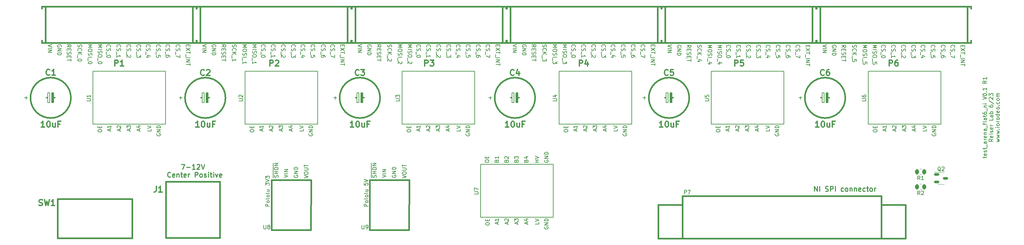
<source format=gto>
%TF.GenerationSoftware,KiCad,Pcbnew,7.0.6*%
%TF.CreationDate,2023-08-01T17:13:05-04:00*%
%TF.ProjectId,arena_06-inf_national-instruments,6172656e-615f-4303-962d-696e665f6e61,v0.1*%
%TF.SameCoordinates,Original*%
%TF.FileFunction,Legend,Top*%
%TF.FilePolarity,Positive*%
%FSLAX46Y46*%
G04 Gerber Fmt 4.6, Leading zero omitted, Abs format (unit mm)*
G04 Created by KiCad (PCBNEW 7.0.6) date 2023-08-01 17:13:05*
%MOMM*%
%LPD*%
G01*
G04 APERTURE LIST*
G04 Aperture macros list*
%AMRoundRect*
0 Rectangle with rounded corners*
0 $1 Rounding radius*
0 $2 $3 $4 $5 $6 $7 $8 $9 X,Y pos of 4 corners*
0 Add a 4 corners polygon primitive as box body*
4,1,4,$2,$3,$4,$5,$6,$7,$8,$9,$2,$3,0*
0 Add four circle primitives for the rounded corners*
1,1,$1+$1,$2,$3*
1,1,$1+$1,$4,$5*
1,1,$1+$1,$6,$7*
1,1,$1+$1,$8,$9*
0 Add four rect primitives between the rounded corners*
20,1,$1+$1,$2,$3,$4,$5,0*
20,1,$1+$1,$4,$5,$6,$7,0*
20,1,$1+$1,$6,$7,$8,$9,0*
20,1,$1+$1,$8,$9,$2,$3,0*%
G04 Aperture macros list end*
%ADD10C,0.254000*%
%ADD11C,0.203200*%
%ADD12C,0.150000*%
%ADD13C,0.304800*%
%ADD14C,0.152400*%
%ADD15C,0.300000*%
%ADD16C,0.381000*%
%ADD17C,0.200000*%
%ADD18C,0.120000*%
%ADD19C,2.540000*%
%ADD20R,1.600000X1.600000*%
%ADD21C,1.600000*%
%ADD22C,1.778000*%
%ADD23C,1.651000*%
%ADD24C,3.556000*%
%ADD25C,1.930400*%
%ADD26C,4.064000*%
%ADD27C,1.400000*%
%ADD28C,3.700000*%
%ADD29RoundRect,0.250000X0.262500X0.450000X-0.262500X0.450000X-0.262500X-0.450000X0.262500X-0.450000X0*%
%ADD30RoundRect,0.150000X-0.512500X-0.150000X0.512500X-0.150000X0.512500X0.150000X-0.512500X0.150000X0*%
%ADD31C,5.600000*%
G04 APERTURE END LIST*
D10*
X85852857Y-90881968D02*
X86699524Y-90881968D01*
X86699524Y-90881968D02*
X86155238Y-92151968D01*
X87183333Y-91668158D02*
X88150953Y-91668158D01*
X89420953Y-92151968D02*
X88695238Y-92151968D01*
X89058095Y-92151968D02*
X89058095Y-90881968D01*
X89058095Y-90881968D02*
X88937143Y-91063396D01*
X88937143Y-91063396D02*
X88816191Y-91184349D01*
X88816191Y-91184349D02*
X88695238Y-91244825D01*
X89904762Y-91002920D02*
X89965238Y-90942444D01*
X89965238Y-90942444D02*
X90086191Y-90881968D01*
X90086191Y-90881968D02*
X90388572Y-90881968D01*
X90388572Y-90881968D02*
X90509524Y-90942444D01*
X90509524Y-90942444D02*
X90570000Y-91002920D01*
X90570000Y-91002920D02*
X90630477Y-91123872D01*
X90630477Y-91123872D02*
X90630477Y-91244825D01*
X90630477Y-91244825D02*
X90570000Y-91426253D01*
X90570000Y-91426253D02*
X89844286Y-92151968D01*
X89844286Y-92151968D02*
X90630477Y-92151968D01*
X90993334Y-90881968D02*
X91416667Y-92151968D01*
X91416667Y-92151968D02*
X91840001Y-90881968D01*
X83070953Y-94075715D02*
X83010477Y-94136192D01*
X83010477Y-94136192D02*
X82829048Y-94196668D01*
X82829048Y-94196668D02*
X82708096Y-94196668D01*
X82708096Y-94196668D02*
X82526667Y-94136192D01*
X82526667Y-94136192D02*
X82405715Y-94015239D01*
X82405715Y-94015239D02*
X82345238Y-93894287D01*
X82345238Y-93894287D02*
X82284762Y-93652382D01*
X82284762Y-93652382D02*
X82284762Y-93470953D01*
X82284762Y-93470953D02*
X82345238Y-93229049D01*
X82345238Y-93229049D02*
X82405715Y-93108096D01*
X82405715Y-93108096D02*
X82526667Y-92987144D01*
X82526667Y-92987144D02*
X82708096Y-92926668D01*
X82708096Y-92926668D02*
X82829048Y-92926668D01*
X82829048Y-92926668D02*
X83010477Y-92987144D01*
X83010477Y-92987144D02*
X83070953Y-93047620D01*
X84099048Y-94136192D02*
X83978096Y-94196668D01*
X83978096Y-94196668D02*
X83736191Y-94196668D01*
X83736191Y-94196668D02*
X83615238Y-94136192D01*
X83615238Y-94136192D02*
X83554762Y-94015239D01*
X83554762Y-94015239D02*
X83554762Y-93531430D01*
X83554762Y-93531430D02*
X83615238Y-93410477D01*
X83615238Y-93410477D02*
X83736191Y-93350001D01*
X83736191Y-93350001D02*
X83978096Y-93350001D01*
X83978096Y-93350001D02*
X84099048Y-93410477D01*
X84099048Y-93410477D02*
X84159524Y-93531430D01*
X84159524Y-93531430D02*
X84159524Y-93652382D01*
X84159524Y-93652382D02*
X83554762Y-93773334D01*
X84703809Y-93350001D02*
X84703809Y-94196668D01*
X84703809Y-93470953D02*
X84764286Y-93410477D01*
X84764286Y-93410477D02*
X84885238Y-93350001D01*
X84885238Y-93350001D02*
X85066667Y-93350001D01*
X85066667Y-93350001D02*
X85187619Y-93410477D01*
X85187619Y-93410477D02*
X85248095Y-93531430D01*
X85248095Y-93531430D02*
X85248095Y-94196668D01*
X85671429Y-93350001D02*
X86155238Y-93350001D01*
X85852857Y-92926668D02*
X85852857Y-94015239D01*
X85852857Y-94015239D02*
X85913334Y-94136192D01*
X85913334Y-94136192D02*
X86034286Y-94196668D01*
X86034286Y-94196668D02*
X86155238Y-94196668D01*
X87062381Y-94136192D02*
X86941429Y-94196668D01*
X86941429Y-94196668D02*
X86699524Y-94196668D01*
X86699524Y-94196668D02*
X86578571Y-94136192D01*
X86578571Y-94136192D02*
X86518095Y-94015239D01*
X86518095Y-94015239D02*
X86518095Y-93531430D01*
X86518095Y-93531430D02*
X86578571Y-93410477D01*
X86578571Y-93410477D02*
X86699524Y-93350001D01*
X86699524Y-93350001D02*
X86941429Y-93350001D01*
X86941429Y-93350001D02*
X87062381Y-93410477D01*
X87062381Y-93410477D02*
X87122857Y-93531430D01*
X87122857Y-93531430D02*
X87122857Y-93652382D01*
X87122857Y-93652382D02*
X86518095Y-93773334D01*
X87667142Y-94196668D02*
X87667142Y-93350001D01*
X87667142Y-93591906D02*
X87727619Y-93470953D01*
X87727619Y-93470953D02*
X87788095Y-93410477D01*
X87788095Y-93410477D02*
X87909047Y-93350001D01*
X87909047Y-93350001D02*
X88030000Y-93350001D01*
X89420951Y-94196668D02*
X89420951Y-92926668D01*
X89420951Y-92926668D02*
X89904761Y-92926668D01*
X89904761Y-92926668D02*
X90025713Y-92987144D01*
X90025713Y-92987144D02*
X90086190Y-93047620D01*
X90086190Y-93047620D02*
X90146666Y-93168572D01*
X90146666Y-93168572D02*
X90146666Y-93350001D01*
X90146666Y-93350001D02*
X90086190Y-93470953D01*
X90086190Y-93470953D02*
X90025713Y-93531430D01*
X90025713Y-93531430D02*
X89904761Y-93591906D01*
X89904761Y-93591906D02*
X89420951Y-93591906D01*
X90872380Y-94196668D02*
X90751428Y-94136192D01*
X90751428Y-94136192D02*
X90690951Y-94075715D01*
X90690951Y-94075715D02*
X90630475Y-93954763D01*
X90630475Y-93954763D02*
X90630475Y-93591906D01*
X90630475Y-93591906D02*
X90690951Y-93470953D01*
X90690951Y-93470953D02*
X90751428Y-93410477D01*
X90751428Y-93410477D02*
X90872380Y-93350001D01*
X90872380Y-93350001D02*
X91053809Y-93350001D01*
X91053809Y-93350001D02*
X91174761Y-93410477D01*
X91174761Y-93410477D02*
X91235237Y-93470953D01*
X91235237Y-93470953D02*
X91295713Y-93591906D01*
X91295713Y-93591906D02*
X91295713Y-93954763D01*
X91295713Y-93954763D02*
X91235237Y-94075715D01*
X91235237Y-94075715D02*
X91174761Y-94136192D01*
X91174761Y-94136192D02*
X91053809Y-94196668D01*
X91053809Y-94196668D02*
X90872380Y-94196668D01*
X91779523Y-94136192D02*
X91900476Y-94196668D01*
X91900476Y-94196668D02*
X92142380Y-94196668D01*
X92142380Y-94196668D02*
X92263333Y-94136192D01*
X92263333Y-94136192D02*
X92323809Y-94015239D01*
X92323809Y-94015239D02*
X92323809Y-93954763D01*
X92323809Y-93954763D02*
X92263333Y-93833811D01*
X92263333Y-93833811D02*
X92142380Y-93773334D01*
X92142380Y-93773334D02*
X91960952Y-93773334D01*
X91960952Y-93773334D02*
X91839999Y-93712858D01*
X91839999Y-93712858D02*
X91779523Y-93591906D01*
X91779523Y-93591906D02*
X91779523Y-93531430D01*
X91779523Y-93531430D02*
X91839999Y-93410477D01*
X91839999Y-93410477D02*
X91960952Y-93350001D01*
X91960952Y-93350001D02*
X92142380Y-93350001D01*
X92142380Y-93350001D02*
X92263333Y-93410477D01*
X92868094Y-94196668D02*
X92868094Y-93350001D01*
X92868094Y-92926668D02*
X92807618Y-92987144D01*
X92807618Y-92987144D02*
X92868094Y-93047620D01*
X92868094Y-93047620D02*
X92928571Y-92987144D01*
X92928571Y-92987144D02*
X92868094Y-92926668D01*
X92868094Y-92926668D02*
X92868094Y-93047620D01*
X93291428Y-93350001D02*
X93775237Y-93350001D01*
X93472856Y-92926668D02*
X93472856Y-94015239D01*
X93472856Y-94015239D02*
X93533333Y-94136192D01*
X93533333Y-94136192D02*
X93654285Y-94196668D01*
X93654285Y-94196668D02*
X93775237Y-94196668D01*
X94198570Y-94196668D02*
X94198570Y-93350001D01*
X94198570Y-92926668D02*
X94138094Y-92987144D01*
X94138094Y-92987144D02*
X94198570Y-93047620D01*
X94198570Y-93047620D02*
X94259047Y-92987144D01*
X94259047Y-92987144D02*
X94198570Y-92926668D01*
X94198570Y-92926668D02*
X94198570Y-93047620D01*
X94682380Y-93350001D02*
X94984761Y-94196668D01*
X94984761Y-94196668D02*
X95287142Y-93350001D01*
X96254761Y-94136192D02*
X96133809Y-94196668D01*
X96133809Y-94196668D02*
X95891904Y-94196668D01*
X95891904Y-94196668D02*
X95770951Y-94136192D01*
X95770951Y-94136192D02*
X95710475Y-94015239D01*
X95710475Y-94015239D02*
X95710475Y-93531430D01*
X95710475Y-93531430D02*
X95770951Y-93410477D01*
X95770951Y-93410477D02*
X95891904Y-93350001D01*
X95891904Y-93350001D02*
X96133809Y-93350001D01*
X96133809Y-93350001D02*
X96254761Y-93410477D01*
X96254761Y-93410477D02*
X96315237Y-93531430D01*
X96315237Y-93531430D02*
X96315237Y-93652382D01*
X96315237Y-93652382D02*
X95710475Y-93773334D01*
D11*
X293626360Y-89272855D02*
X293626360Y-88885807D01*
X293287693Y-89127712D02*
X294158551Y-89127712D01*
X294158551Y-89127712D02*
X294255313Y-89079331D01*
X294255313Y-89079331D02*
X294303693Y-88982569D01*
X294303693Y-88982569D02*
X294303693Y-88885807D01*
X294255313Y-88160093D02*
X294303693Y-88256855D01*
X294303693Y-88256855D02*
X294303693Y-88450379D01*
X294303693Y-88450379D02*
X294255313Y-88547141D01*
X294255313Y-88547141D02*
X294158551Y-88595522D01*
X294158551Y-88595522D02*
X293771503Y-88595522D01*
X293771503Y-88595522D02*
X293674741Y-88547141D01*
X293674741Y-88547141D02*
X293626360Y-88450379D01*
X293626360Y-88450379D02*
X293626360Y-88256855D01*
X293626360Y-88256855D02*
X293674741Y-88160093D01*
X293674741Y-88160093D02*
X293771503Y-88111712D01*
X293771503Y-88111712D02*
X293868265Y-88111712D01*
X293868265Y-88111712D02*
X293965027Y-88595522D01*
X294255313Y-87724665D02*
X294303693Y-87627903D01*
X294303693Y-87627903D02*
X294303693Y-87434379D01*
X294303693Y-87434379D02*
X294255313Y-87337617D01*
X294255313Y-87337617D02*
X294158551Y-87289236D01*
X294158551Y-87289236D02*
X294110170Y-87289236D01*
X294110170Y-87289236D02*
X294013408Y-87337617D01*
X294013408Y-87337617D02*
X293965027Y-87434379D01*
X293965027Y-87434379D02*
X293965027Y-87579522D01*
X293965027Y-87579522D02*
X293916646Y-87676284D01*
X293916646Y-87676284D02*
X293819884Y-87724665D01*
X293819884Y-87724665D02*
X293771503Y-87724665D01*
X293771503Y-87724665D02*
X293674741Y-87676284D01*
X293674741Y-87676284D02*
X293626360Y-87579522D01*
X293626360Y-87579522D02*
X293626360Y-87434379D01*
X293626360Y-87434379D02*
X293674741Y-87337617D01*
X293626360Y-86998951D02*
X293626360Y-86611903D01*
X293287693Y-86853808D02*
X294158551Y-86853808D01*
X294158551Y-86853808D02*
X294255313Y-86805427D01*
X294255313Y-86805427D02*
X294303693Y-86708665D01*
X294303693Y-86708665D02*
X294303693Y-86611903D01*
X294400455Y-86515142D02*
X294400455Y-85741046D01*
X294303693Y-85063713D02*
X293771503Y-85063713D01*
X293771503Y-85063713D02*
X293674741Y-85112094D01*
X293674741Y-85112094D02*
X293626360Y-85208856D01*
X293626360Y-85208856D02*
X293626360Y-85402380D01*
X293626360Y-85402380D02*
X293674741Y-85499142D01*
X294255313Y-85063713D02*
X294303693Y-85160475D01*
X294303693Y-85160475D02*
X294303693Y-85402380D01*
X294303693Y-85402380D02*
X294255313Y-85499142D01*
X294255313Y-85499142D02*
X294158551Y-85547523D01*
X294158551Y-85547523D02*
X294061789Y-85547523D01*
X294061789Y-85547523D02*
X293965027Y-85499142D01*
X293965027Y-85499142D02*
X293916646Y-85402380D01*
X293916646Y-85402380D02*
X293916646Y-85160475D01*
X293916646Y-85160475D02*
X293868265Y-85063713D01*
X294303693Y-84579904D02*
X293626360Y-84579904D01*
X293819884Y-84579904D02*
X293723122Y-84531523D01*
X293723122Y-84531523D02*
X293674741Y-84483142D01*
X293674741Y-84483142D02*
X293626360Y-84386380D01*
X293626360Y-84386380D02*
X293626360Y-84289618D01*
X294255313Y-83563904D02*
X294303693Y-83660666D01*
X294303693Y-83660666D02*
X294303693Y-83854190D01*
X294303693Y-83854190D02*
X294255313Y-83950952D01*
X294255313Y-83950952D02*
X294158551Y-83999333D01*
X294158551Y-83999333D02*
X293771503Y-83999333D01*
X293771503Y-83999333D02*
X293674741Y-83950952D01*
X293674741Y-83950952D02*
X293626360Y-83854190D01*
X293626360Y-83854190D02*
X293626360Y-83660666D01*
X293626360Y-83660666D02*
X293674741Y-83563904D01*
X293674741Y-83563904D02*
X293771503Y-83515523D01*
X293771503Y-83515523D02*
X293868265Y-83515523D01*
X293868265Y-83515523D02*
X293965027Y-83999333D01*
X293626360Y-83080095D02*
X294303693Y-83080095D01*
X293723122Y-83080095D02*
X293674741Y-83031714D01*
X293674741Y-83031714D02*
X293626360Y-82934952D01*
X293626360Y-82934952D02*
X293626360Y-82789809D01*
X293626360Y-82789809D02*
X293674741Y-82693047D01*
X293674741Y-82693047D02*
X293771503Y-82644666D01*
X293771503Y-82644666D02*
X294303693Y-82644666D01*
X294303693Y-81725428D02*
X293771503Y-81725428D01*
X293771503Y-81725428D02*
X293674741Y-81773809D01*
X293674741Y-81773809D02*
X293626360Y-81870571D01*
X293626360Y-81870571D02*
X293626360Y-82064095D01*
X293626360Y-82064095D02*
X293674741Y-82160857D01*
X294255313Y-81725428D02*
X294303693Y-81822190D01*
X294303693Y-81822190D02*
X294303693Y-82064095D01*
X294303693Y-82064095D02*
X294255313Y-82160857D01*
X294255313Y-82160857D02*
X294158551Y-82209238D01*
X294158551Y-82209238D02*
X294061789Y-82209238D01*
X294061789Y-82209238D02*
X293965027Y-82160857D01*
X293965027Y-82160857D02*
X293916646Y-82064095D01*
X293916646Y-82064095D02*
X293916646Y-81822190D01*
X293916646Y-81822190D02*
X293868265Y-81725428D01*
X294400455Y-81483524D02*
X294400455Y-80709428D01*
X293626360Y-80612667D02*
X293626360Y-80225619D01*
X294303693Y-80467524D02*
X293432836Y-80467524D01*
X293432836Y-80467524D02*
X293336074Y-80419143D01*
X293336074Y-80419143D02*
X293287693Y-80322381D01*
X293287693Y-80322381D02*
X293287693Y-80225619D01*
X294303693Y-79741810D02*
X294255313Y-79838572D01*
X294255313Y-79838572D02*
X294158551Y-79886953D01*
X294158551Y-79886953D02*
X293287693Y-79886953D01*
X294303693Y-78919334D02*
X293771503Y-78919334D01*
X293771503Y-78919334D02*
X293674741Y-78967715D01*
X293674741Y-78967715D02*
X293626360Y-79064477D01*
X293626360Y-79064477D02*
X293626360Y-79258001D01*
X293626360Y-79258001D02*
X293674741Y-79354763D01*
X294255313Y-78919334D02*
X294303693Y-79016096D01*
X294303693Y-79016096D02*
X294303693Y-79258001D01*
X294303693Y-79258001D02*
X294255313Y-79354763D01*
X294255313Y-79354763D02*
X294158551Y-79403144D01*
X294158551Y-79403144D02*
X294061789Y-79403144D01*
X294061789Y-79403144D02*
X293965027Y-79354763D01*
X293965027Y-79354763D02*
X293916646Y-79258001D01*
X293916646Y-79258001D02*
X293916646Y-79016096D01*
X293916646Y-79016096D02*
X293868265Y-78919334D01*
X293626360Y-78580668D02*
X293626360Y-78193620D01*
X293287693Y-78435525D02*
X294158551Y-78435525D01*
X294158551Y-78435525D02*
X294255313Y-78387144D01*
X294255313Y-78387144D02*
X294303693Y-78290382D01*
X294303693Y-78290382D02*
X294303693Y-78193620D01*
X293287693Y-77419525D02*
X293287693Y-77613049D01*
X293287693Y-77613049D02*
X293336074Y-77709811D01*
X293336074Y-77709811D02*
X293384455Y-77758192D01*
X293384455Y-77758192D02*
X293529598Y-77854954D01*
X293529598Y-77854954D02*
X293723122Y-77903335D01*
X293723122Y-77903335D02*
X294110170Y-77903335D01*
X294110170Y-77903335D02*
X294206932Y-77854954D01*
X294206932Y-77854954D02*
X294255313Y-77806573D01*
X294255313Y-77806573D02*
X294303693Y-77709811D01*
X294303693Y-77709811D02*
X294303693Y-77516287D01*
X294303693Y-77516287D02*
X294255313Y-77419525D01*
X294255313Y-77419525D02*
X294206932Y-77371144D01*
X294206932Y-77371144D02*
X294110170Y-77322763D01*
X294110170Y-77322763D02*
X293868265Y-77322763D01*
X293868265Y-77322763D02*
X293771503Y-77371144D01*
X293771503Y-77371144D02*
X293723122Y-77419525D01*
X293723122Y-77419525D02*
X293674741Y-77516287D01*
X293674741Y-77516287D02*
X293674741Y-77709811D01*
X293674741Y-77709811D02*
X293723122Y-77806573D01*
X293723122Y-77806573D02*
X293771503Y-77854954D01*
X293771503Y-77854954D02*
X293868265Y-77903335D01*
X294400455Y-77129240D02*
X294400455Y-76355144D01*
X293626360Y-76113240D02*
X294303693Y-76113240D01*
X293723122Y-76113240D02*
X293674741Y-76064859D01*
X293674741Y-76064859D02*
X293626360Y-75968097D01*
X293626360Y-75968097D02*
X293626360Y-75822954D01*
X293626360Y-75822954D02*
X293674741Y-75726192D01*
X293674741Y-75726192D02*
X293771503Y-75677811D01*
X293771503Y-75677811D02*
X294303693Y-75677811D01*
X294303693Y-75194002D02*
X293626360Y-75194002D01*
X293287693Y-75194002D02*
X293336074Y-75242383D01*
X293336074Y-75242383D02*
X293384455Y-75194002D01*
X293384455Y-75194002D02*
X293336074Y-75145621D01*
X293336074Y-75145621D02*
X293287693Y-75194002D01*
X293287693Y-75194002D02*
X293384455Y-75194002D01*
X293287693Y-74081240D02*
X294303693Y-73742573D01*
X294303693Y-73742573D02*
X293287693Y-73403906D01*
X293287693Y-72871716D02*
X293287693Y-72774954D01*
X293287693Y-72774954D02*
X293336074Y-72678192D01*
X293336074Y-72678192D02*
X293384455Y-72629811D01*
X293384455Y-72629811D02*
X293481217Y-72581430D01*
X293481217Y-72581430D02*
X293674741Y-72533049D01*
X293674741Y-72533049D02*
X293916646Y-72533049D01*
X293916646Y-72533049D02*
X294110170Y-72581430D01*
X294110170Y-72581430D02*
X294206932Y-72629811D01*
X294206932Y-72629811D02*
X294255313Y-72678192D01*
X294255313Y-72678192D02*
X294303693Y-72774954D01*
X294303693Y-72774954D02*
X294303693Y-72871716D01*
X294303693Y-72871716D02*
X294255313Y-72968478D01*
X294255313Y-72968478D02*
X294206932Y-73016859D01*
X294206932Y-73016859D02*
X294110170Y-73065240D01*
X294110170Y-73065240D02*
X293916646Y-73113621D01*
X293916646Y-73113621D02*
X293674741Y-73113621D01*
X293674741Y-73113621D02*
X293481217Y-73065240D01*
X293481217Y-73065240D02*
X293384455Y-73016859D01*
X293384455Y-73016859D02*
X293336074Y-72968478D01*
X293336074Y-72968478D02*
X293287693Y-72871716D01*
X294206932Y-72097621D02*
X294255313Y-72049240D01*
X294255313Y-72049240D02*
X294303693Y-72097621D01*
X294303693Y-72097621D02*
X294255313Y-72146002D01*
X294255313Y-72146002D02*
X294206932Y-72097621D01*
X294206932Y-72097621D02*
X294303693Y-72097621D01*
X294303693Y-71081620D02*
X294303693Y-71662192D01*
X294303693Y-71371906D02*
X293287693Y-71371906D01*
X293287693Y-71371906D02*
X293432836Y-71468668D01*
X293432836Y-71468668D02*
X293529598Y-71565430D01*
X293529598Y-71565430D02*
X293577979Y-71662192D01*
X294303693Y-69291525D02*
X293819884Y-69630192D01*
X294303693Y-69872097D02*
X293287693Y-69872097D01*
X293287693Y-69872097D02*
X293287693Y-69485049D01*
X293287693Y-69485049D02*
X293336074Y-69388287D01*
X293336074Y-69388287D02*
X293384455Y-69339906D01*
X293384455Y-69339906D02*
X293481217Y-69291525D01*
X293481217Y-69291525D02*
X293626360Y-69291525D01*
X293626360Y-69291525D02*
X293723122Y-69339906D01*
X293723122Y-69339906D02*
X293771503Y-69388287D01*
X293771503Y-69388287D02*
X293819884Y-69485049D01*
X293819884Y-69485049D02*
X293819884Y-69872097D01*
X294303693Y-68323906D02*
X294303693Y-68904478D01*
X294303693Y-68614192D02*
X293287693Y-68614192D01*
X293287693Y-68614192D02*
X293432836Y-68710954D01*
X293432836Y-68710954D02*
X293529598Y-68807716D01*
X293529598Y-68807716D02*
X293577979Y-68904478D01*
X295939453Y-84362189D02*
X295455644Y-84700856D01*
X295939453Y-84942761D02*
X294923453Y-84942761D01*
X294923453Y-84942761D02*
X294923453Y-84555713D01*
X294923453Y-84555713D02*
X294971834Y-84458951D01*
X294971834Y-84458951D02*
X295020215Y-84410570D01*
X295020215Y-84410570D02*
X295116977Y-84362189D01*
X295116977Y-84362189D02*
X295262120Y-84362189D01*
X295262120Y-84362189D02*
X295358882Y-84410570D01*
X295358882Y-84410570D02*
X295407263Y-84458951D01*
X295407263Y-84458951D02*
X295455644Y-84555713D01*
X295455644Y-84555713D02*
X295455644Y-84942761D01*
X295891073Y-83539713D02*
X295939453Y-83636475D01*
X295939453Y-83636475D02*
X295939453Y-83829999D01*
X295939453Y-83829999D02*
X295891073Y-83926761D01*
X295891073Y-83926761D02*
X295794311Y-83975142D01*
X295794311Y-83975142D02*
X295407263Y-83975142D01*
X295407263Y-83975142D02*
X295310501Y-83926761D01*
X295310501Y-83926761D02*
X295262120Y-83829999D01*
X295262120Y-83829999D02*
X295262120Y-83636475D01*
X295262120Y-83636475D02*
X295310501Y-83539713D01*
X295310501Y-83539713D02*
X295407263Y-83491332D01*
X295407263Y-83491332D02*
X295504025Y-83491332D01*
X295504025Y-83491332D02*
X295600787Y-83975142D01*
X295939453Y-83055904D02*
X295262120Y-83055904D01*
X294923453Y-83055904D02*
X294971834Y-83104285D01*
X294971834Y-83104285D02*
X295020215Y-83055904D01*
X295020215Y-83055904D02*
X294971834Y-83007523D01*
X294971834Y-83007523D02*
X294923453Y-83055904D01*
X294923453Y-83055904D02*
X295020215Y-83055904D01*
X295891073Y-82620475D02*
X295939453Y-82523713D01*
X295939453Y-82523713D02*
X295939453Y-82330189D01*
X295939453Y-82330189D02*
X295891073Y-82233427D01*
X295891073Y-82233427D02*
X295794311Y-82185046D01*
X295794311Y-82185046D02*
X295745930Y-82185046D01*
X295745930Y-82185046D02*
X295649168Y-82233427D01*
X295649168Y-82233427D02*
X295600787Y-82330189D01*
X295600787Y-82330189D02*
X295600787Y-82475332D01*
X295600787Y-82475332D02*
X295552406Y-82572094D01*
X295552406Y-82572094D02*
X295455644Y-82620475D01*
X295455644Y-82620475D02*
X295407263Y-82620475D01*
X295407263Y-82620475D02*
X295310501Y-82572094D01*
X295310501Y-82572094D02*
X295262120Y-82475332D01*
X295262120Y-82475332D02*
X295262120Y-82330189D01*
X295262120Y-82330189D02*
X295310501Y-82233427D01*
X295891073Y-81362570D02*
X295939453Y-81459332D01*
X295939453Y-81459332D02*
X295939453Y-81652856D01*
X295939453Y-81652856D02*
X295891073Y-81749618D01*
X295891073Y-81749618D02*
X295794311Y-81797999D01*
X295794311Y-81797999D02*
X295407263Y-81797999D01*
X295407263Y-81797999D02*
X295310501Y-81749618D01*
X295310501Y-81749618D02*
X295262120Y-81652856D01*
X295262120Y-81652856D02*
X295262120Y-81459332D01*
X295262120Y-81459332D02*
X295310501Y-81362570D01*
X295310501Y-81362570D02*
X295407263Y-81314189D01*
X295407263Y-81314189D02*
X295504025Y-81314189D01*
X295504025Y-81314189D02*
X295600787Y-81797999D01*
X295939453Y-80878761D02*
X295262120Y-80878761D01*
X295455644Y-80878761D02*
X295358882Y-80830380D01*
X295358882Y-80830380D02*
X295310501Y-80781999D01*
X295310501Y-80781999D02*
X295262120Y-80685237D01*
X295262120Y-80685237D02*
X295262120Y-80588475D01*
X295939453Y-78991904D02*
X295939453Y-79475714D01*
X295939453Y-79475714D02*
X294923453Y-79475714D01*
X295939453Y-78217809D02*
X295407263Y-78217809D01*
X295407263Y-78217809D02*
X295310501Y-78266190D01*
X295310501Y-78266190D02*
X295262120Y-78362952D01*
X295262120Y-78362952D02*
X295262120Y-78556476D01*
X295262120Y-78556476D02*
X295310501Y-78653238D01*
X295891073Y-78217809D02*
X295939453Y-78314571D01*
X295939453Y-78314571D02*
X295939453Y-78556476D01*
X295939453Y-78556476D02*
X295891073Y-78653238D01*
X295891073Y-78653238D02*
X295794311Y-78701619D01*
X295794311Y-78701619D02*
X295697549Y-78701619D01*
X295697549Y-78701619D02*
X295600787Y-78653238D01*
X295600787Y-78653238D02*
X295552406Y-78556476D01*
X295552406Y-78556476D02*
X295552406Y-78314571D01*
X295552406Y-78314571D02*
X295504025Y-78217809D01*
X295939453Y-77734000D02*
X294923453Y-77734000D01*
X295310501Y-77734000D02*
X295262120Y-77637238D01*
X295262120Y-77637238D02*
X295262120Y-77443714D01*
X295262120Y-77443714D02*
X295310501Y-77346952D01*
X295310501Y-77346952D02*
X295358882Y-77298571D01*
X295358882Y-77298571D02*
X295455644Y-77250190D01*
X295455644Y-77250190D02*
X295745930Y-77250190D01*
X295745930Y-77250190D02*
X295842692Y-77298571D01*
X295842692Y-77298571D02*
X295891073Y-77346952D01*
X295891073Y-77346952D02*
X295939453Y-77443714D01*
X295939453Y-77443714D02*
X295939453Y-77637238D01*
X295939453Y-77637238D02*
X295891073Y-77734000D01*
X294923453Y-75605238D02*
X294923453Y-75798762D01*
X294923453Y-75798762D02*
X294971834Y-75895524D01*
X294971834Y-75895524D02*
X295020215Y-75943905D01*
X295020215Y-75943905D02*
X295165358Y-76040667D01*
X295165358Y-76040667D02*
X295358882Y-76089048D01*
X295358882Y-76089048D02*
X295745930Y-76089048D01*
X295745930Y-76089048D02*
X295842692Y-76040667D01*
X295842692Y-76040667D02*
X295891073Y-75992286D01*
X295891073Y-75992286D02*
X295939453Y-75895524D01*
X295939453Y-75895524D02*
X295939453Y-75702000D01*
X295939453Y-75702000D02*
X295891073Y-75605238D01*
X295891073Y-75605238D02*
X295842692Y-75556857D01*
X295842692Y-75556857D02*
X295745930Y-75508476D01*
X295745930Y-75508476D02*
X295504025Y-75508476D01*
X295504025Y-75508476D02*
X295407263Y-75556857D01*
X295407263Y-75556857D02*
X295358882Y-75605238D01*
X295358882Y-75605238D02*
X295310501Y-75702000D01*
X295310501Y-75702000D02*
X295310501Y-75895524D01*
X295310501Y-75895524D02*
X295358882Y-75992286D01*
X295358882Y-75992286D02*
X295407263Y-76040667D01*
X295407263Y-76040667D02*
X295504025Y-76089048D01*
X294875073Y-74347333D02*
X296181358Y-75218191D01*
X295020215Y-74057048D02*
X294971834Y-74008667D01*
X294971834Y-74008667D02*
X294923453Y-73911905D01*
X294923453Y-73911905D02*
X294923453Y-73670000D01*
X294923453Y-73670000D02*
X294971834Y-73573238D01*
X294971834Y-73573238D02*
X295020215Y-73524857D01*
X295020215Y-73524857D02*
X295116977Y-73476476D01*
X295116977Y-73476476D02*
X295213739Y-73476476D01*
X295213739Y-73476476D02*
X295358882Y-73524857D01*
X295358882Y-73524857D02*
X295939453Y-74105429D01*
X295939453Y-74105429D02*
X295939453Y-73476476D01*
X294923453Y-73137810D02*
X294923453Y-72508857D01*
X294923453Y-72508857D02*
X295310501Y-72847524D01*
X295310501Y-72847524D02*
X295310501Y-72702381D01*
X295310501Y-72702381D02*
X295358882Y-72605619D01*
X295358882Y-72605619D02*
X295407263Y-72557238D01*
X295407263Y-72557238D02*
X295504025Y-72508857D01*
X295504025Y-72508857D02*
X295745930Y-72508857D01*
X295745930Y-72508857D02*
X295842692Y-72557238D01*
X295842692Y-72557238D02*
X295891073Y-72605619D01*
X295891073Y-72605619D02*
X295939453Y-72702381D01*
X295939453Y-72702381D02*
X295939453Y-72992667D01*
X295939453Y-72992667D02*
X295891073Y-73089429D01*
X295891073Y-73089429D02*
X295842692Y-73137810D01*
X296897880Y-85087905D02*
X297575213Y-84894381D01*
X297575213Y-84894381D02*
X297091404Y-84700857D01*
X297091404Y-84700857D02*
X297575213Y-84507333D01*
X297575213Y-84507333D02*
X296897880Y-84313809D01*
X296897880Y-84023524D02*
X297575213Y-83830000D01*
X297575213Y-83830000D02*
X297091404Y-83636476D01*
X297091404Y-83636476D02*
X297575213Y-83442952D01*
X297575213Y-83442952D02*
X296897880Y-83249428D01*
X296897880Y-82959143D02*
X297575213Y-82765619D01*
X297575213Y-82765619D02*
X297091404Y-82572095D01*
X297091404Y-82572095D02*
X297575213Y-82378571D01*
X297575213Y-82378571D02*
X296897880Y-82185047D01*
X297478452Y-81798000D02*
X297526833Y-81749619D01*
X297526833Y-81749619D02*
X297575213Y-81798000D01*
X297575213Y-81798000D02*
X297526833Y-81846381D01*
X297526833Y-81846381D02*
X297478452Y-81798000D01*
X297478452Y-81798000D02*
X297575213Y-81798000D01*
X297575213Y-81314190D02*
X296897880Y-81314190D01*
X296559213Y-81314190D02*
X296607594Y-81362571D01*
X296607594Y-81362571D02*
X296655975Y-81314190D01*
X296655975Y-81314190D02*
X296607594Y-81265809D01*
X296607594Y-81265809D02*
X296559213Y-81314190D01*
X296559213Y-81314190D02*
X296655975Y-81314190D01*
X297575213Y-80685237D02*
X297526833Y-80781999D01*
X297526833Y-80781999D02*
X297478452Y-80830380D01*
X297478452Y-80830380D02*
X297381690Y-80878761D01*
X297381690Y-80878761D02*
X297091404Y-80878761D01*
X297091404Y-80878761D02*
X296994642Y-80830380D01*
X296994642Y-80830380D02*
X296946261Y-80781999D01*
X296946261Y-80781999D02*
X296897880Y-80685237D01*
X296897880Y-80685237D02*
X296897880Y-80540094D01*
X296897880Y-80540094D02*
X296946261Y-80443332D01*
X296946261Y-80443332D02*
X296994642Y-80394951D01*
X296994642Y-80394951D02*
X297091404Y-80346570D01*
X297091404Y-80346570D02*
X297381690Y-80346570D01*
X297381690Y-80346570D02*
X297478452Y-80394951D01*
X297478452Y-80394951D02*
X297526833Y-80443332D01*
X297526833Y-80443332D02*
X297575213Y-80540094D01*
X297575213Y-80540094D02*
X297575213Y-80685237D01*
X297575213Y-79911142D02*
X296897880Y-79911142D01*
X297091404Y-79911142D02*
X296994642Y-79862761D01*
X296994642Y-79862761D02*
X296946261Y-79814380D01*
X296946261Y-79814380D02*
X296897880Y-79717618D01*
X296897880Y-79717618D02*
X296897880Y-79620856D01*
X297575213Y-79137047D02*
X297526833Y-79233809D01*
X297526833Y-79233809D02*
X297478452Y-79282190D01*
X297478452Y-79282190D02*
X297381690Y-79330571D01*
X297381690Y-79330571D02*
X297091404Y-79330571D01*
X297091404Y-79330571D02*
X296994642Y-79282190D01*
X296994642Y-79282190D02*
X296946261Y-79233809D01*
X296946261Y-79233809D02*
X296897880Y-79137047D01*
X296897880Y-79137047D02*
X296897880Y-78991904D01*
X296897880Y-78991904D02*
X296946261Y-78895142D01*
X296946261Y-78895142D02*
X296994642Y-78846761D01*
X296994642Y-78846761D02*
X297091404Y-78798380D01*
X297091404Y-78798380D02*
X297381690Y-78798380D01*
X297381690Y-78798380D02*
X297478452Y-78846761D01*
X297478452Y-78846761D02*
X297526833Y-78895142D01*
X297526833Y-78895142D02*
X297575213Y-78991904D01*
X297575213Y-78991904D02*
X297575213Y-79137047D01*
X297575213Y-77927523D02*
X296559213Y-77927523D01*
X297526833Y-77927523D02*
X297575213Y-78024285D01*
X297575213Y-78024285D02*
X297575213Y-78217809D01*
X297575213Y-78217809D02*
X297526833Y-78314571D01*
X297526833Y-78314571D02*
X297478452Y-78362952D01*
X297478452Y-78362952D02*
X297381690Y-78411333D01*
X297381690Y-78411333D02*
X297091404Y-78411333D01*
X297091404Y-78411333D02*
X296994642Y-78362952D01*
X296994642Y-78362952D02*
X296946261Y-78314571D01*
X296946261Y-78314571D02*
X296897880Y-78217809D01*
X296897880Y-78217809D02*
X296897880Y-78024285D01*
X296897880Y-78024285D02*
X296946261Y-77927523D01*
X297526833Y-77056666D02*
X297575213Y-77153428D01*
X297575213Y-77153428D02*
X297575213Y-77346952D01*
X297575213Y-77346952D02*
X297526833Y-77443714D01*
X297526833Y-77443714D02*
X297430071Y-77492095D01*
X297430071Y-77492095D02*
X297043023Y-77492095D01*
X297043023Y-77492095D02*
X296946261Y-77443714D01*
X296946261Y-77443714D02*
X296897880Y-77346952D01*
X296897880Y-77346952D02*
X296897880Y-77153428D01*
X296897880Y-77153428D02*
X296946261Y-77056666D01*
X296946261Y-77056666D02*
X297043023Y-77008285D01*
X297043023Y-77008285D02*
X297139785Y-77008285D01*
X297139785Y-77008285D02*
X297236547Y-77492095D01*
X297575213Y-76427714D02*
X297526833Y-76524476D01*
X297526833Y-76524476D02*
X297478452Y-76572857D01*
X297478452Y-76572857D02*
X297381690Y-76621238D01*
X297381690Y-76621238D02*
X297091404Y-76621238D01*
X297091404Y-76621238D02*
X296994642Y-76572857D01*
X296994642Y-76572857D02*
X296946261Y-76524476D01*
X296946261Y-76524476D02*
X296897880Y-76427714D01*
X296897880Y-76427714D02*
X296897880Y-76282571D01*
X296897880Y-76282571D02*
X296946261Y-76185809D01*
X296946261Y-76185809D02*
X296994642Y-76137428D01*
X296994642Y-76137428D02*
X297091404Y-76089047D01*
X297091404Y-76089047D02*
X297381690Y-76089047D01*
X297381690Y-76089047D02*
X297478452Y-76137428D01*
X297478452Y-76137428D02*
X297526833Y-76185809D01*
X297526833Y-76185809D02*
X297575213Y-76282571D01*
X297575213Y-76282571D02*
X297575213Y-76427714D01*
X297478452Y-75653619D02*
X297526833Y-75605238D01*
X297526833Y-75605238D02*
X297575213Y-75653619D01*
X297575213Y-75653619D02*
X297526833Y-75702000D01*
X297526833Y-75702000D02*
X297478452Y-75653619D01*
X297478452Y-75653619D02*
X297575213Y-75653619D01*
X297526833Y-74734380D02*
X297575213Y-74831142D01*
X297575213Y-74831142D02*
X297575213Y-75024666D01*
X297575213Y-75024666D02*
X297526833Y-75121428D01*
X297526833Y-75121428D02*
X297478452Y-75169809D01*
X297478452Y-75169809D02*
X297381690Y-75218190D01*
X297381690Y-75218190D02*
X297091404Y-75218190D01*
X297091404Y-75218190D02*
X296994642Y-75169809D01*
X296994642Y-75169809D02*
X296946261Y-75121428D01*
X296946261Y-75121428D02*
X296897880Y-75024666D01*
X296897880Y-75024666D02*
X296897880Y-74831142D01*
X296897880Y-74831142D02*
X296946261Y-74734380D01*
X297575213Y-74153809D02*
X297526833Y-74250571D01*
X297526833Y-74250571D02*
X297478452Y-74298952D01*
X297478452Y-74298952D02*
X297381690Y-74347333D01*
X297381690Y-74347333D02*
X297091404Y-74347333D01*
X297091404Y-74347333D02*
X296994642Y-74298952D01*
X296994642Y-74298952D02*
X296946261Y-74250571D01*
X296946261Y-74250571D02*
X296897880Y-74153809D01*
X296897880Y-74153809D02*
X296897880Y-74008666D01*
X296897880Y-74008666D02*
X296946261Y-73911904D01*
X296946261Y-73911904D02*
X296994642Y-73863523D01*
X296994642Y-73863523D02*
X297091404Y-73815142D01*
X297091404Y-73815142D02*
X297381690Y-73815142D01*
X297381690Y-73815142D02*
X297478452Y-73863523D01*
X297478452Y-73863523D02*
X297526833Y-73911904D01*
X297526833Y-73911904D02*
X297575213Y-74008666D01*
X297575213Y-74008666D02*
X297575213Y-74153809D01*
X297575213Y-73379714D02*
X296897880Y-73379714D01*
X296994642Y-73379714D02*
X296946261Y-73331333D01*
X296946261Y-73331333D02*
X296897880Y-73234571D01*
X296897880Y-73234571D02*
X296897880Y-73089428D01*
X296897880Y-73089428D02*
X296946261Y-72992666D01*
X296946261Y-72992666D02*
X297043023Y-72944285D01*
X297043023Y-72944285D02*
X297575213Y-72944285D01*
X297043023Y-72944285D02*
X296946261Y-72895904D01*
X296946261Y-72895904D02*
X296897880Y-72799142D01*
X296897880Y-72799142D02*
X296897880Y-72653999D01*
X296897880Y-72653999D02*
X296946261Y-72557238D01*
X296946261Y-72557238D02*
X297043023Y-72508857D01*
X297043023Y-72508857D02*
X297575213Y-72508857D01*
D12*
X172680180Y-59793922D02*
X171680180Y-60127255D01*
X171680180Y-60127255D02*
X172680180Y-60460588D01*
X171680180Y-60793922D02*
X172680180Y-60793922D01*
X171680180Y-61270112D02*
X172680180Y-61270112D01*
X172680180Y-61270112D02*
X171680180Y-61841540D01*
X171680180Y-61841540D02*
X172680180Y-61841540D01*
X192175419Y-60508207D02*
X192127800Y-60460588D01*
X192127800Y-60460588D02*
X192080180Y-60317731D01*
X192080180Y-60317731D02*
X192080180Y-60222493D01*
X192080180Y-60222493D02*
X192127800Y-60079636D01*
X192127800Y-60079636D02*
X192223038Y-59984398D01*
X192223038Y-59984398D02*
X192318276Y-59936779D01*
X192318276Y-59936779D02*
X192508752Y-59889160D01*
X192508752Y-59889160D02*
X192651609Y-59889160D01*
X192651609Y-59889160D02*
X192842085Y-59936779D01*
X192842085Y-59936779D02*
X192937323Y-59984398D01*
X192937323Y-59984398D02*
X193032561Y-60079636D01*
X193032561Y-60079636D02*
X193080180Y-60222493D01*
X193080180Y-60222493D02*
X193080180Y-60317731D01*
X193080180Y-60317731D02*
X193032561Y-60460588D01*
X193032561Y-60460588D02*
X192984942Y-60508207D01*
X192127800Y-60889160D02*
X192080180Y-61032017D01*
X192080180Y-61032017D02*
X192080180Y-61270112D01*
X192080180Y-61270112D02*
X192127800Y-61365350D01*
X192127800Y-61365350D02*
X192175419Y-61412969D01*
X192175419Y-61412969D02*
X192270657Y-61460588D01*
X192270657Y-61460588D02*
X192365895Y-61460588D01*
X192365895Y-61460588D02*
X192461133Y-61412969D01*
X192461133Y-61412969D02*
X192508752Y-61365350D01*
X192508752Y-61365350D02*
X192556371Y-61270112D01*
X192556371Y-61270112D02*
X192603990Y-61079636D01*
X192603990Y-61079636D02*
X192651609Y-60984398D01*
X192651609Y-60984398D02*
X192699228Y-60936779D01*
X192699228Y-60936779D02*
X192794466Y-60889160D01*
X192794466Y-60889160D02*
X192889704Y-60889160D01*
X192889704Y-60889160D02*
X192984942Y-60936779D01*
X192984942Y-60936779D02*
X193032561Y-60984398D01*
X193032561Y-60984398D02*
X193080180Y-61079636D01*
X193080180Y-61079636D02*
X193080180Y-61317731D01*
X193080180Y-61317731D02*
X193032561Y-61460588D01*
X191984942Y-61651065D02*
X191984942Y-62412969D01*
X192984942Y-62603446D02*
X193032561Y-62651065D01*
X193032561Y-62651065D02*
X193080180Y-62746303D01*
X193080180Y-62746303D02*
X193080180Y-62984398D01*
X193080180Y-62984398D02*
X193032561Y-63079636D01*
X193032561Y-63079636D02*
X192984942Y-63127255D01*
X192984942Y-63127255D02*
X192889704Y-63174874D01*
X192889704Y-63174874D02*
X192794466Y-63174874D01*
X192794466Y-63174874D02*
X192651609Y-63127255D01*
X192651609Y-63127255D02*
X192080180Y-62555827D01*
X192080180Y-62555827D02*
X192080180Y-63174874D01*
X122225419Y-60508207D02*
X122177800Y-60460588D01*
X122177800Y-60460588D02*
X122130180Y-60317731D01*
X122130180Y-60317731D02*
X122130180Y-60222493D01*
X122130180Y-60222493D02*
X122177800Y-60079636D01*
X122177800Y-60079636D02*
X122273038Y-59984398D01*
X122273038Y-59984398D02*
X122368276Y-59936779D01*
X122368276Y-59936779D02*
X122558752Y-59889160D01*
X122558752Y-59889160D02*
X122701609Y-59889160D01*
X122701609Y-59889160D02*
X122892085Y-59936779D01*
X122892085Y-59936779D02*
X122987323Y-59984398D01*
X122987323Y-59984398D02*
X123082561Y-60079636D01*
X123082561Y-60079636D02*
X123130180Y-60222493D01*
X123130180Y-60222493D02*
X123130180Y-60317731D01*
X123130180Y-60317731D02*
X123082561Y-60460588D01*
X123082561Y-60460588D02*
X123034942Y-60508207D01*
X122177800Y-60889160D02*
X122130180Y-61032017D01*
X122130180Y-61032017D02*
X122130180Y-61270112D01*
X122130180Y-61270112D02*
X122177800Y-61365350D01*
X122177800Y-61365350D02*
X122225419Y-61412969D01*
X122225419Y-61412969D02*
X122320657Y-61460588D01*
X122320657Y-61460588D02*
X122415895Y-61460588D01*
X122415895Y-61460588D02*
X122511133Y-61412969D01*
X122511133Y-61412969D02*
X122558752Y-61365350D01*
X122558752Y-61365350D02*
X122606371Y-61270112D01*
X122606371Y-61270112D02*
X122653990Y-61079636D01*
X122653990Y-61079636D02*
X122701609Y-60984398D01*
X122701609Y-60984398D02*
X122749228Y-60936779D01*
X122749228Y-60936779D02*
X122844466Y-60889160D01*
X122844466Y-60889160D02*
X122939704Y-60889160D01*
X122939704Y-60889160D02*
X123034942Y-60936779D01*
X123034942Y-60936779D02*
X123082561Y-60984398D01*
X123082561Y-60984398D02*
X123130180Y-61079636D01*
X123130180Y-61079636D02*
X123130180Y-61317731D01*
X123130180Y-61317731D02*
X123082561Y-61460588D01*
X122034942Y-61651065D02*
X122034942Y-62412969D01*
X123130180Y-63079636D02*
X123130180Y-62889160D01*
X123130180Y-62889160D02*
X123082561Y-62793922D01*
X123082561Y-62793922D02*
X123034942Y-62746303D01*
X123034942Y-62746303D02*
X122892085Y-62651065D01*
X122892085Y-62651065D02*
X122701609Y-62603446D01*
X122701609Y-62603446D02*
X122320657Y-62603446D01*
X122320657Y-62603446D02*
X122225419Y-62651065D01*
X122225419Y-62651065D02*
X122177800Y-62698684D01*
X122177800Y-62698684D02*
X122130180Y-62793922D01*
X122130180Y-62793922D02*
X122130180Y-62984398D01*
X122130180Y-62984398D02*
X122177800Y-63079636D01*
X122177800Y-63079636D02*
X122225419Y-63127255D01*
X122225419Y-63127255D02*
X122320657Y-63174874D01*
X122320657Y-63174874D02*
X122558752Y-63174874D01*
X122558752Y-63174874D02*
X122653990Y-63127255D01*
X122653990Y-63127255D02*
X122701609Y-63079636D01*
X122701609Y-63079636D02*
X122749228Y-62984398D01*
X122749228Y-62984398D02*
X122749228Y-62793922D01*
X122749228Y-62793922D02*
X122701609Y-62698684D01*
X122701609Y-62698684D02*
X122653990Y-62651065D01*
X122653990Y-62651065D02*
X122558752Y-62603446D01*
X237325419Y-60608207D02*
X237277800Y-60560588D01*
X237277800Y-60560588D02*
X237230180Y-60417731D01*
X237230180Y-60417731D02*
X237230180Y-60322493D01*
X237230180Y-60322493D02*
X237277800Y-60179636D01*
X237277800Y-60179636D02*
X237373038Y-60084398D01*
X237373038Y-60084398D02*
X237468276Y-60036779D01*
X237468276Y-60036779D02*
X237658752Y-59989160D01*
X237658752Y-59989160D02*
X237801609Y-59989160D01*
X237801609Y-59989160D02*
X237992085Y-60036779D01*
X237992085Y-60036779D02*
X238087323Y-60084398D01*
X238087323Y-60084398D02*
X238182561Y-60179636D01*
X238182561Y-60179636D02*
X238230180Y-60322493D01*
X238230180Y-60322493D02*
X238230180Y-60417731D01*
X238230180Y-60417731D02*
X238182561Y-60560588D01*
X238182561Y-60560588D02*
X238134942Y-60608207D01*
X237277800Y-60989160D02*
X237230180Y-61132017D01*
X237230180Y-61132017D02*
X237230180Y-61370112D01*
X237230180Y-61370112D02*
X237277800Y-61465350D01*
X237277800Y-61465350D02*
X237325419Y-61512969D01*
X237325419Y-61512969D02*
X237420657Y-61560588D01*
X237420657Y-61560588D02*
X237515895Y-61560588D01*
X237515895Y-61560588D02*
X237611133Y-61512969D01*
X237611133Y-61512969D02*
X237658752Y-61465350D01*
X237658752Y-61465350D02*
X237706371Y-61370112D01*
X237706371Y-61370112D02*
X237753990Y-61179636D01*
X237753990Y-61179636D02*
X237801609Y-61084398D01*
X237801609Y-61084398D02*
X237849228Y-61036779D01*
X237849228Y-61036779D02*
X237944466Y-60989160D01*
X237944466Y-60989160D02*
X238039704Y-60989160D01*
X238039704Y-60989160D02*
X238134942Y-61036779D01*
X238134942Y-61036779D02*
X238182561Y-61084398D01*
X238182561Y-61084398D02*
X238230180Y-61179636D01*
X238230180Y-61179636D02*
X238230180Y-61417731D01*
X238230180Y-61417731D02*
X238182561Y-61560588D01*
X237134942Y-61751065D02*
X237134942Y-62512969D01*
X237896847Y-63179636D02*
X237230180Y-63179636D01*
X238277800Y-62941541D02*
X237563514Y-62703446D01*
X237563514Y-62703446D02*
X237563514Y-63322493D01*
X149475419Y-60508207D02*
X149427800Y-60460588D01*
X149427800Y-60460588D02*
X149380180Y-60317731D01*
X149380180Y-60317731D02*
X149380180Y-60222493D01*
X149380180Y-60222493D02*
X149427800Y-60079636D01*
X149427800Y-60079636D02*
X149523038Y-59984398D01*
X149523038Y-59984398D02*
X149618276Y-59936779D01*
X149618276Y-59936779D02*
X149808752Y-59889160D01*
X149808752Y-59889160D02*
X149951609Y-59889160D01*
X149951609Y-59889160D02*
X150142085Y-59936779D01*
X150142085Y-59936779D02*
X150237323Y-59984398D01*
X150237323Y-59984398D02*
X150332561Y-60079636D01*
X150332561Y-60079636D02*
X150380180Y-60222493D01*
X150380180Y-60222493D02*
X150380180Y-60317731D01*
X150380180Y-60317731D02*
X150332561Y-60460588D01*
X150332561Y-60460588D02*
X150284942Y-60508207D01*
X149427800Y-60889160D02*
X149380180Y-61032017D01*
X149380180Y-61032017D02*
X149380180Y-61270112D01*
X149380180Y-61270112D02*
X149427800Y-61365350D01*
X149427800Y-61365350D02*
X149475419Y-61412969D01*
X149475419Y-61412969D02*
X149570657Y-61460588D01*
X149570657Y-61460588D02*
X149665895Y-61460588D01*
X149665895Y-61460588D02*
X149761133Y-61412969D01*
X149761133Y-61412969D02*
X149808752Y-61365350D01*
X149808752Y-61365350D02*
X149856371Y-61270112D01*
X149856371Y-61270112D02*
X149903990Y-61079636D01*
X149903990Y-61079636D02*
X149951609Y-60984398D01*
X149951609Y-60984398D02*
X149999228Y-60936779D01*
X149999228Y-60936779D02*
X150094466Y-60889160D01*
X150094466Y-60889160D02*
X150189704Y-60889160D01*
X150189704Y-60889160D02*
X150284942Y-60936779D01*
X150284942Y-60936779D02*
X150332561Y-60984398D01*
X150332561Y-60984398D02*
X150380180Y-61079636D01*
X150380180Y-61079636D02*
X150380180Y-61317731D01*
X150380180Y-61317731D02*
X150332561Y-61460588D01*
X149284942Y-61651065D02*
X149284942Y-62412969D01*
X149380180Y-63174874D02*
X149380180Y-62603446D01*
X149380180Y-62889160D02*
X150380180Y-62889160D01*
X150380180Y-62889160D02*
X150237323Y-62793922D01*
X150237323Y-62793922D02*
X150142085Y-62698684D01*
X150142085Y-62698684D02*
X150094466Y-62603446D01*
X262280180Y-60036779D02*
X263280180Y-60036779D01*
X263280180Y-60036779D02*
X262565895Y-60370112D01*
X262565895Y-60370112D02*
X263280180Y-60703445D01*
X263280180Y-60703445D02*
X262280180Y-60703445D01*
X263280180Y-61370112D02*
X263280180Y-61560588D01*
X263280180Y-61560588D02*
X263232561Y-61655826D01*
X263232561Y-61655826D02*
X263137323Y-61751064D01*
X263137323Y-61751064D02*
X262946847Y-61798683D01*
X262946847Y-61798683D02*
X262613514Y-61798683D01*
X262613514Y-61798683D02*
X262423038Y-61751064D01*
X262423038Y-61751064D02*
X262327800Y-61655826D01*
X262327800Y-61655826D02*
X262280180Y-61560588D01*
X262280180Y-61560588D02*
X262280180Y-61370112D01*
X262280180Y-61370112D02*
X262327800Y-61274874D01*
X262327800Y-61274874D02*
X262423038Y-61179636D01*
X262423038Y-61179636D02*
X262613514Y-61132017D01*
X262613514Y-61132017D02*
X262946847Y-61132017D01*
X262946847Y-61132017D02*
X263137323Y-61179636D01*
X263137323Y-61179636D02*
X263232561Y-61274874D01*
X263232561Y-61274874D02*
X263280180Y-61370112D01*
X262327800Y-62179636D02*
X262280180Y-62322493D01*
X262280180Y-62322493D02*
X262280180Y-62560588D01*
X262280180Y-62560588D02*
X262327800Y-62655826D01*
X262327800Y-62655826D02*
X262375419Y-62703445D01*
X262375419Y-62703445D02*
X262470657Y-62751064D01*
X262470657Y-62751064D02*
X262565895Y-62751064D01*
X262565895Y-62751064D02*
X262661133Y-62703445D01*
X262661133Y-62703445D02*
X262708752Y-62655826D01*
X262708752Y-62655826D02*
X262756371Y-62560588D01*
X262756371Y-62560588D02*
X262803990Y-62370112D01*
X262803990Y-62370112D02*
X262851609Y-62274874D01*
X262851609Y-62274874D02*
X262899228Y-62227255D01*
X262899228Y-62227255D02*
X262994466Y-62179636D01*
X262994466Y-62179636D02*
X263089704Y-62179636D01*
X263089704Y-62179636D02*
X263184942Y-62227255D01*
X263184942Y-62227255D02*
X263232561Y-62274874D01*
X263232561Y-62274874D02*
X263280180Y-62370112D01*
X263280180Y-62370112D02*
X263280180Y-62608207D01*
X263280180Y-62608207D02*
X263232561Y-62751064D01*
X262280180Y-63179636D02*
X263280180Y-63179636D01*
X262184942Y-63417731D02*
X262184942Y-64179635D01*
X263280180Y-64893921D02*
X263280180Y-64417731D01*
X263280180Y-64417731D02*
X262803990Y-64370112D01*
X262803990Y-64370112D02*
X262851609Y-64417731D01*
X262851609Y-64417731D02*
X262899228Y-64512969D01*
X262899228Y-64512969D02*
X262899228Y-64751064D01*
X262899228Y-64751064D02*
X262851609Y-64846302D01*
X262851609Y-64846302D02*
X262803990Y-64893921D01*
X262803990Y-64893921D02*
X262708752Y-64941540D01*
X262708752Y-64941540D02*
X262470657Y-64941540D01*
X262470657Y-64941540D02*
X262375419Y-64893921D01*
X262375419Y-64893921D02*
X262327800Y-64846302D01*
X262327800Y-64846302D02*
X262280180Y-64751064D01*
X262280180Y-64751064D02*
X262280180Y-64512969D01*
X262280180Y-64512969D02*
X262327800Y-64417731D01*
X262327800Y-64417731D02*
X262375419Y-64370112D01*
X106675419Y-60508207D02*
X106627800Y-60460588D01*
X106627800Y-60460588D02*
X106580180Y-60317731D01*
X106580180Y-60317731D02*
X106580180Y-60222493D01*
X106580180Y-60222493D02*
X106627800Y-60079636D01*
X106627800Y-60079636D02*
X106723038Y-59984398D01*
X106723038Y-59984398D02*
X106818276Y-59936779D01*
X106818276Y-59936779D02*
X107008752Y-59889160D01*
X107008752Y-59889160D02*
X107151609Y-59889160D01*
X107151609Y-59889160D02*
X107342085Y-59936779D01*
X107342085Y-59936779D02*
X107437323Y-59984398D01*
X107437323Y-59984398D02*
X107532561Y-60079636D01*
X107532561Y-60079636D02*
X107580180Y-60222493D01*
X107580180Y-60222493D02*
X107580180Y-60317731D01*
X107580180Y-60317731D02*
X107532561Y-60460588D01*
X107532561Y-60460588D02*
X107484942Y-60508207D01*
X106627800Y-60889160D02*
X106580180Y-61032017D01*
X106580180Y-61032017D02*
X106580180Y-61270112D01*
X106580180Y-61270112D02*
X106627800Y-61365350D01*
X106627800Y-61365350D02*
X106675419Y-61412969D01*
X106675419Y-61412969D02*
X106770657Y-61460588D01*
X106770657Y-61460588D02*
X106865895Y-61460588D01*
X106865895Y-61460588D02*
X106961133Y-61412969D01*
X106961133Y-61412969D02*
X107008752Y-61365350D01*
X107008752Y-61365350D02*
X107056371Y-61270112D01*
X107056371Y-61270112D02*
X107103990Y-61079636D01*
X107103990Y-61079636D02*
X107151609Y-60984398D01*
X107151609Y-60984398D02*
X107199228Y-60936779D01*
X107199228Y-60936779D02*
X107294466Y-60889160D01*
X107294466Y-60889160D02*
X107389704Y-60889160D01*
X107389704Y-60889160D02*
X107484942Y-60936779D01*
X107484942Y-60936779D02*
X107532561Y-60984398D01*
X107532561Y-60984398D02*
X107580180Y-61079636D01*
X107580180Y-61079636D02*
X107580180Y-61317731D01*
X107580180Y-61317731D02*
X107532561Y-61460588D01*
X106484942Y-61651065D02*
X106484942Y-62412969D01*
X107580180Y-62841541D02*
X107580180Y-62936779D01*
X107580180Y-62936779D02*
X107532561Y-63032017D01*
X107532561Y-63032017D02*
X107484942Y-63079636D01*
X107484942Y-63079636D02*
X107389704Y-63127255D01*
X107389704Y-63127255D02*
X107199228Y-63174874D01*
X107199228Y-63174874D02*
X106961133Y-63174874D01*
X106961133Y-63174874D02*
X106770657Y-63127255D01*
X106770657Y-63127255D02*
X106675419Y-63079636D01*
X106675419Y-63079636D02*
X106627800Y-63032017D01*
X106627800Y-63032017D02*
X106580180Y-62936779D01*
X106580180Y-62936779D02*
X106580180Y-62841541D01*
X106580180Y-62841541D02*
X106627800Y-62746303D01*
X106627800Y-62746303D02*
X106675419Y-62698684D01*
X106675419Y-62698684D02*
X106770657Y-62651065D01*
X106770657Y-62651065D02*
X106961133Y-62603446D01*
X106961133Y-62603446D02*
X107199228Y-62603446D01*
X107199228Y-62603446D02*
X107389704Y-62651065D01*
X107389704Y-62651065D02*
X107484942Y-62698684D01*
X107484942Y-62698684D02*
X107532561Y-62746303D01*
X107532561Y-62746303D02*
X107580180Y-62841541D01*
X215182561Y-60560588D02*
X215230180Y-60465350D01*
X215230180Y-60465350D02*
X215230180Y-60322493D01*
X215230180Y-60322493D02*
X215182561Y-60179636D01*
X215182561Y-60179636D02*
X215087323Y-60084398D01*
X215087323Y-60084398D02*
X214992085Y-60036779D01*
X214992085Y-60036779D02*
X214801609Y-59989160D01*
X214801609Y-59989160D02*
X214658752Y-59989160D01*
X214658752Y-59989160D02*
X214468276Y-60036779D01*
X214468276Y-60036779D02*
X214373038Y-60084398D01*
X214373038Y-60084398D02*
X214277800Y-60179636D01*
X214277800Y-60179636D02*
X214230180Y-60322493D01*
X214230180Y-60322493D02*
X214230180Y-60417731D01*
X214230180Y-60417731D02*
X214277800Y-60560588D01*
X214277800Y-60560588D02*
X214325419Y-60608207D01*
X214325419Y-60608207D02*
X214658752Y-60608207D01*
X214658752Y-60608207D02*
X214658752Y-60417731D01*
X214230180Y-61036779D02*
X215230180Y-61036779D01*
X215230180Y-61036779D02*
X214230180Y-61608207D01*
X214230180Y-61608207D02*
X215230180Y-61608207D01*
X214230180Y-62084398D02*
X215230180Y-62084398D01*
X215230180Y-62084398D02*
X215230180Y-62322493D01*
X215230180Y-62322493D02*
X215182561Y-62465350D01*
X215182561Y-62465350D02*
X215087323Y-62560588D01*
X215087323Y-62560588D02*
X214992085Y-62608207D01*
X214992085Y-62608207D02*
X214801609Y-62655826D01*
X214801609Y-62655826D02*
X214658752Y-62655826D01*
X214658752Y-62655826D02*
X214468276Y-62608207D01*
X214468276Y-62608207D02*
X214373038Y-62560588D01*
X214373038Y-62560588D02*
X214277800Y-62465350D01*
X214277800Y-62465350D02*
X214230180Y-62322493D01*
X214230180Y-62322493D02*
X214230180Y-62084398D01*
X59127800Y-59889160D02*
X59080180Y-60032017D01*
X59080180Y-60032017D02*
X59080180Y-60270112D01*
X59080180Y-60270112D02*
X59127800Y-60365350D01*
X59127800Y-60365350D02*
X59175419Y-60412969D01*
X59175419Y-60412969D02*
X59270657Y-60460588D01*
X59270657Y-60460588D02*
X59365895Y-60460588D01*
X59365895Y-60460588D02*
X59461133Y-60412969D01*
X59461133Y-60412969D02*
X59508752Y-60365350D01*
X59508752Y-60365350D02*
X59556371Y-60270112D01*
X59556371Y-60270112D02*
X59603990Y-60079636D01*
X59603990Y-60079636D02*
X59651609Y-59984398D01*
X59651609Y-59984398D02*
X59699228Y-59936779D01*
X59699228Y-59936779D02*
X59794466Y-59889160D01*
X59794466Y-59889160D02*
X59889704Y-59889160D01*
X59889704Y-59889160D02*
X59984942Y-59936779D01*
X59984942Y-59936779D02*
X60032561Y-59984398D01*
X60032561Y-59984398D02*
X60080180Y-60079636D01*
X60080180Y-60079636D02*
X60080180Y-60317731D01*
X60080180Y-60317731D02*
X60032561Y-60460588D01*
X59175419Y-61460588D02*
X59127800Y-61412969D01*
X59127800Y-61412969D02*
X59080180Y-61270112D01*
X59080180Y-61270112D02*
X59080180Y-61174874D01*
X59080180Y-61174874D02*
X59127800Y-61032017D01*
X59127800Y-61032017D02*
X59223038Y-60936779D01*
X59223038Y-60936779D02*
X59318276Y-60889160D01*
X59318276Y-60889160D02*
X59508752Y-60841541D01*
X59508752Y-60841541D02*
X59651609Y-60841541D01*
X59651609Y-60841541D02*
X59842085Y-60889160D01*
X59842085Y-60889160D02*
X59937323Y-60936779D01*
X59937323Y-60936779D02*
X60032561Y-61032017D01*
X60032561Y-61032017D02*
X60080180Y-61174874D01*
X60080180Y-61174874D02*
X60080180Y-61270112D01*
X60080180Y-61270112D02*
X60032561Y-61412969D01*
X60032561Y-61412969D02*
X59984942Y-61460588D01*
X59080180Y-61889160D02*
X60080180Y-61889160D01*
X59080180Y-62460588D02*
X59651609Y-62032017D01*
X60080180Y-62460588D02*
X59508752Y-61889160D01*
X58984942Y-62651065D02*
X58984942Y-63412969D01*
X60080180Y-63841541D02*
X60080180Y-63936779D01*
X60080180Y-63936779D02*
X60032561Y-64032017D01*
X60032561Y-64032017D02*
X59984942Y-64079636D01*
X59984942Y-64079636D02*
X59889704Y-64127255D01*
X59889704Y-64127255D02*
X59699228Y-64174874D01*
X59699228Y-64174874D02*
X59461133Y-64174874D01*
X59461133Y-64174874D02*
X59270657Y-64127255D01*
X59270657Y-64127255D02*
X59175419Y-64079636D01*
X59175419Y-64079636D02*
X59127800Y-64032017D01*
X59127800Y-64032017D02*
X59080180Y-63936779D01*
X59080180Y-63936779D02*
X59080180Y-63841541D01*
X59080180Y-63841541D02*
X59127800Y-63746303D01*
X59127800Y-63746303D02*
X59175419Y-63698684D01*
X59175419Y-63698684D02*
X59270657Y-63651065D01*
X59270657Y-63651065D02*
X59461133Y-63603446D01*
X59461133Y-63603446D02*
X59699228Y-63603446D01*
X59699228Y-63603446D02*
X59889704Y-63651065D01*
X59889704Y-63651065D02*
X59984942Y-63698684D01*
X59984942Y-63698684D02*
X60032561Y-63746303D01*
X60032561Y-63746303D02*
X60080180Y-63841541D01*
X146875419Y-60508207D02*
X146827800Y-60460588D01*
X146827800Y-60460588D02*
X146780180Y-60317731D01*
X146780180Y-60317731D02*
X146780180Y-60222493D01*
X146780180Y-60222493D02*
X146827800Y-60079636D01*
X146827800Y-60079636D02*
X146923038Y-59984398D01*
X146923038Y-59984398D02*
X147018276Y-59936779D01*
X147018276Y-59936779D02*
X147208752Y-59889160D01*
X147208752Y-59889160D02*
X147351609Y-59889160D01*
X147351609Y-59889160D02*
X147542085Y-59936779D01*
X147542085Y-59936779D02*
X147637323Y-59984398D01*
X147637323Y-59984398D02*
X147732561Y-60079636D01*
X147732561Y-60079636D02*
X147780180Y-60222493D01*
X147780180Y-60222493D02*
X147780180Y-60317731D01*
X147780180Y-60317731D02*
X147732561Y-60460588D01*
X147732561Y-60460588D02*
X147684942Y-60508207D01*
X146827800Y-60889160D02*
X146780180Y-61032017D01*
X146780180Y-61032017D02*
X146780180Y-61270112D01*
X146780180Y-61270112D02*
X146827800Y-61365350D01*
X146827800Y-61365350D02*
X146875419Y-61412969D01*
X146875419Y-61412969D02*
X146970657Y-61460588D01*
X146970657Y-61460588D02*
X147065895Y-61460588D01*
X147065895Y-61460588D02*
X147161133Y-61412969D01*
X147161133Y-61412969D02*
X147208752Y-61365350D01*
X147208752Y-61365350D02*
X147256371Y-61270112D01*
X147256371Y-61270112D02*
X147303990Y-61079636D01*
X147303990Y-61079636D02*
X147351609Y-60984398D01*
X147351609Y-60984398D02*
X147399228Y-60936779D01*
X147399228Y-60936779D02*
X147494466Y-60889160D01*
X147494466Y-60889160D02*
X147589704Y-60889160D01*
X147589704Y-60889160D02*
X147684942Y-60936779D01*
X147684942Y-60936779D02*
X147732561Y-60984398D01*
X147732561Y-60984398D02*
X147780180Y-61079636D01*
X147780180Y-61079636D02*
X147780180Y-61317731D01*
X147780180Y-61317731D02*
X147732561Y-61460588D01*
X146684942Y-61651065D02*
X146684942Y-62412969D01*
X147780180Y-62841541D02*
X147780180Y-62936779D01*
X147780180Y-62936779D02*
X147732561Y-63032017D01*
X147732561Y-63032017D02*
X147684942Y-63079636D01*
X147684942Y-63079636D02*
X147589704Y-63127255D01*
X147589704Y-63127255D02*
X147399228Y-63174874D01*
X147399228Y-63174874D02*
X147161133Y-63174874D01*
X147161133Y-63174874D02*
X146970657Y-63127255D01*
X146970657Y-63127255D02*
X146875419Y-63079636D01*
X146875419Y-63079636D02*
X146827800Y-63032017D01*
X146827800Y-63032017D02*
X146780180Y-62936779D01*
X146780180Y-62936779D02*
X146780180Y-62841541D01*
X146780180Y-62841541D02*
X146827800Y-62746303D01*
X146827800Y-62746303D02*
X146875419Y-62698684D01*
X146875419Y-62698684D02*
X146970657Y-62651065D01*
X146970657Y-62651065D02*
X147161133Y-62603446D01*
X147161133Y-62603446D02*
X147399228Y-62603446D01*
X147399228Y-62603446D02*
X147589704Y-62651065D01*
X147589704Y-62651065D02*
X147684942Y-62698684D01*
X147684942Y-62698684D02*
X147732561Y-62746303D01*
X147732561Y-62746303D02*
X147780180Y-62841541D01*
X132580180Y-59793922D02*
X131580180Y-60127255D01*
X131580180Y-60127255D02*
X132580180Y-60460588D01*
X131580180Y-60793922D02*
X132580180Y-60793922D01*
X131580180Y-61270112D02*
X132580180Y-61270112D01*
X132580180Y-61270112D02*
X131580180Y-61841540D01*
X131580180Y-61841540D02*
X132580180Y-61841540D01*
X164825419Y-60508207D02*
X164777800Y-60460588D01*
X164777800Y-60460588D02*
X164730180Y-60317731D01*
X164730180Y-60317731D02*
X164730180Y-60222493D01*
X164730180Y-60222493D02*
X164777800Y-60079636D01*
X164777800Y-60079636D02*
X164873038Y-59984398D01*
X164873038Y-59984398D02*
X164968276Y-59936779D01*
X164968276Y-59936779D02*
X165158752Y-59889160D01*
X165158752Y-59889160D02*
X165301609Y-59889160D01*
X165301609Y-59889160D02*
X165492085Y-59936779D01*
X165492085Y-59936779D02*
X165587323Y-59984398D01*
X165587323Y-59984398D02*
X165682561Y-60079636D01*
X165682561Y-60079636D02*
X165730180Y-60222493D01*
X165730180Y-60222493D02*
X165730180Y-60317731D01*
X165730180Y-60317731D02*
X165682561Y-60460588D01*
X165682561Y-60460588D02*
X165634942Y-60508207D01*
X164777800Y-60889160D02*
X164730180Y-61032017D01*
X164730180Y-61032017D02*
X164730180Y-61270112D01*
X164730180Y-61270112D02*
X164777800Y-61365350D01*
X164777800Y-61365350D02*
X164825419Y-61412969D01*
X164825419Y-61412969D02*
X164920657Y-61460588D01*
X164920657Y-61460588D02*
X165015895Y-61460588D01*
X165015895Y-61460588D02*
X165111133Y-61412969D01*
X165111133Y-61412969D02*
X165158752Y-61365350D01*
X165158752Y-61365350D02*
X165206371Y-61270112D01*
X165206371Y-61270112D02*
X165253990Y-61079636D01*
X165253990Y-61079636D02*
X165301609Y-60984398D01*
X165301609Y-60984398D02*
X165349228Y-60936779D01*
X165349228Y-60936779D02*
X165444466Y-60889160D01*
X165444466Y-60889160D02*
X165539704Y-60889160D01*
X165539704Y-60889160D02*
X165634942Y-60936779D01*
X165634942Y-60936779D02*
X165682561Y-60984398D01*
X165682561Y-60984398D02*
X165730180Y-61079636D01*
X165730180Y-61079636D02*
X165730180Y-61317731D01*
X165730180Y-61317731D02*
X165682561Y-61460588D01*
X164634942Y-61651065D02*
X164634942Y-62412969D01*
X165730180Y-62555827D02*
X165730180Y-63222493D01*
X165730180Y-63222493D02*
X164730180Y-62793922D01*
X285125419Y-60608207D02*
X285077800Y-60560588D01*
X285077800Y-60560588D02*
X285030180Y-60417731D01*
X285030180Y-60417731D02*
X285030180Y-60322493D01*
X285030180Y-60322493D02*
X285077800Y-60179636D01*
X285077800Y-60179636D02*
X285173038Y-60084398D01*
X285173038Y-60084398D02*
X285268276Y-60036779D01*
X285268276Y-60036779D02*
X285458752Y-59989160D01*
X285458752Y-59989160D02*
X285601609Y-59989160D01*
X285601609Y-59989160D02*
X285792085Y-60036779D01*
X285792085Y-60036779D02*
X285887323Y-60084398D01*
X285887323Y-60084398D02*
X285982561Y-60179636D01*
X285982561Y-60179636D02*
X286030180Y-60322493D01*
X286030180Y-60322493D02*
X286030180Y-60417731D01*
X286030180Y-60417731D02*
X285982561Y-60560588D01*
X285982561Y-60560588D02*
X285934942Y-60608207D01*
X285077800Y-60989160D02*
X285030180Y-61132017D01*
X285030180Y-61132017D02*
X285030180Y-61370112D01*
X285030180Y-61370112D02*
X285077800Y-61465350D01*
X285077800Y-61465350D02*
X285125419Y-61512969D01*
X285125419Y-61512969D02*
X285220657Y-61560588D01*
X285220657Y-61560588D02*
X285315895Y-61560588D01*
X285315895Y-61560588D02*
X285411133Y-61512969D01*
X285411133Y-61512969D02*
X285458752Y-61465350D01*
X285458752Y-61465350D02*
X285506371Y-61370112D01*
X285506371Y-61370112D02*
X285553990Y-61179636D01*
X285553990Y-61179636D02*
X285601609Y-61084398D01*
X285601609Y-61084398D02*
X285649228Y-61036779D01*
X285649228Y-61036779D02*
X285744466Y-60989160D01*
X285744466Y-60989160D02*
X285839704Y-60989160D01*
X285839704Y-60989160D02*
X285934942Y-61036779D01*
X285934942Y-61036779D02*
X285982561Y-61084398D01*
X285982561Y-61084398D02*
X286030180Y-61179636D01*
X286030180Y-61179636D02*
X286030180Y-61417731D01*
X286030180Y-61417731D02*
X285982561Y-61560588D01*
X284934942Y-61751065D02*
X284934942Y-62512969D01*
X286030180Y-62655827D02*
X286030180Y-63322493D01*
X286030180Y-63322493D02*
X285030180Y-62893922D01*
X69275419Y-60508207D02*
X69227800Y-60460588D01*
X69227800Y-60460588D02*
X69180180Y-60317731D01*
X69180180Y-60317731D02*
X69180180Y-60222493D01*
X69180180Y-60222493D02*
X69227800Y-60079636D01*
X69227800Y-60079636D02*
X69323038Y-59984398D01*
X69323038Y-59984398D02*
X69418276Y-59936779D01*
X69418276Y-59936779D02*
X69608752Y-59889160D01*
X69608752Y-59889160D02*
X69751609Y-59889160D01*
X69751609Y-59889160D02*
X69942085Y-59936779D01*
X69942085Y-59936779D02*
X70037323Y-59984398D01*
X70037323Y-59984398D02*
X70132561Y-60079636D01*
X70132561Y-60079636D02*
X70180180Y-60222493D01*
X70180180Y-60222493D02*
X70180180Y-60317731D01*
X70180180Y-60317731D02*
X70132561Y-60460588D01*
X70132561Y-60460588D02*
X70084942Y-60508207D01*
X69227800Y-60889160D02*
X69180180Y-61032017D01*
X69180180Y-61032017D02*
X69180180Y-61270112D01*
X69180180Y-61270112D02*
X69227800Y-61365350D01*
X69227800Y-61365350D02*
X69275419Y-61412969D01*
X69275419Y-61412969D02*
X69370657Y-61460588D01*
X69370657Y-61460588D02*
X69465895Y-61460588D01*
X69465895Y-61460588D02*
X69561133Y-61412969D01*
X69561133Y-61412969D02*
X69608752Y-61365350D01*
X69608752Y-61365350D02*
X69656371Y-61270112D01*
X69656371Y-61270112D02*
X69703990Y-61079636D01*
X69703990Y-61079636D02*
X69751609Y-60984398D01*
X69751609Y-60984398D02*
X69799228Y-60936779D01*
X69799228Y-60936779D02*
X69894466Y-60889160D01*
X69894466Y-60889160D02*
X69989704Y-60889160D01*
X69989704Y-60889160D02*
X70084942Y-60936779D01*
X70084942Y-60936779D02*
X70132561Y-60984398D01*
X70132561Y-60984398D02*
X70180180Y-61079636D01*
X70180180Y-61079636D02*
X70180180Y-61317731D01*
X70180180Y-61317731D02*
X70132561Y-61460588D01*
X69084942Y-61651065D02*
X69084942Y-62412969D01*
X69180180Y-63174874D02*
X69180180Y-62603446D01*
X69180180Y-62889160D02*
X70180180Y-62889160D01*
X70180180Y-62889160D02*
X70037323Y-62793922D01*
X70037323Y-62793922D02*
X69942085Y-62698684D01*
X69942085Y-62698684D02*
X69894466Y-62603446D01*
X134169819Y-101763220D02*
X133169819Y-101763220D01*
X133169819Y-101763220D02*
X133169819Y-101382268D01*
X133169819Y-101382268D02*
X133217438Y-101287030D01*
X133217438Y-101287030D02*
X133265057Y-101239411D01*
X133265057Y-101239411D02*
X133360295Y-101191792D01*
X133360295Y-101191792D02*
X133503152Y-101191792D01*
X133503152Y-101191792D02*
X133598390Y-101239411D01*
X133598390Y-101239411D02*
X133646009Y-101287030D01*
X133646009Y-101287030D02*
X133693628Y-101382268D01*
X133693628Y-101382268D02*
X133693628Y-101763220D01*
X134169819Y-100620363D02*
X134122200Y-100715601D01*
X134122200Y-100715601D02*
X134074580Y-100763220D01*
X134074580Y-100763220D02*
X133979342Y-100810839D01*
X133979342Y-100810839D02*
X133693628Y-100810839D01*
X133693628Y-100810839D02*
X133598390Y-100763220D01*
X133598390Y-100763220D02*
X133550771Y-100715601D01*
X133550771Y-100715601D02*
X133503152Y-100620363D01*
X133503152Y-100620363D02*
X133503152Y-100477506D01*
X133503152Y-100477506D02*
X133550771Y-100382268D01*
X133550771Y-100382268D02*
X133598390Y-100334649D01*
X133598390Y-100334649D02*
X133693628Y-100287030D01*
X133693628Y-100287030D02*
X133979342Y-100287030D01*
X133979342Y-100287030D02*
X134074580Y-100334649D01*
X134074580Y-100334649D02*
X134122200Y-100382268D01*
X134122200Y-100382268D02*
X134169819Y-100477506D01*
X134169819Y-100477506D02*
X134169819Y-100620363D01*
X134169819Y-99715601D02*
X134122200Y-99810839D01*
X134122200Y-99810839D02*
X134026961Y-99858458D01*
X134026961Y-99858458D02*
X133169819Y-99858458D01*
X134169819Y-99191791D02*
X134122200Y-99287029D01*
X134122200Y-99287029D02*
X134074580Y-99334648D01*
X134074580Y-99334648D02*
X133979342Y-99382267D01*
X133979342Y-99382267D02*
X133693628Y-99382267D01*
X133693628Y-99382267D02*
X133598390Y-99334648D01*
X133598390Y-99334648D02*
X133550771Y-99287029D01*
X133550771Y-99287029D02*
X133503152Y-99191791D01*
X133503152Y-99191791D02*
X133503152Y-99048934D01*
X133503152Y-99048934D02*
X133550771Y-98953696D01*
X133550771Y-98953696D02*
X133598390Y-98906077D01*
X133598390Y-98906077D02*
X133693628Y-98858458D01*
X133693628Y-98858458D02*
X133979342Y-98858458D01*
X133979342Y-98858458D02*
X134074580Y-98906077D01*
X134074580Y-98906077D02*
X134122200Y-98953696D01*
X134122200Y-98953696D02*
X134169819Y-99048934D01*
X134169819Y-99048934D02*
X134169819Y-99191791D01*
X134169819Y-98287029D02*
X134122200Y-98382267D01*
X134122200Y-98382267D02*
X134026961Y-98429886D01*
X134026961Y-98429886D02*
X133169819Y-98429886D01*
X133503152Y-97477505D02*
X134169819Y-97477505D01*
X133503152Y-97906076D02*
X134026961Y-97906076D01*
X134026961Y-97906076D02*
X134122200Y-97858457D01*
X134122200Y-97858457D02*
X134169819Y-97763219D01*
X134169819Y-97763219D02*
X134169819Y-97620362D01*
X134169819Y-97620362D02*
X134122200Y-97525124D01*
X134122200Y-97525124D02*
X134074580Y-97477505D01*
X133169819Y-95763219D02*
X133169819Y-96239409D01*
X133169819Y-96239409D02*
X133646009Y-96287028D01*
X133646009Y-96287028D02*
X133598390Y-96239409D01*
X133598390Y-96239409D02*
X133550771Y-96144171D01*
X133550771Y-96144171D02*
X133550771Y-95906076D01*
X133550771Y-95906076D02*
X133598390Y-95810838D01*
X133598390Y-95810838D02*
X133646009Y-95763219D01*
X133646009Y-95763219D02*
X133741247Y-95715600D01*
X133741247Y-95715600D02*
X133979342Y-95715600D01*
X133979342Y-95715600D02*
X134074580Y-95763219D01*
X134074580Y-95763219D02*
X134122200Y-95810838D01*
X134122200Y-95810838D02*
X134169819Y-95906076D01*
X134169819Y-95906076D02*
X134169819Y-96144171D01*
X134169819Y-96144171D02*
X134122200Y-96239409D01*
X134122200Y-96239409D02*
X134074580Y-96287028D01*
X133169819Y-95429885D02*
X134169819Y-95096552D01*
X134169819Y-95096552D02*
X133169819Y-94763219D01*
X108669819Y-101763220D02*
X107669819Y-101763220D01*
X107669819Y-101763220D02*
X107669819Y-101382268D01*
X107669819Y-101382268D02*
X107717438Y-101287030D01*
X107717438Y-101287030D02*
X107765057Y-101239411D01*
X107765057Y-101239411D02*
X107860295Y-101191792D01*
X107860295Y-101191792D02*
X108003152Y-101191792D01*
X108003152Y-101191792D02*
X108098390Y-101239411D01*
X108098390Y-101239411D02*
X108146009Y-101287030D01*
X108146009Y-101287030D02*
X108193628Y-101382268D01*
X108193628Y-101382268D02*
X108193628Y-101763220D01*
X108669819Y-100620363D02*
X108622200Y-100715601D01*
X108622200Y-100715601D02*
X108574580Y-100763220D01*
X108574580Y-100763220D02*
X108479342Y-100810839D01*
X108479342Y-100810839D02*
X108193628Y-100810839D01*
X108193628Y-100810839D02*
X108098390Y-100763220D01*
X108098390Y-100763220D02*
X108050771Y-100715601D01*
X108050771Y-100715601D02*
X108003152Y-100620363D01*
X108003152Y-100620363D02*
X108003152Y-100477506D01*
X108003152Y-100477506D02*
X108050771Y-100382268D01*
X108050771Y-100382268D02*
X108098390Y-100334649D01*
X108098390Y-100334649D02*
X108193628Y-100287030D01*
X108193628Y-100287030D02*
X108479342Y-100287030D01*
X108479342Y-100287030D02*
X108574580Y-100334649D01*
X108574580Y-100334649D02*
X108622200Y-100382268D01*
X108622200Y-100382268D02*
X108669819Y-100477506D01*
X108669819Y-100477506D02*
X108669819Y-100620363D01*
X108669819Y-99715601D02*
X108622200Y-99810839D01*
X108622200Y-99810839D02*
X108526961Y-99858458D01*
X108526961Y-99858458D02*
X107669819Y-99858458D01*
X108669819Y-99191791D02*
X108622200Y-99287029D01*
X108622200Y-99287029D02*
X108574580Y-99334648D01*
X108574580Y-99334648D02*
X108479342Y-99382267D01*
X108479342Y-99382267D02*
X108193628Y-99382267D01*
X108193628Y-99382267D02*
X108098390Y-99334648D01*
X108098390Y-99334648D02*
X108050771Y-99287029D01*
X108050771Y-99287029D02*
X108003152Y-99191791D01*
X108003152Y-99191791D02*
X108003152Y-99048934D01*
X108003152Y-99048934D02*
X108050771Y-98953696D01*
X108050771Y-98953696D02*
X108098390Y-98906077D01*
X108098390Y-98906077D02*
X108193628Y-98858458D01*
X108193628Y-98858458D02*
X108479342Y-98858458D01*
X108479342Y-98858458D02*
X108574580Y-98906077D01*
X108574580Y-98906077D02*
X108622200Y-98953696D01*
X108622200Y-98953696D02*
X108669819Y-99048934D01*
X108669819Y-99048934D02*
X108669819Y-99191791D01*
X108669819Y-98287029D02*
X108622200Y-98382267D01*
X108622200Y-98382267D02*
X108526961Y-98429886D01*
X108526961Y-98429886D02*
X107669819Y-98429886D01*
X108003152Y-97477505D02*
X108669819Y-97477505D01*
X108003152Y-97906076D02*
X108526961Y-97906076D01*
X108526961Y-97906076D02*
X108622200Y-97858457D01*
X108622200Y-97858457D02*
X108669819Y-97763219D01*
X108669819Y-97763219D02*
X108669819Y-97620362D01*
X108669819Y-97620362D02*
X108622200Y-97525124D01*
X108622200Y-97525124D02*
X108574580Y-97477505D01*
X107669819Y-96334647D02*
X107669819Y-95715600D01*
X107669819Y-95715600D02*
X108050771Y-96048933D01*
X108050771Y-96048933D02*
X108050771Y-95906076D01*
X108050771Y-95906076D02*
X108098390Y-95810838D01*
X108098390Y-95810838D02*
X108146009Y-95763219D01*
X108146009Y-95763219D02*
X108241247Y-95715600D01*
X108241247Y-95715600D02*
X108479342Y-95715600D01*
X108479342Y-95715600D02*
X108574580Y-95763219D01*
X108574580Y-95763219D02*
X108622200Y-95810838D01*
X108622200Y-95810838D02*
X108669819Y-95906076D01*
X108669819Y-95906076D02*
X108669819Y-96191790D01*
X108669819Y-96191790D02*
X108622200Y-96287028D01*
X108622200Y-96287028D02*
X108574580Y-96334647D01*
X107669819Y-95429885D02*
X108669819Y-95096552D01*
X108669819Y-95096552D02*
X107669819Y-94763219D01*
X107669819Y-94525123D02*
X107669819Y-93906076D01*
X107669819Y-93906076D02*
X108050771Y-94239409D01*
X108050771Y-94239409D02*
X108050771Y-94096552D01*
X108050771Y-94096552D02*
X108098390Y-94001314D01*
X108098390Y-94001314D02*
X108146009Y-93953695D01*
X108146009Y-93953695D02*
X108241247Y-93906076D01*
X108241247Y-93906076D02*
X108479342Y-93906076D01*
X108479342Y-93906076D02*
X108574580Y-93953695D01*
X108574580Y-93953695D02*
X108622200Y-94001314D01*
X108622200Y-94001314D02*
X108669819Y-94096552D01*
X108669819Y-94096552D02*
X108669819Y-94382266D01*
X108669819Y-94382266D02*
X108622200Y-94477504D01*
X108622200Y-94477504D02*
X108574580Y-94525123D01*
X76925419Y-60508207D02*
X76877800Y-60460588D01*
X76877800Y-60460588D02*
X76830180Y-60317731D01*
X76830180Y-60317731D02*
X76830180Y-60222493D01*
X76830180Y-60222493D02*
X76877800Y-60079636D01*
X76877800Y-60079636D02*
X76973038Y-59984398D01*
X76973038Y-59984398D02*
X77068276Y-59936779D01*
X77068276Y-59936779D02*
X77258752Y-59889160D01*
X77258752Y-59889160D02*
X77401609Y-59889160D01*
X77401609Y-59889160D02*
X77592085Y-59936779D01*
X77592085Y-59936779D02*
X77687323Y-59984398D01*
X77687323Y-59984398D02*
X77782561Y-60079636D01*
X77782561Y-60079636D02*
X77830180Y-60222493D01*
X77830180Y-60222493D02*
X77830180Y-60317731D01*
X77830180Y-60317731D02*
X77782561Y-60460588D01*
X77782561Y-60460588D02*
X77734942Y-60508207D01*
X76877800Y-60889160D02*
X76830180Y-61032017D01*
X76830180Y-61032017D02*
X76830180Y-61270112D01*
X76830180Y-61270112D02*
X76877800Y-61365350D01*
X76877800Y-61365350D02*
X76925419Y-61412969D01*
X76925419Y-61412969D02*
X77020657Y-61460588D01*
X77020657Y-61460588D02*
X77115895Y-61460588D01*
X77115895Y-61460588D02*
X77211133Y-61412969D01*
X77211133Y-61412969D02*
X77258752Y-61365350D01*
X77258752Y-61365350D02*
X77306371Y-61270112D01*
X77306371Y-61270112D02*
X77353990Y-61079636D01*
X77353990Y-61079636D02*
X77401609Y-60984398D01*
X77401609Y-60984398D02*
X77449228Y-60936779D01*
X77449228Y-60936779D02*
X77544466Y-60889160D01*
X77544466Y-60889160D02*
X77639704Y-60889160D01*
X77639704Y-60889160D02*
X77734942Y-60936779D01*
X77734942Y-60936779D02*
X77782561Y-60984398D01*
X77782561Y-60984398D02*
X77830180Y-61079636D01*
X77830180Y-61079636D02*
X77830180Y-61317731D01*
X77830180Y-61317731D02*
X77782561Y-61460588D01*
X76734942Y-61651065D02*
X76734942Y-62412969D01*
X77496847Y-63079636D02*
X76830180Y-63079636D01*
X77877800Y-62841541D02*
X77163514Y-62603446D01*
X77163514Y-62603446D02*
X77163514Y-63222493D01*
X144530180Y-59936779D02*
X145530180Y-59936779D01*
X145530180Y-59936779D02*
X144815895Y-60270112D01*
X144815895Y-60270112D02*
X145530180Y-60603445D01*
X145530180Y-60603445D02*
X144530180Y-60603445D01*
X144530180Y-61079636D02*
X145530180Y-61079636D01*
X144577800Y-61508207D02*
X144530180Y-61651064D01*
X144530180Y-61651064D02*
X144530180Y-61889159D01*
X144530180Y-61889159D02*
X144577800Y-61984397D01*
X144577800Y-61984397D02*
X144625419Y-62032016D01*
X144625419Y-62032016D02*
X144720657Y-62079635D01*
X144720657Y-62079635D02*
X144815895Y-62079635D01*
X144815895Y-62079635D02*
X144911133Y-62032016D01*
X144911133Y-62032016D02*
X144958752Y-61984397D01*
X144958752Y-61984397D02*
X145006371Y-61889159D01*
X145006371Y-61889159D02*
X145053990Y-61698683D01*
X145053990Y-61698683D02*
X145101609Y-61603445D01*
X145101609Y-61603445D02*
X145149228Y-61555826D01*
X145149228Y-61555826D02*
X145244466Y-61508207D01*
X145244466Y-61508207D02*
X145339704Y-61508207D01*
X145339704Y-61508207D02*
X145434942Y-61555826D01*
X145434942Y-61555826D02*
X145482561Y-61603445D01*
X145482561Y-61603445D02*
X145530180Y-61698683D01*
X145530180Y-61698683D02*
X145530180Y-61936778D01*
X145530180Y-61936778D02*
X145482561Y-62079635D01*
X145530180Y-62698683D02*
X145530180Y-62889159D01*
X145530180Y-62889159D02*
X145482561Y-62984397D01*
X145482561Y-62984397D02*
X145387323Y-63079635D01*
X145387323Y-63079635D02*
X145196847Y-63127254D01*
X145196847Y-63127254D02*
X144863514Y-63127254D01*
X144863514Y-63127254D02*
X144673038Y-63079635D01*
X144673038Y-63079635D02*
X144577800Y-62984397D01*
X144577800Y-62984397D02*
X144530180Y-62889159D01*
X144530180Y-62889159D02*
X144530180Y-62698683D01*
X144530180Y-62698683D02*
X144577800Y-62603445D01*
X144577800Y-62603445D02*
X144673038Y-62508207D01*
X144673038Y-62508207D02*
X144863514Y-62460588D01*
X144863514Y-62460588D02*
X145196847Y-62460588D01*
X145196847Y-62460588D02*
X145387323Y-62508207D01*
X145387323Y-62508207D02*
X145482561Y-62603445D01*
X145482561Y-62603445D02*
X145530180Y-62698683D01*
X144434942Y-63317731D02*
X144434942Y-64079635D01*
X145434942Y-64270112D02*
X145482561Y-64317731D01*
X145482561Y-64317731D02*
X145530180Y-64412969D01*
X145530180Y-64412969D02*
X145530180Y-64651064D01*
X145530180Y-64651064D02*
X145482561Y-64746302D01*
X145482561Y-64746302D02*
X145434942Y-64793921D01*
X145434942Y-64793921D02*
X145339704Y-64841540D01*
X145339704Y-64841540D02*
X145244466Y-64841540D01*
X145244466Y-64841540D02*
X145101609Y-64793921D01*
X145101609Y-64793921D02*
X144530180Y-64222493D01*
X144530180Y-64222493D02*
X144530180Y-64841540D01*
X175082561Y-60460588D02*
X175130180Y-60365350D01*
X175130180Y-60365350D02*
X175130180Y-60222493D01*
X175130180Y-60222493D02*
X175082561Y-60079636D01*
X175082561Y-60079636D02*
X174987323Y-59984398D01*
X174987323Y-59984398D02*
X174892085Y-59936779D01*
X174892085Y-59936779D02*
X174701609Y-59889160D01*
X174701609Y-59889160D02*
X174558752Y-59889160D01*
X174558752Y-59889160D02*
X174368276Y-59936779D01*
X174368276Y-59936779D02*
X174273038Y-59984398D01*
X174273038Y-59984398D02*
X174177800Y-60079636D01*
X174177800Y-60079636D02*
X174130180Y-60222493D01*
X174130180Y-60222493D02*
X174130180Y-60317731D01*
X174130180Y-60317731D02*
X174177800Y-60460588D01*
X174177800Y-60460588D02*
X174225419Y-60508207D01*
X174225419Y-60508207D02*
X174558752Y-60508207D01*
X174558752Y-60508207D02*
X174558752Y-60317731D01*
X174130180Y-60936779D02*
X175130180Y-60936779D01*
X175130180Y-60936779D02*
X174130180Y-61508207D01*
X174130180Y-61508207D02*
X175130180Y-61508207D01*
X174130180Y-61984398D02*
X175130180Y-61984398D01*
X175130180Y-61984398D02*
X175130180Y-62222493D01*
X175130180Y-62222493D02*
X175082561Y-62365350D01*
X175082561Y-62365350D02*
X174987323Y-62460588D01*
X174987323Y-62460588D02*
X174892085Y-62508207D01*
X174892085Y-62508207D02*
X174701609Y-62555826D01*
X174701609Y-62555826D02*
X174558752Y-62555826D01*
X174558752Y-62555826D02*
X174368276Y-62508207D01*
X174368276Y-62508207D02*
X174273038Y-62460588D01*
X174273038Y-62460588D02*
X174177800Y-62365350D01*
X174177800Y-62365350D02*
X174130180Y-62222493D01*
X174130180Y-62222493D02*
X174130180Y-61984398D01*
X94782561Y-60460588D02*
X94830180Y-60365350D01*
X94830180Y-60365350D02*
X94830180Y-60222493D01*
X94830180Y-60222493D02*
X94782561Y-60079636D01*
X94782561Y-60079636D02*
X94687323Y-59984398D01*
X94687323Y-59984398D02*
X94592085Y-59936779D01*
X94592085Y-59936779D02*
X94401609Y-59889160D01*
X94401609Y-59889160D02*
X94258752Y-59889160D01*
X94258752Y-59889160D02*
X94068276Y-59936779D01*
X94068276Y-59936779D02*
X93973038Y-59984398D01*
X93973038Y-59984398D02*
X93877800Y-60079636D01*
X93877800Y-60079636D02*
X93830180Y-60222493D01*
X93830180Y-60222493D02*
X93830180Y-60317731D01*
X93830180Y-60317731D02*
X93877800Y-60460588D01*
X93877800Y-60460588D02*
X93925419Y-60508207D01*
X93925419Y-60508207D02*
X94258752Y-60508207D01*
X94258752Y-60508207D02*
X94258752Y-60317731D01*
X93830180Y-60936779D02*
X94830180Y-60936779D01*
X94830180Y-60936779D02*
X93830180Y-61508207D01*
X93830180Y-61508207D02*
X94830180Y-61508207D01*
X93830180Y-61984398D02*
X94830180Y-61984398D01*
X94830180Y-61984398D02*
X94830180Y-62222493D01*
X94830180Y-62222493D02*
X94782561Y-62365350D01*
X94782561Y-62365350D02*
X94687323Y-62460588D01*
X94687323Y-62460588D02*
X94592085Y-62508207D01*
X94592085Y-62508207D02*
X94401609Y-62555826D01*
X94401609Y-62555826D02*
X94258752Y-62555826D01*
X94258752Y-62555826D02*
X94068276Y-62508207D01*
X94068276Y-62508207D02*
X93973038Y-62460588D01*
X93973038Y-62460588D02*
X93877800Y-62365350D01*
X93877800Y-62365350D02*
X93830180Y-62222493D01*
X93830180Y-62222493D02*
X93830180Y-61984398D01*
X274975419Y-60608207D02*
X274927800Y-60560588D01*
X274927800Y-60560588D02*
X274880180Y-60417731D01*
X274880180Y-60417731D02*
X274880180Y-60322493D01*
X274880180Y-60322493D02*
X274927800Y-60179636D01*
X274927800Y-60179636D02*
X275023038Y-60084398D01*
X275023038Y-60084398D02*
X275118276Y-60036779D01*
X275118276Y-60036779D02*
X275308752Y-59989160D01*
X275308752Y-59989160D02*
X275451609Y-59989160D01*
X275451609Y-59989160D02*
X275642085Y-60036779D01*
X275642085Y-60036779D02*
X275737323Y-60084398D01*
X275737323Y-60084398D02*
X275832561Y-60179636D01*
X275832561Y-60179636D02*
X275880180Y-60322493D01*
X275880180Y-60322493D02*
X275880180Y-60417731D01*
X275880180Y-60417731D02*
X275832561Y-60560588D01*
X275832561Y-60560588D02*
X275784942Y-60608207D01*
X274927800Y-60989160D02*
X274880180Y-61132017D01*
X274880180Y-61132017D02*
X274880180Y-61370112D01*
X274880180Y-61370112D02*
X274927800Y-61465350D01*
X274927800Y-61465350D02*
X274975419Y-61512969D01*
X274975419Y-61512969D02*
X275070657Y-61560588D01*
X275070657Y-61560588D02*
X275165895Y-61560588D01*
X275165895Y-61560588D02*
X275261133Y-61512969D01*
X275261133Y-61512969D02*
X275308752Y-61465350D01*
X275308752Y-61465350D02*
X275356371Y-61370112D01*
X275356371Y-61370112D02*
X275403990Y-61179636D01*
X275403990Y-61179636D02*
X275451609Y-61084398D01*
X275451609Y-61084398D02*
X275499228Y-61036779D01*
X275499228Y-61036779D02*
X275594466Y-60989160D01*
X275594466Y-60989160D02*
X275689704Y-60989160D01*
X275689704Y-60989160D02*
X275784942Y-61036779D01*
X275784942Y-61036779D02*
X275832561Y-61084398D01*
X275832561Y-61084398D02*
X275880180Y-61179636D01*
X275880180Y-61179636D02*
X275880180Y-61417731D01*
X275880180Y-61417731D02*
X275832561Y-61560588D01*
X274784942Y-61751065D02*
X274784942Y-62512969D01*
X275880180Y-62655827D02*
X275880180Y-63274874D01*
X275880180Y-63274874D02*
X275499228Y-62941541D01*
X275499228Y-62941541D02*
X275499228Y-63084398D01*
X275499228Y-63084398D02*
X275451609Y-63179636D01*
X275451609Y-63179636D02*
X275403990Y-63227255D01*
X275403990Y-63227255D02*
X275308752Y-63274874D01*
X275308752Y-63274874D02*
X275070657Y-63274874D01*
X275070657Y-63274874D02*
X274975419Y-63227255D01*
X274975419Y-63227255D02*
X274927800Y-63179636D01*
X274927800Y-63179636D02*
X274880180Y-63084398D01*
X274880180Y-63084398D02*
X274880180Y-62798684D01*
X274880180Y-62798684D02*
X274927800Y-62703446D01*
X274927800Y-62703446D02*
X274975419Y-62655827D01*
X119525419Y-60508207D02*
X119477800Y-60460588D01*
X119477800Y-60460588D02*
X119430180Y-60317731D01*
X119430180Y-60317731D02*
X119430180Y-60222493D01*
X119430180Y-60222493D02*
X119477800Y-60079636D01*
X119477800Y-60079636D02*
X119573038Y-59984398D01*
X119573038Y-59984398D02*
X119668276Y-59936779D01*
X119668276Y-59936779D02*
X119858752Y-59889160D01*
X119858752Y-59889160D02*
X120001609Y-59889160D01*
X120001609Y-59889160D02*
X120192085Y-59936779D01*
X120192085Y-59936779D02*
X120287323Y-59984398D01*
X120287323Y-59984398D02*
X120382561Y-60079636D01*
X120382561Y-60079636D02*
X120430180Y-60222493D01*
X120430180Y-60222493D02*
X120430180Y-60317731D01*
X120430180Y-60317731D02*
X120382561Y-60460588D01*
X120382561Y-60460588D02*
X120334942Y-60508207D01*
X119477800Y-60889160D02*
X119430180Y-61032017D01*
X119430180Y-61032017D02*
X119430180Y-61270112D01*
X119430180Y-61270112D02*
X119477800Y-61365350D01*
X119477800Y-61365350D02*
X119525419Y-61412969D01*
X119525419Y-61412969D02*
X119620657Y-61460588D01*
X119620657Y-61460588D02*
X119715895Y-61460588D01*
X119715895Y-61460588D02*
X119811133Y-61412969D01*
X119811133Y-61412969D02*
X119858752Y-61365350D01*
X119858752Y-61365350D02*
X119906371Y-61270112D01*
X119906371Y-61270112D02*
X119953990Y-61079636D01*
X119953990Y-61079636D02*
X120001609Y-60984398D01*
X120001609Y-60984398D02*
X120049228Y-60936779D01*
X120049228Y-60936779D02*
X120144466Y-60889160D01*
X120144466Y-60889160D02*
X120239704Y-60889160D01*
X120239704Y-60889160D02*
X120334942Y-60936779D01*
X120334942Y-60936779D02*
X120382561Y-60984398D01*
X120382561Y-60984398D02*
X120430180Y-61079636D01*
X120430180Y-61079636D02*
X120430180Y-61317731D01*
X120430180Y-61317731D02*
X120382561Y-61460588D01*
X119334942Y-61651065D02*
X119334942Y-62412969D01*
X120430180Y-63127255D02*
X120430180Y-62651065D01*
X120430180Y-62651065D02*
X119953990Y-62603446D01*
X119953990Y-62603446D02*
X120001609Y-62651065D01*
X120001609Y-62651065D02*
X120049228Y-62746303D01*
X120049228Y-62746303D02*
X120049228Y-62984398D01*
X120049228Y-62984398D02*
X120001609Y-63079636D01*
X120001609Y-63079636D02*
X119953990Y-63127255D01*
X119953990Y-63127255D02*
X119858752Y-63174874D01*
X119858752Y-63174874D02*
X119620657Y-63174874D01*
X119620657Y-63174874D02*
X119525419Y-63127255D01*
X119525419Y-63127255D02*
X119477800Y-63079636D01*
X119477800Y-63079636D02*
X119430180Y-62984398D01*
X119430180Y-62984398D02*
X119430180Y-62746303D01*
X119430180Y-62746303D02*
X119477800Y-62651065D01*
X119477800Y-62651065D02*
X119525419Y-62603446D01*
X136530180Y-60508207D02*
X137006371Y-60174874D01*
X136530180Y-59936779D02*
X137530180Y-59936779D01*
X137530180Y-59936779D02*
X137530180Y-60317731D01*
X137530180Y-60317731D02*
X137482561Y-60412969D01*
X137482561Y-60412969D02*
X137434942Y-60460588D01*
X137434942Y-60460588D02*
X137339704Y-60508207D01*
X137339704Y-60508207D02*
X137196847Y-60508207D01*
X137196847Y-60508207D02*
X137101609Y-60460588D01*
X137101609Y-60460588D02*
X137053990Y-60412969D01*
X137053990Y-60412969D02*
X137006371Y-60317731D01*
X137006371Y-60317731D02*
X137006371Y-59936779D01*
X137053990Y-60936779D02*
X137053990Y-61270112D01*
X136530180Y-61412969D02*
X136530180Y-60936779D01*
X136530180Y-60936779D02*
X137530180Y-60936779D01*
X137530180Y-60936779D02*
X137530180Y-61412969D01*
X136577800Y-61793922D02*
X136530180Y-61936779D01*
X136530180Y-61936779D02*
X136530180Y-62174874D01*
X136530180Y-62174874D02*
X136577800Y-62270112D01*
X136577800Y-62270112D02*
X136625419Y-62317731D01*
X136625419Y-62317731D02*
X136720657Y-62365350D01*
X136720657Y-62365350D02*
X136815895Y-62365350D01*
X136815895Y-62365350D02*
X136911133Y-62317731D01*
X136911133Y-62317731D02*
X136958752Y-62270112D01*
X136958752Y-62270112D02*
X137006371Y-62174874D01*
X137006371Y-62174874D02*
X137053990Y-61984398D01*
X137053990Y-61984398D02*
X137101609Y-61889160D01*
X137101609Y-61889160D02*
X137149228Y-61841541D01*
X137149228Y-61841541D02*
X137244466Y-61793922D01*
X137244466Y-61793922D02*
X137339704Y-61793922D01*
X137339704Y-61793922D02*
X137434942Y-61841541D01*
X137434942Y-61841541D02*
X137482561Y-61889160D01*
X137482561Y-61889160D02*
X137530180Y-61984398D01*
X137530180Y-61984398D02*
X137530180Y-62222493D01*
X137530180Y-62222493D02*
X137482561Y-62365350D01*
X137053990Y-62793922D02*
X137053990Y-63127255D01*
X136530180Y-63270112D02*
X136530180Y-62793922D01*
X136530180Y-62793922D02*
X137530180Y-62793922D01*
X137530180Y-62793922D02*
X137530180Y-63270112D01*
X137530180Y-63555827D02*
X137530180Y-64127255D01*
X136530180Y-63841541D02*
X137530180Y-63841541D01*
X114475419Y-60508207D02*
X114427800Y-60460588D01*
X114427800Y-60460588D02*
X114380180Y-60317731D01*
X114380180Y-60317731D02*
X114380180Y-60222493D01*
X114380180Y-60222493D02*
X114427800Y-60079636D01*
X114427800Y-60079636D02*
X114523038Y-59984398D01*
X114523038Y-59984398D02*
X114618276Y-59936779D01*
X114618276Y-59936779D02*
X114808752Y-59889160D01*
X114808752Y-59889160D02*
X114951609Y-59889160D01*
X114951609Y-59889160D02*
X115142085Y-59936779D01*
X115142085Y-59936779D02*
X115237323Y-59984398D01*
X115237323Y-59984398D02*
X115332561Y-60079636D01*
X115332561Y-60079636D02*
X115380180Y-60222493D01*
X115380180Y-60222493D02*
X115380180Y-60317731D01*
X115380180Y-60317731D02*
X115332561Y-60460588D01*
X115332561Y-60460588D02*
X115284942Y-60508207D01*
X114427800Y-60889160D02*
X114380180Y-61032017D01*
X114380180Y-61032017D02*
X114380180Y-61270112D01*
X114380180Y-61270112D02*
X114427800Y-61365350D01*
X114427800Y-61365350D02*
X114475419Y-61412969D01*
X114475419Y-61412969D02*
X114570657Y-61460588D01*
X114570657Y-61460588D02*
X114665895Y-61460588D01*
X114665895Y-61460588D02*
X114761133Y-61412969D01*
X114761133Y-61412969D02*
X114808752Y-61365350D01*
X114808752Y-61365350D02*
X114856371Y-61270112D01*
X114856371Y-61270112D02*
X114903990Y-61079636D01*
X114903990Y-61079636D02*
X114951609Y-60984398D01*
X114951609Y-60984398D02*
X114999228Y-60936779D01*
X114999228Y-60936779D02*
X115094466Y-60889160D01*
X115094466Y-60889160D02*
X115189704Y-60889160D01*
X115189704Y-60889160D02*
X115284942Y-60936779D01*
X115284942Y-60936779D02*
X115332561Y-60984398D01*
X115332561Y-60984398D02*
X115380180Y-61079636D01*
X115380180Y-61079636D02*
X115380180Y-61317731D01*
X115380180Y-61317731D02*
X115332561Y-61460588D01*
X114284942Y-61651065D02*
X114284942Y-62412969D01*
X115380180Y-62555827D02*
X115380180Y-63174874D01*
X115380180Y-63174874D02*
X114999228Y-62841541D01*
X114999228Y-62841541D02*
X114999228Y-62984398D01*
X114999228Y-62984398D02*
X114951609Y-63079636D01*
X114951609Y-63079636D02*
X114903990Y-63127255D01*
X114903990Y-63127255D02*
X114808752Y-63174874D01*
X114808752Y-63174874D02*
X114570657Y-63174874D01*
X114570657Y-63174874D02*
X114475419Y-63127255D01*
X114475419Y-63127255D02*
X114427800Y-63079636D01*
X114427800Y-63079636D02*
X114380180Y-62984398D01*
X114380180Y-62984398D02*
X114380180Y-62698684D01*
X114380180Y-62698684D02*
X114427800Y-62603446D01*
X114427800Y-62603446D02*
X114475419Y-62555827D01*
X227075419Y-60608207D02*
X227027800Y-60560588D01*
X227027800Y-60560588D02*
X226980180Y-60417731D01*
X226980180Y-60417731D02*
X226980180Y-60322493D01*
X226980180Y-60322493D02*
X227027800Y-60179636D01*
X227027800Y-60179636D02*
X227123038Y-60084398D01*
X227123038Y-60084398D02*
X227218276Y-60036779D01*
X227218276Y-60036779D02*
X227408752Y-59989160D01*
X227408752Y-59989160D02*
X227551609Y-59989160D01*
X227551609Y-59989160D02*
X227742085Y-60036779D01*
X227742085Y-60036779D02*
X227837323Y-60084398D01*
X227837323Y-60084398D02*
X227932561Y-60179636D01*
X227932561Y-60179636D02*
X227980180Y-60322493D01*
X227980180Y-60322493D02*
X227980180Y-60417731D01*
X227980180Y-60417731D02*
X227932561Y-60560588D01*
X227932561Y-60560588D02*
X227884942Y-60608207D01*
X227027800Y-60989160D02*
X226980180Y-61132017D01*
X226980180Y-61132017D02*
X226980180Y-61370112D01*
X226980180Y-61370112D02*
X227027800Y-61465350D01*
X227027800Y-61465350D02*
X227075419Y-61512969D01*
X227075419Y-61512969D02*
X227170657Y-61560588D01*
X227170657Y-61560588D02*
X227265895Y-61560588D01*
X227265895Y-61560588D02*
X227361133Y-61512969D01*
X227361133Y-61512969D02*
X227408752Y-61465350D01*
X227408752Y-61465350D02*
X227456371Y-61370112D01*
X227456371Y-61370112D02*
X227503990Y-61179636D01*
X227503990Y-61179636D02*
X227551609Y-61084398D01*
X227551609Y-61084398D02*
X227599228Y-61036779D01*
X227599228Y-61036779D02*
X227694466Y-60989160D01*
X227694466Y-60989160D02*
X227789704Y-60989160D01*
X227789704Y-60989160D02*
X227884942Y-61036779D01*
X227884942Y-61036779D02*
X227932561Y-61084398D01*
X227932561Y-61084398D02*
X227980180Y-61179636D01*
X227980180Y-61179636D02*
X227980180Y-61417731D01*
X227980180Y-61417731D02*
X227932561Y-61560588D01*
X226884942Y-61751065D02*
X226884942Y-62512969D01*
X227980180Y-62941541D02*
X227980180Y-63036779D01*
X227980180Y-63036779D02*
X227932561Y-63132017D01*
X227932561Y-63132017D02*
X227884942Y-63179636D01*
X227884942Y-63179636D02*
X227789704Y-63227255D01*
X227789704Y-63227255D02*
X227599228Y-63274874D01*
X227599228Y-63274874D02*
X227361133Y-63274874D01*
X227361133Y-63274874D02*
X227170657Y-63227255D01*
X227170657Y-63227255D02*
X227075419Y-63179636D01*
X227075419Y-63179636D02*
X227027800Y-63132017D01*
X227027800Y-63132017D02*
X226980180Y-63036779D01*
X226980180Y-63036779D02*
X226980180Y-62941541D01*
X226980180Y-62941541D02*
X227027800Y-62846303D01*
X227027800Y-62846303D02*
X227075419Y-62798684D01*
X227075419Y-62798684D02*
X227170657Y-62751065D01*
X227170657Y-62751065D02*
X227361133Y-62703446D01*
X227361133Y-62703446D02*
X227599228Y-62703446D01*
X227599228Y-62703446D02*
X227789704Y-62751065D01*
X227789704Y-62751065D02*
X227884942Y-62798684D01*
X227884942Y-62798684D02*
X227932561Y-62846303D01*
X227932561Y-62846303D02*
X227980180Y-62941541D01*
X248053990Y-60036779D02*
X248053990Y-60370112D01*
X247530180Y-60512969D02*
X247530180Y-60036779D01*
X247530180Y-60036779D02*
X248530180Y-60036779D01*
X248530180Y-60036779D02*
X248530180Y-60512969D01*
X248530180Y-60846303D02*
X247530180Y-61512969D01*
X248530180Y-61512969D02*
X247530180Y-60846303D01*
X248530180Y-61751065D02*
X248530180Y-62322493D01*
X247530180Y-62036779D02*
X248530180Y-62036779D01*
X247434942Y-62417732D02*
X247434942Y-63179636D01*
X247530180Y-63417732D02*
X248530180Y-63417732D01*
X247530180Y-63893922D02*
X248530180Y-63893922D01*
X248530180Y-63893922D02*
X247530180Y-64465350D01*
X247530180Y-64465350D02*
X248530180Y-64465350D01*
X248530180Y-64798684D02*
X248530180Y-65370112D01*
X247530180Y-65084398D02*
X248530180Y-65084398D01*
X272375419Y-60608207D02*
X272327800Y-60560588D01*
X272327800Y-60560588D02*
X272280180Y-60417731D01*
X272280180Y-60417731D02*
X272280180Y-60322493D01*
X272280180Y-60322493D02*
X272327800Y-60179636D01*
X272327800Y-60179636D02*
X272423038Y-60084398D01*
X272423038Y-60084398D02*
X272518276Y-60036779D01*
X272518276Y-60036779D02*
X272708752Y-59989160D01*
X272708752Y-59989160D02*
X272851609Y-59989160D01*
X272851609Y-59989160D02*
X273042085Y-60036779D01*
X273042085Y-60036779D02*
X273137323Y-60084398D01*
X273137323Y-60084398D02*
X273232561Y-60179636D01*
X273232561Y-60179636D02*
X273280180Y-60322493D01*
X273280180Y-60322493D02*
X273280180Y-60417731D01*
X273280180Y-60417731D02*
X273232561Y-60560588D01*
X273232561Y-60560588D02*
X273184942Y-60608207D01*
X272327800Y-60989160D02*
X272280180Y-61132017D01*
X272280180Y-61132017D02*
X272280180Y-61370112D01*
X272280180Y-61370112D02*
X272327800Y-61465350D01*
X272327800Y-61465350D02*
X272375419Y-61512969D01*
X272375419Y-61512969D02*
X272470657Y-61560588D01*
X272470657Y-61560588D02*
X272565895Y-61560588D01*
X272565895Y-61560588D02*
X272661133Y-61512969D01*
X272661133Y-61512969D02*
X272708752Y-61465350D01*
X272708752Y-61465350D02*
X272756371Y-61370112D01*
X272756371Y-61370112D02*
X272803990Y-61179636D01*
X272803990Y-61179636D02*
X272851609Y-61084398D01*
X272851609Y-61084398D02*
X272899228Y-61036779D01*
X272899228Y-61036779D02*
X272994466Y-60989160D01*
X272994466Y-60989160D02*
X273089704Y-60989160D01*
X273089704Y-60989160D02*
X273184942Y-61036779D01*
X273184942Y-61036779D02*
X273232561Y-61084398D01*
X273232561Y-61084398D02*
X273280180Y-61179636D01*
X273280180Y-61179636D02*
X273280180Y-61417731D01*
X273280180Y-61417731D02*
X273232561Y-61560588D01*
X272184942Y-61751065D02*
X272184942Y-62512969D01*
X273184942Y-62703446D02*
X273232561Y-62751065D01*
X273232561Y-62751065D02*
X273280180Y-62846303D01*
X273280180Y-62846303D02*
X273280180Y-63084398D01*
X273280180Y-63084398D02*
X273232561Y-63179636D01*
X273232561Y-63179636D02*
X273184942Y-63227255D01*
X273184942Y-63227255D02*
X273089704Y-63274874D01*
X273089704Y-63274874D02*
X272994466Y-63274874D01*
X272994466Y-63274874D02*
X272851609Y-63227255D01*
X272851609Y-63227255D02*
X272280180Y-62655827D01*
X272280180Y-62655827D02*
X272280180Y-63274874D01*
D10*
X249694095Y-97856318D02*
X249694095Y-96586318D01*
X249694095Y-96586318D02*
X250419810Y-97856318D01*
X250419810Y-97856318D02*
X250419810Y-96586318D01*
X251024571Y-97856318D02*
X251024571Y-96586318D01*
X252536476Y-97795842D02*
X252717905Y-97856318D01*
X252717905Y-97856318D02*
X253020286Y-97856318D01*
X253020286Y-97856318D02*
X253141238Y-97795842D01*
X253141238Y-97795842D02*
X253201714Y-97735365D01*
X253201714Y-97735365D02*
X253262191Y-97614413D01*
X253262191Y-97614413D02*
X253262191Y-97493461D01*
X253262191Y-97493461D02*
X253201714Y-97372508D01*
X253201714Y-97372508D02*
X253141238Y-97312032D01*
X253141238Y-97312032D02*
X253020286Y-97251556D01*
X253020286Y-97251556D02*
X252778381Y-97191080D01*
X252778381Y-97191080D02*
X252657429Y-97130603D01*
X252657429Y-97130603D02*
X252596952Y-97070127D01*
X252596952Y-97070127D02*
X252536476Y-96949175D01*
X252536476Y-96949175D02*
X252536476Y-96828222D01*
X252536476Y-96828222D02*
X252596952Y-96707270D01*
X252596952Y-96707270D02*
X252657429Y-96646794D01*
X252657429Y-96646794D02*
X252778381Y-96586318D01*
X252778381Y-96586318D02*
X253080762Y-96586318D01*
X253080762Y-96586318D02*
X253262191Y-96646794D01*
X253806476Y-97856318D02*
X253806476Y-96586318D01*
X253806476Y-96586318D02*
X254290286Y-96586318D01*
X254290286Y-96586318D02*
X254411238Y-96646794D01*
X254411238Y-96646794D02*
X254471715Y-96707270D01*
X254471715Y-96707270D02*
X254532191Y-96828222D01*
X254532191Y-96828222D02*
X254532191Y-97009651D01*
X254532191Y-97009651D02*
X254471715Y-97130603D01*
X254471715Y-97130603D02*
X254411238Y-97191080D01*
X254411238Y-97191080D02*
X254290286Y-97251556D01*
X254290286Y-97251556D02*
X253806476Y-97251556D01*
X255076476Y-97856318D02*
X255076476Y-96586318D01*
X257193143Y-97795842D02*
X257072191Y-97856318D01*
X257072191Y-97856318D02*
X256830286Y-97856318D01*
X256830286Y-97856318D02*
X256709334Y-97795842D01*
X256709334Y-97795842D02*
X256648857Y-97735365D01*
X256648857Y-97735365D02*
X256588381Y-97614413D01*
X256588381Y-97614413D02*
X256588381Y-97251556D01*
X256588381Y-97251556D02*
X256648857Y-97130603D01*
X256648857Y-97130603D02*
X256709334Y-97070127D01*
X256709334Y-97070127D02*
X256830286Y-97009651D01*
X256830286Y-97009651D02*
X257072191Y-97009651D01*
X257072191Y-97009651D02*
X257193143Y-97070127D01*
X257918857Y-97856318D02*
X257797905Y-97795842D01*
X257797905Y-97795842D02*
X257737428Y-97735365D01*
X257737428Y-97735365D02*
X257676952Y-97614413D01*
X257676952Y-97614413D02*
X257676952Y-97251556D01*
X257676952Y-97251556D02*
X257737428Y-97130603D01*
X257737428Y-97130603D02*
X257797905Y-97070127D01*
X257797905Y-97070127D02*
X257918857Y-97009651D01*
X257918857Y-97009651D02*
X258100286Y-97009651D01*
X258100286Y-97009651D02*
X258221238Y-97070127D01*
X258221238Y-97070127D02*
X258281714Y-97130603D01*
X258281714Y-97130603D02*
X258342190Y-97251556D01*
X258342190Y-97251556D02*
X258342190Y-97614413D01*
X258342190Y-97614413D02*
X258281714Y-97735365D01*
X258281714Y-97735365D02*
X258221238Y-97795842D01*
X258221238Y-97795842D02*
X258100286Y-97856318D01*
X258100286Y-97856318D02*
X257918857Y-97856318D01*
X258886476Y-97009651D02*
X258886476Y-97856318D01*
X258886476Y-97130603D02*
X258946953Y-97070127D01*
X258946953Y-97070127D02*
X259067905Y-97009651D01*
X259067905Y-97009651D02*
X259249334Y-97009651D01*
X259249334Y-97009651D02*
X259370286Y-97070127D01*
X259370286Y-97070127D02*
X259430762Y-97191080D01*
X259430762Y-97191080D02*
X259430762Y-97856318D01*
X260035524Y-97009651D02*
X260035524Y-97856318D01*
X260035524Y-97130603D02*
X260096001Y-97070127D01*
X260096001Y-97070127D02*
X260216953Y-97009651D01*
X260216953Y-97009651D02*
X260398382Y-97009651D01*
X260398382Y-97009651D02*
X260519334Y-97070127D01*
X260519334Y-97070127D02*
X260579810Y-97191080D01*
X260579810Y-97191080D02*
X260579810Y-97856318D01*
X261668382Y-97795842D02*
X261547430Y-97856318D01*
X261547430Y-97856318D02*
X261305525Y-97856318D01*
X261305525Y-97856318D02*
X261184572Y-97795842D01*
X261184572Y-97795842D02*
X261124096Y-97674889D01*
X261124096Y-97674889D02*
X261124096Y-97191080D01*
X261124096Y-97191080D02*
X261184572Y-97070127D01*
X261184572Y-97070127D02*
X261305525Y-97009651D01*
X261305525Y-97009651D02*
X261547430Y-97009651D01*
X261547430Y-97009651D02*
X261668382Y-97070127D01*
X261668382Y-97070127D02*
X261728858Y-97191080D01*
X261728858Y-97191080D02*
X261728858Y-97312032D01*
X261728858Y-97312032D02*
X261124096Y-97432984D01*
X262817429Y-97795842D02*
X262696477Y-97856318D01*
X262696477Y-97856318D02*
X262454572Y-97856318D01*
X262454572Y-97856318D02*
X262333620Y-97795842D01*
X262333620Y-97795842D02*
X262273143Y-97735365D01*
X262273143Y-97735365D02*
X262212667Y-97614413D01*
X262212667Y-97614413D02*
X262212667Y-97251556D01*
X262212667Y-97251556D02*
X262273143Y-97130603D01*
X262273143Y-97130603D02*
X262333620Y-97070127D01*
X262333620Y-97070127D02*
X262454572Y-97009651D01*
X262454572Y-97009651D02*
X262696477Y-97009651D01*
X262696477Y-97009651D02*
X262817429Y-97070127D01*
X263180286Y-97009651D02*
X263664095Y-97009651D01*
X263361714Y-96586318D02*
X263361714Y-97674889D01*
X263361714Y-97674889D02*
X263422191Y-97795842D01*
X263422191Y-97795842D02*
X263543143Y-97856318D01*
X263543143Y-97856318D02*
X263664095Y-97856318D01*
X264268857Y-97856318D02*
X264147905Y-97795842D01*
X264147905Y-97795842D02*
X264087428Y-97735365D01*
X264087428Y-97735365D02*
X264026952Y-97614413D01*
X264026952Y-97614413D02*
X264026952Y-97251556D01*
X264026952Y-97251556D02*
X264087428Y-97130603D01*
X264087428Y-97130603D02*
X264147905Y-97070127D01*
X264147905Y-97070127D02*
X264268857Y-97009651D01*
X264268857Y-97009651D02*
X264450286Y-97009651D01*
X264450286Y-97009651D02*
X264571238Y-97070127D01*
X264571238Y-97070127D02*
X264631714Y-97130603D01*
X264631714Y-97130603D02*
X264692190Y-97251556D01*
X264692190Y-97251556D02*
X264692190Y-97614413D01*
X264692190Y-97614413D02*
X264631714Y-97735365D01*
X264631714Y-97735365D02*
X264571238Y-97795842D01*
X264571238Y-97795842D02*
X264450286Y-97856318D01*
X264450286Y-97856318D02*
X264268857Y-97856318D01*
X265236476Y-97856318D02*
X265236476Y-97009651D01*
X265236476Y-97251556D02*
X265296953Y-97130603D01*
X265296953Y-97130603D02*
X265357429Y-97070127D01*
X265357429Y-97070127D02*
X265478381Y-97009651D01*
X265478381Y-97009651D02*
X265599334Y-97009651D01*
D12*
X189575419Y-60508207D02*
X189527800Y-60460588D01*
X189527800Y-60460588D02*
X189480180Y-60317731D01*
X189480180Y-60317731D02*
X189480180Y-60222493D01*
X189480180Y-60222493D02*
X189527800Y-60079636D01*
X189527800Y-60079636D02*
X189623038Y-59984398D01*
X189623038Y-59984398D02*
X189718276Y-59936779D01*
X189718276Y-59936779D02*
X189908752Y-59889160D01*
X189908752Y-59889160D02*
X190051609Y-59889160D01*
X190051609Y-59889160D02*
X190242085Y-59936779D01*
X190242085Y-59936779D02*
X190337323Y-59984398D01*
X190337323Y-59984398D02*
X190432561Y-60079636D01*
X190432561Y-60079636D02*
X190480180Y-60222493D01*
X190480180Y-60222493D02*
X190480180Y-60317731D01*
X190480180Y-60317731D02*
X190432561Y-60460588D01*
X190432561Y-60460588D02*
X190384942Y-60508207D01*
X189527800Y-60889160D02*
X189480180Y-61032017D01*
X189480180Y-61032017D02*
X189480180Y-61270112D01*
X189480180Y-61270112D02*
X189527800Y-61365350D01*
X189527800Y-61365350D02*
X189575419Y-61412969D01*
X189575419Y-61412969D02*
X189670657Y-61460588D01*
X189670657Y-61460588D02*
X189765895Y-61460588D01*
X189765895Y-61460588D02*
X189861133Y-61412969D01*
X189861133Y-61412969D02*
X189908752Y-61365350D01*
X189908752Y-61365350D02*
X189956371Y-61270112D01*
X189956371Y-61270112D02*
X190003990Y-61079636D01*
X190003990Y-61079636D02*
X190051609Y-60984398D01*
X190051609Y-60984398D02*
X190099228Y-60936779D01*
X190099228Y-60936779D02*
X190194466Y-60889160D01*
X190194466Y-60889160D02*
X190289704Y-60889160D01*
X190289704Y-60889160D02*
X190384942Y-60936779D01*
X190384942Y-60936779D02*
X190432561Y-60984398D01*
X190432561Y-60984398D02*
X190480180Y-61079636D01*
X190480180Y-61079636D02*
X190480180Y-61317731D01*
X190480180Y-61317731D02*
X190432561Y-61460588D01*
X189384942Y-61651065D02*
X189384942Y-62412969D01*
X189480180Y-63174874D02*
X189480180Y-62603446D01*
X189480180Y-62889160D02*
X190480180Y-62889160D01*
X190480180Y-62889160D02*
X190337323Y-62793922D01*
X190337323Y-62793922D02*
X190242085Y-62698684D01*
X190242085Y-62698684D02*
X190194466Y-62603446D01*
X277425419Y-60608207D02*
X277377800Y-60560588D01*
X277377800Y-60560588D02*
X277330180Y-60417731D01*
X277330180Y-60417731D02*
X277330180Y-60322493D01*
X277330180Y-60322493D02*
X277377800Y-60179636D01*
X277377800Y-60179636D02*
X277473038Y-60084398D01*
X277473038Y-60084398D02*
X277568276Y-60036779D01*
X277568276Y-60036779D02*
X277758752Y-59989160D01*
X277758752Y-59989160D02*
X277901609Y-59989160D01*
X277901609Y-59989160D02*
X278092085Y-60036779D01*
X278092085Y-60036779D02*
X278187323Y-60084398D01*
X278187323Y-60084398D02*
X278282561Y-60179636D01*
X278282561Y-60179636D02*
X278330180Y-60322493D01*
X278330180Y-60322493D02*
X278330180Y-60417731D01*
X278330180Y-60417731D02*
X278282561Y-60560588D01*
X278282561Y-60560588D02*
X278234942Y-60608207D01*
X277377800Y-60989160D02*
X277330180Y-61132017D01*
X277330180Y-61132017D02*
X277330180Y-61370112D01*
X277330180Y-61370112D02*
X277377800Y-61465350D01*
X277377800Y-61465350D02*
X277425419Y-61512969D01*
X277425419Y-61512969D02*
X277520657Y-61560588D01*
X277520657Y-61560588D02*
X277615895Y-61560588D01*
X277615895Y-61560588D02*
X277711133Y-61512969D01*
X277711133Y-61512969D02*
X277758752Y-61465350D01*
X277758752Y-61465350D02*
X277806371Y-61370112D01*
X277806371Y-61370112D02*
X277853990Y-61179636D01*
X277853990Y-61179636D02*
X277901609Y-61084398D01*
X277901609Y-61084398D02*
X277949228Y-61036779D01*
X277949228Y-61036779D02*
X278044466Y-60989160D01*
X278044466Y-60989160D02*
X278139704Y-60989160D01*
X278139704Y-60989160D02*
X278234942Y-61036779D01*
X278234942Y-61036779D02*
X278282561Y-61084398D01*
X278282561Y-61084398D02*
X278330180Y-61179636D01*
X278330180Y-61179636D02*
X278330180Y-61417731D01*
X278330180Y-61417731D02*
X278282561Y-61560588D01*
X277234942Y-61751065D02*
X277234942Y-62512969D01*
X277996847Y-63179636D02*
X277330180Y-63179636D01*
X278377800Y-62941541D02*
X277663514Y-62703446D01*
X277663514Y-62703446D02*
X277663514Y-63322493D01*
X259627800Y-59989160D02*
X259580180Y-60132017D01*
X259580180Y-60132017D02*
X259580180Y-60370112D01*
X259580180Y-60370112D02*
X259627800Y-60465350D01*
X259627800Y-60465350D02*
X259675419Y-60512969D01*
X259675419Y-60512969D02*
X259770657Y-60560588D01*
X259770657Y-60560588D02*
X259865895Y-60560588D01*
X259865895Y-60560588D02*
X259961133Y-60512969D01*
X259961133Y-60512969D02*
X260008752Y-60465350D01*
X260008752Y-60465350D02*
X260056371Y-60370112D01*
X260056371Y-60370112D02*
X260103990Y-60179636D01*
X260103990Y-60179636D02*
X260151609Y-60084398D01*
X260151609Y-60084398D02*
X260199228Y-60036779D01*
X260199228Y-60036779D02*
X260294466Y-59989160D01*
X260294466Y-59989160D02*
X260389704Y-59989160D01*
X260389704Y-59989160D02*
X260484942Y-60036779D01*
X260484942Y-60036779D02*
X260532561Y-60084398D01*
X260532561Y-60084398D02*
X260580180Y-60179636D01*
X260580180Y-60179636D02*
X260580180Y-60417731D01*
X260580180Y-60417731D02*
X260532561Y-60560588D01*
X259675419Y-61560588D02*
X259627800Y-61512969D01*
X259627800Y-61512969D02*
X259580180Y-61370112D01*
X259580180Y-61370112D02*
X259580180Y-61274874D01*
X259580180Y-61274874D02*
X259627800Y-61132017D01*
X259627800Y-61132017D02*
X259723038Y-61036779D01*
X259723038Y-61036779D02*
X259818276Y-60989160D01*
X259818276Y-60989160D02*
X260008752Y-60941541D01*
X260008752Y-60941541D02*
X260151609Y-60941541D01*
X260151609Y-60941541D02*
X260342085Y-60989160D01*
X260342085Y-60989160D02*
X260437323Y-61036779D01*
X260437323Y-61036779D02*
X260532561Y-61132017D01*
X260532561Y-61132017D02*
X260580180Y-61274874D01*
X260580180Y-61274874D02*
X260580180Y-61370112D01*
X260580180Y-61370112D02*
X260532561Y-61512969D01*
X260532561Y-61512969D02*
X260484942Y-61560588D01*
X259580180Y-61989160D02*
X260580180Y-61989160D01*
X259580180Y-62560588D02*
X260151609Y-62132017D01*
X260580180Y-62560588D02*
X260008752Y-61989160D01*
X259484942Y-62751065D02*
X259484942Y-63512969D01*
X260580180Y-64227255D02*
X260580180Y-63751065D01*
X260580180Y-63751065D02*
X260103990Y-63703446D01*
X260103990Y-63703446D02*
X260151609Y-63751065D01*
X260151609Y-63751065D02*
X260199228Y-63846303D01*
X260199228Y-63846303D02*
X260199228Y-64084398D01*
X260199228Y-64084398D02*
X260151609Y-64179636D01*
X260151609Y-64179636D02*
X260103990Y-64227255D01*
X260103990Y-64227255D02*
X260008752Y-64274874D01*
X260008752Y-64274874D02*
X259770657Y-64274874D01*
X259770657Y-64274874D02*
X259675419Y-64227255D01*
X259675419Y-64227255D02*
X259627800Y-64179636D01*
X259627800Y-64179636D02*
X259580180Y-64084398D01*
X259580180Y-64084398D02*
X259580180Y-63846303D01*
X259580180Y-63846303D02*
X259627800Y-63751065D01*
X259627800Y-63751065D02*
X259675419Y-63703446D01*
X288153990Y-60036779D02*
X288153990Y-60370112D01*
X287630180Y-60512969D02*
X287630180Y-60036779D01*
X287630180Y-60036779D02*
X288630180Y-60036779D01*
X288630180Y-60036779D02*
X288630180Y-60512969D01*
X288630180Y-60846303D02*
X287630180Y-61512969D01*
X288630180Y-61512969D02*
X287630180Y-60846303D01*
X288630180Y-61751065D02*
X288630180Y-62322493D01*
X287630180Y-62036779D02*
X288630180Y-62036779D01*
X287534942Y-62417732D02*
X287534942Y-63179636D01*
X287630180Y-63417732D02*
X288630180Y-63417732D01*
X287630180Y-63893922D02*
X288630180Y-63893922D01*
X288630180Y-63893922D02*
X287630180Y-64465350D01*
X287630180Y-64465350D02*
X288630180Y-64465350D01*
X288630180Y-64798684D02*
X288630180Y-65370112D01*
X287630180Y-65084398D02*
X288630180Y-65084398D01*
X162325419Y-60508207D02*
X162277800Y-60460588D01*
X162277800Y-60460588D02*
X162230180Y-60317731D01*
X162230180Y-60317731D02*
X162230180Y-60222493D01*
X162230180Y-60222493D02*
X162277800Y-60079636D01*
X162277800Y-60079636D02*
X162373038Y-59984398D01*
X162373038Y-59984398D02*
X162468276Y-59936779D01*
X162468276Y-59936779D02*
X162658752Y-59889160D01*
X162658752Y-59889160D02*
X162801609Y-59889160D01*
X162801609Y-59889160D02*
X162992085Y-59936779D01*
X162992085Y-59936779D02*
X163087323Y-59984398D01*
X163087323Y-59984398D02*
X163182561Y-60079636D01*
X163182561Y-60079636D02*
X163230180Y-60222493D01*
X163230180Y-60222493D02*
X163230180Y-60317731D01*
X163230180Y-60317731D02*
X163182561Y-60460588D01*
X163182561Y-60460588D02*
X163134942Y-60508207D01*
X162277800Y-60889160D02*
X162230180Y-61032017D01*
X162230180Y-61032017D02*
X162230180Y-61270112D01*
X162230180Y-61270112D02*
X162277800Y-61365350D01*
X162277800Y-61365350D02*
X162325419Y-61412969D01*
X162325419Y-61412969D02*
X162420657Y-61460588D01*
X162420657Y-61460588D02*
X162515895Y-61460588D01*
X162515895Y-61460588D02*
X162611133Y-61412969D01*
X162611133Y-61412969D02*
X162658752Y-61365350D01*
X162658752Y-61365350D02*
X162706371Y-61270112D01*
X162706371Y-61270112D02*
X162753990Y-61079636D01*
X162753990Y-61079636D02*
X162801609Y-60984398D01*
X162801609Y-60984398D02*
X162849228Y-60936779D01*
X162849228Y-60936779D02*
X162944466Y-60889160D01*
X162944466Y-60889160D02*
X163039704Y-60889160D01*
X163039704Y-60889160D02*
X163134942Y-60936779D01*
X163134942Y-60936779D02*
X163182561Y-60984398D01*
X163182561Y-60984398D02*
X163230180Y-61079636D01*
X163230180Y-61079636D02*
X163230180Y-61317731D01*
X163230180Y-61317731D02*
X163182561Y-61460588D01*
X162134942Y-61651065D02*
X162134942Y-62412969D01*
X163230180Y-63079636D02*
X163230180Y-62889160D01*
X163230180Y-62889160D02*
X163182561Y-62793922D01*
X163182561Y-62793922D02*
X163134942Y-62746303D01*
X163134942Y-62746303D02*
X162992085Y-62651065D01*
X162992085Y-62651065D02*
X162801609Y-62603446D01*
X162801609Y-62603446D02*
X162420657Y-62603446D01*
X162420657Y-62603446D02*
X162325419Y-62651065D01*
X162325419Y-62651065D02*
X162277800Y-62698684D01*
X162277800Y-62698684D02*
X162230180Y-62793922D01*
X162230180Y-62793922D02*
X162230180Y-62984398D01*
X162230180Y-62984398D02*
X162277800Y-63079636D01*
X162277800Y-63079636D02*
X162325419Y-63127255D01*
X162325419Y-63127255D02*
X162420657Y-63174874D01*
X162420657Y-63174874D02*
X162658752Y-63174874D01*
X162658752Y-63174874D02*
X162753990Y-63127255D01*
X162753990Y-63127255D02*
X162801609Y-63079636D01*
X162801609Y-63079636D02*
X162849228Y-62984398D01*
X162849228Y-62984398D02*
X162849228Y-62793922D01*
X162849228Y-62793922D02*
X162801609Y-62698684D01*
X162801609Y-62698684D02*
X162753990Y-62651065D01*
X162753990Y-62651065D02*
X162658752Y-62603446D01*
X84625419Y-60508207D02*
X84577800Y-60460588D01*
X84577800Y-60460588D02*
X84530180Y-60317731D01*
X84530180Y-60317731D02*
X84530180Y-60222493D01*
X84530180Y-60222493D02*
X84577800Y-60079636D01*
X84577800Y-60079636D02*
X84673038Y-59984398D01*
X84673038Y-59984398D02*
X84768276Y-59936779D01*
X84768276Y-59936779D02*
X84958752Y-59889160D01*
X84958752Y-59889160D02*
X85101609Y-59889160D01*
X85101609Y-59889160D02*
X85292085Y-59936779D01*
X85292085Y-59936779D02*
X85387323Y-59984398D01*
X85387323Y-59984398D02*
X85482561Y-60079636D01*
X85482561Y-60079636D02*
X85530180Y-60222493D01*
X85530180Y-60222493D02*
X85530180Y-60317731D01*
X85530180Y-60317731D02*
X85482561Y-60460588D01*
X85482561Y-60460588D02*
X85434942Y-60508207D01*
X84577800Y-60889160D02*
X84530180Y-61032017D01*
X84530180Y-61032017D02*
X84530180Y-61270112D01*
X84530180Y-61270112D02*
X84577800Y-61365350D01*
X84577800Y-61365350D02*
X84625419Y-61412969D01*
X84625419Y-61412969D02*
X84720657Y-61460588D01*
X84720657Y-61460588D02*
X84815895Y-61460588D01*
X84815895Y-61460588D02*
X84911133Y-61412969D01*
X84911133Y-61412969D02*
X84958752Y-61365350D01*
X84958752Y-61365350D02*
X85006371Y-61270112D01*
X85006371Y-61270112D02*
X85053990Y-61079636D01*
X85053990Y-61079636D02*
X85101609Y-60984398D01*
X85101609Y-60984398D02*
X85149228Y-60936779D01*
X85149228Y-60936779D02*
X85244466Y-60889160D01*
X85244466Y-60889160D02*
X85339704Y-60889160D01*
X85339704Y-60889160D02*
X85434942Y-60936779D01*
X85434942Y-60936779D02*
X85482561Y-60984398D01*
X85482561Y-60984398D02*
X85530180Y-61079636D01*
X85530180Y-61079636D02*
X85530180Y-61317731D01*
X85530180Y-61317731D02*
X85482561Y-61460588D01*
X84434942Y-61651065D02*
X84434942Y-62412969D01*
X85530180Y-62555827D02*
X85530180Y-63222493D01*
X85530180Y-63222493D02*
X84530180Y-62793922D01*
X64330180Y-59936779D02*
X65330180Y-59936779D01*
X65330180Y-59936779D02*
X64615895Y-60270112D01*
X64615895Y-60270112D02*
X65330180Y-60603445D01*
X65330180Y-60603445D02*
X64330180Y-60603445D01*
X64330180Y-61079636D02*
X65330180Y-61079636D01*
X64377800Y-61508207D02*
X64330180Y-61651064D01*
X64330180Y-61651064D02*
X64330180Y-61889159D01*
X64330180Y-61889159D02*
X64377800Y-61984397D01*
X64377800Y-61984397D02*
X64425419Y-62032016D01*
X64425419Y-62032016D02*
X64520657Y-62079635D01*
X64520657Y-62079635D02*
X64615895Y-62079635D01*
X64615895Y-62079635D02*
X64711133Y-62032016D01*
X64711133Y-62032016D02*
X64758752Y-61984397D01*
X64758752Y-61984397D02*
X64806371Y-61889159D01*
X64806371Y-61889159D02*
X64853990Y-61698683D01*
X64853990Y-61698683D02*
X64901609Y-61603445D01*
X64901609Y-61603445D02*
X64949228Y-61555826D01*
X64949228Y-61555826D02*
X65044466Y-61508207D01*
X65044466Y-61508207D02*
X65139704Y-61508207D01*
X65139704Y-61508207D02*
X65234942Y-61555826D01*
X65234942Y-61555826D02*
X65282561Y-61603445D01*
X65282561Y-61603445D02*
X65330180Y-61698683D01*
X65330180Y-61698683D02*
X65330180Y-61936778D01*
X65330180Y-61936778D02*
X65282561Y-62079635D01*
X65330180Y-62698683D02*
X65330180Y-62889159D01*
X65330180Y-62889159D02*
X65282561Y-62984397D01*
X65282561Y-62984397D02*
X65187323Y-63079635D01*
X65187323Y-63079635D02*
X64996847Y-63127254D01*
X64996847Y-63127254D02*
X64663514Y-63127254D01*
X64663514Y-63127254D02*
X64473038Y-63079635D01*
X64473038Y-63079635D02*
X64377800Y-62984397D01*
X64377800Y-62984397D02*
X64330180Y-62889159D01*
X64330180Y-62889159D02*
X64330180Y-62698683D01*
X64330180Y-62698683D02*
X64377800Y-62603445D01*
X64377800Y-62603445D02*
X64473038Y-62508207D01*
X64473038Y-62508207D02*
X64663514Y-62460588D01*
X64663514Y-62460588D02*
X64996847Y-62460588D01*
X64996847Y-62460588D02*
X65187323Y-62508207D01*
X65187323Y-62508207D02*
X65282561Y-62603445D01*
X65282561Y-62603445D02*
X65330180Y-62698683D01*
X64234942Y-63317731D02*
X64234942Y-64079635D01*
X65330180Y-64508207D02*
X65330180Y-64603445D01*
X65330180Y-64603445D02*
X65282561Y-64698683D01*
X65282561Y-64698683D02*
X65234942Y-64746302D01*
X65234942Y-64746302D02*
X65139704Y-64793921D01*
X65139704Y-64793921D02*
X64949228Y-64841540D01*
X64949228Y-64841540D02*
X64711133Y-64841540D01*
X64711133Y-64841540D02*
X64520657Y-64793921D01*
X64520657Y-64793921D02*
X64425419Y-64746302D01*
X64425419Y-64746302D02*
X64377800Y-64698683D01*
X64377800Y-64698683D02*
X64330180Y-64603445D01*
X64330180Y-64603445D02*
X64330180Y-64508207D01*
X64330180Y-64508207D02*
X64377800Y-64412969D01*
X64377800Y-64412969D02*
X64425419Y-64365350D01*
X64425419Y-64365350D02*
X64520657Y-64317731D01*
X64520657Y-64317731D02*
X64711133Y-64270112D01*
X64711133Y-64270112D02*
X64949228Y-64270112D01*
X64949228Y-64270112D02*
X65139704Y-64317731D01*
X65139704Y-64317731D02*
X65234942Y-64365350D01*
X65234942Y-64365350D02*
X65282561Y-64412969D01*
X65282561Y-64412969D02*
X65330180Y-64508207D01*
X127653990Y-59936779D02*
X127653990Y-60270112D01*
X127130180Y-60412969D02*
X127130180Y-59936779D01*
X127130180Y-59936779D02*
X128130180Y-59936779D01*
X128130180Y-59936779D02*
X128130180Y-60412969D01*
X128130180Y-60746303D02*
X127130180Y-61412969D01*
X128130180Y-61412969D02*
X127130180Y-60746303D01*
X128130180Y-61651065D02*
X128130180Y-62222493D01*
X127130180Y-61936779D02*
X128130180Y-61936779D01*
X127034942Y-62317732D02*
X127034942Y-63079636D01*
X127130180Y-63317732D02*
X128130180Y-63317732D01*
X127130180Y-63793922D02*
X128130180Y-63793922D01*
X128130180Y-63793922D02*
X127130180Y-64365350D01*
X127130180Y-64365350D02*
X128130180Y-64365350D01*
X128130180Y-64698684D02*
X128130180Y-65270112D01*
X127130180Y-64984398D02*
X128130180Y-64984398D01*
X255282561Y-60560588D02*
X255330180Y-60465350D01*
X255330180Y-60465350D02*
X255330180Y-60322493D01*
X255330180Y-60322493D02*
X255282561Y-60179636D01*
X255282561Y-60179636D02*
X255187323Y-60084398D01*
X255187323Y-60084398D02*
X255092085Y-60036779D01*
X255092085Y-60036779D02*
X254901609Y-59989160D01*
X254901609Y-59989160D02*
X254758752Y-59989160D01*
X254758752Y-59989160D02*
X254568276Y-60036779D01*
X254568276Y-60036779D02*
X254473038Y-60084398D01*
X254473038Y-60084398D02*
X254377800Y-60179636D01*
X254377800Y-60179636D02*
X254330180Y-60322493D01*
X254330180Y-60322493D02*
X254330180Y-60417731D01*
X254330180Y-60417731D02*
X254377800Y-60560588D01*
X254377800Y-60560588D02*
X254425419Y-60608207D01*
X254425419Y-60608207D02*
X254758752Y-60608207D01*
X254758752Y-60608207D02*
X254758752Y-60417731D01*
X254330180Y-61036779D02*
X255330180Y-61036779D01*
X255330180Y-61036779D02*
X254330180Y-61608207D01*
X254330180Y-61608207D02*
X255330180Y-61608207D01*
X254330180Y-62084398D02*
X255330180Y-62084398D01*
X255330180Y-62084398D02*
X255330180Y-62322493D01*
X255330180Y-62322493D02*
X255282561Y-62465350D01*
X255282561Y-62465350D02*
X255187323Y-62560588D01*
X255187323Y-62560588D02*
X255092085Y-62608207D01*
X255092085Y-62608207D02*
X254901609Y-62655826D01*
X254901609Y-62655826D02*
X254758752Y-62655826D01*
X254758752Y-62655826D02*
X254568276Y-62608207D01*
X254568276Y-62608207D02*
X254473038Y-62560588D01*
X254473038Y-62560588D02*
X254377800Y-62465350D01*
X254377800Y-62465350D02*
X254330180Y-62322493D01*
X254330180Y-62322493D02*
X254330180Y-62084398D01*
X269775419Y-60608207D02*
X269727800Y-60560588D01*
X269727800Y-60560588D02*
X269680180Y-60417731D01*
X269680180Y-60417731D02*
X269680180Y-60322493D01*
X269680180Y-60322493D02*
X269727800Y-60179636D01*
X269727800Y-60179636D02*
X269823038Y-60084398D01*
X269823038Y-60084398D02*
X269918276Y-60036779D01*
X269918276Y-60036779D02*
X270108752Y-59989160D01*
X270108752Y-59989160D02*
X270251609Y-59989160D01*
X270251609Y-59989160D02*
X270442085Y-60036779D01*
X270442085Y-60036779D02*
X270537323Y-60084398D01*
X270537323Y-60084398D02*
X270632561Y-60179636D01*
X270632561Y-60179636D02*
X270680180Y-60322493D01*
X270680180Y-60322493D02*
X270680180Y-60417731D01*
X270680180Y-60417731D02*
X270632561Y-60560588D01*
X270632561Y-60560588D02*
X270584942Y-60608207D01*
X269727800Y-60989160D02*
X269680180Y-61132017D01*
X269680180Y-61132017D02*
X269680180Y-61370112D01*
X269680180Y-61370112D02*
X269727800Y-61465350D01*
X269727800Y-61465350D02*
X269775419Y-61512969D01*
X269775419Y-61512969D02*
X269870657Y-61560588D01*
X269870657Y-61560588D02*
X269965895Y-61560588D01*
X269965895Y-61560588D02*
X270061133Y-61512969D01*
X270061133Y-61512969D02*
X270108752Y-61465350D01*
X270108752Y-61465350D02*
X270156371Y-61370112D01*
X270156371Y-61370112D02*
X270203990Y-61179636D01*
X270203990Y-61179636D02*
X270251609Y-61084398D01*
X270251609Y-61084398D02*
X270299228Y-61036779D01*
X270299228Y-61036779D02*
X270394466Y-60989160D01*
X270394466Y-60989160D02*
X270489704Y-60989160D01*
X270489704Y-60989160D02*
X270584942Y-61036779D01*
X270584942Y-61036779D02*
X270632561Y-61084398D01*
X270632561Y-61084398D02*
X270680180Y-61179636D01*
X270680180Y-61179636D02*
X270680180Y-61417731D01*
X270680180Y-61417731D02*
X270632561Y-61560588D01*
X269584942Y-61751065D02*
X269584942Y-62512969D01*
X269680180Y-63274874D02*
X269680180Y-62703446D01*
X269680180Y-62989160D02*
X270680180Y-62989160D01*
X270680180Y-62989160D02*
X270537323Y-62893922D01*
X270537323Y-62893922D02*
X270442085Y-62798684D01*
X270442085Y-62798684D02*
X270394466Y-62703446D01*
X199825419Y-60508207D02*
X199777800Y-60460588D01*
X199777800Y-60460588D02*
X199730180Y-60317731D01*
X199730180Y-60317731D02*
X199730180Y-60222493D01*
X199730180Y-60222493D02*
X199777800Y-60079636D01*
X199777800Y-60079636D02*
X199873038Y-59984398D01*
X199873038Y-59984398D02*
X199968276Y-59936779D01*
X199968276Y-59936779D02*
X200158752Y-59889160D01*
X200158752Y-59889160D02*
X200301609Y-59889160D01*
X200301609Y-59889160D02*
X200492085Y-59936779D01*
X200492085Y-59936779D02*
X200587323Y-59984398D01*
X200587323Y-59984398D02*
X200682561Y-60079636D01*
X200682561Y-60079636D02*
X200730180Y-60222493D01*
X200730180Y-60222493D02*
X200730180Y-60317731D01*
X200730180Y-60317731D02*
X200682561Y-60460588D01*
X200682561Y-60460588D02*
X200634942Y-60508207D01*
X199777800Y-60889160D02*
X199730180Y-61032017D01*
X199730180Y-61032017D02*
X199730180Y-61270112D01*
X199730180Y-61270112D02*
X199777800Y-61365350D01*
X199777800Y-61365350D02*
X199825419Y-61412969D01*
X199825419Y-61412969D02*
X199920657Y-61460588D01*
X199920657Y-61460588D02*
X200015895Y-61460588D01*
X200015895Y-61460588D02*
X200111133Y-61412969D01*
X200111133Y-61412969D02*
X200158752Y-61365350D01*
X200158752Y-61365350D02*
X200206371Y-61270112D01*
X200206371Y-61270112D02*
X200253990Y-61079636D01*
X200253990Y-61079636D02*
X200301609Y-60984398D01*
X200301609Y-60984398D02*
X200349228Y-60936779D01*
X200349228Y-60936779D02*
X200444466Y-60889160D01*
X200444466Y-60889160D02*
X200539704Y-60889160D01*
X200539704Y-60889160D02*
X200634942Y-60936779D01*
X200634942Y-60936779D02*
X200682561Y-60984398D01*
X200682561Y-60984398D02*
X200730180Y-61079636D01*
X200730180Y-61079636D02*
X200730180Y-61317731D01*
X200730180Y-61317731D02*
X200682561Y-61460588D01*
X199634942Y-61651065D02*
X199634942Y-62412969D01*
X200730180Y-63127255D02*
X200730180Y-62651065D01*
X200730180Y-62651065D02*
X200253990Y-62603446D01*
X200253990Y-62603446D02*
X200301609Y-62651065D01*
X200301609Y-62651065D02*
X200349228Y-62746303D01*
X200349228Y-62746303D02*
X200349228Y-62984398D01*
X200349228Y-62984398D02*
X200301609Y-63079636D01*
X200301609Y-63079636D02*
X200253990Y-63127255D01*
X200253990Y-63127255D02*
X200158752Y-63174874D01*
X200158752Y-63174874D02*
X199920657Y-63174874D01*
X199920657Y-63174874D02*
X199825419Y-63127255D01*
X199825419Y-63127255D02*
X199777800Y-63079636D01*
X199777800Y-63079636D02*
X199730180Y-62984398D01*
X199730180Y-62984398D02*
X199730180Y-62746303D01*
X199730180Y-62746303D02*
X199777800Y-62651065D01*
X199777800Y-62651065D02*
X199825419Y-62603446D01*
X202425419Y-60508207D02*
X202377800Y-60460588D01*
X202377800Y-60460588D02*
X202330180Y-60317731D01*
X202330180Y-60317731D02*
X202330180Y-60222493D01*
X202330180Y-60222493D02*
X202377800Y-60079636D01*
X202377800Y-60079636D02*
X202473038Y-59984398D01*
X202473038Y-59984398D02*
X202568276Y-59936779D01*
X202568276Y-59936779D02*
X202758752Y-59889160D01*
X202758752Y-59889160D02*
X202901609Y-59889160D01*
X202901609Y-59889160D02*
X203092085Y-59936779D01*
X203092085Y-59936779D02*
X203187323Y-59984398D01*
X203187323Y-59984398D02*
X203282561Y-60079636D01*
X203282561Y-60079636D02*
X203330180Y-60222493D01*
X203330180Y-60222493D02*
X203330180Y-60317731D01*
X203330180Y-60317731D02*
X203282561Y-60460588D01*
X203282561Y-60460588D02*
X203234942Y-60508207D01*
X202377800Y-60889160D02*
X202330180Y-61032017D01*
X202330180Y-61032017D02*
X202330180Y-61270112D01*
X202330180Y-61270112D02*
X202377800Y-61365350D01*
X202377800Y-61365350D02*
X202425419Y-61412969D01*
X202425419Y-61412969D02*
X202520657Y-61460588D01*
X202520657Y-61460588D02*
X202615895Y-61460588D01*
X202615895Y-61460588D02*
X202711133Y-61412969D01*
X202711133Y-61412969D02*
X202758752Y-61365350D01*
X202758752Y-61365350D02*
X202806371Y-61270112D01*
X202806371Y-61270112D02*
X202853990Y-61079636D01*
X202853990Y-61079636D02*
X202901609Y-60984398D01*
X202901609Y-60984398D02*
X202949228Y-60936779D01*
X202949228Y-60936779D02*
X203044466Y-60889160D01*
X203044466Y-60889160D02*
X203139704Y-60889160D01*
X203139704Y-60889160D02*
X203234942Y-60936779D01*
X203234942Y-60936779D02*
X203282561Y-60984398D01*
X203282561Y-60984398D02*
X203330180Y-61079636D01*
X203330180Y-61079636D02*
X203330180Y-61317731D01*
X203330180Y-61317731D02*
X203282561Y-61460588D01*
X202234942Y-61651065D02*
X202234942Y-62412969D01*
X203330180Y-63079636D02*
X203330180Y-62889160D01*
X203330180Y-62889160D02*
X203282561Y-62793922D01*
X203282561Y-62793922D02*
X203234942Y-62746303D01*
X203234942Y-62746303D02*
X203092085Y-62651065D01*
X203092085Y-62651065D02*
X202901609Y-62603446D01*
X202901609Y-62603446D02*
X202520657Y-62603446D01*
X202520657Y-62603446D02*
X202425419Y-62651065D01*
X202425419Y-62651065D02*
X202377800Y-62698684D01*
X202377800Y-62698684D02*
X202330180Y-62793922D01*
X202330180Y-62793922D02*
X202330180Y-62984398D01*
X202330180Y-62984398D02*
X202377800Y-63079636D01*
X202377800Y-63079636D02*
X202425419Y-63127255D01*
X202425419Y-63127255D02*
X202520657Y-63174874D01*
X202520657Y-63174874D02*
X202758752Y-63174874D01*
X202758752Y-63174874D02*
X202853990Y-63127255D01*
X202853990Y-63127255D02*
X202901609Y-63079636D01*
X202901609Y-63079636D02*
X202949228Y-62984398D01*
X202949228Y-62984398D02*
X202949228Y-62793922D01*
X202949228Y-62793922D02*
X202901609Y-62698684D01*
X202901609Y-62698684D02*
X202853990Y-62651065D01*
X202853990Y-62651065D02*
X202758752Y-62603446D01*
X234875419Y-60608207D02*
X234827800Y-60560588D01*
X234827800Y-60560588D02*
X234780180Y-60417731D01*
X234780180Y-60417731D02*
X234780180Y-60322493D01*
X234780180Y-60322493D02*
X234827800Y-60179636D01*
X234827800Y-60179636D02*
X234923038Y-60084398D01*
X234923038Y-60084398D02*
X235018276Y-60036779D01*
X235018276Y-60036779D02*
X235208752Y-59989160D01*
X235208752Y-59989160D02*
X235351609Y-59989160D01*
X235351609Y-59989160D02*
X235542085Y-60036779D01*
X235542085Y-60036779D02*
X235637323Y-60084398D01*
X235637323Y-60084398D02*
X235732561Y-60179636D01*
X235732561Y-60179636D02*
X235780180Y-60322493D01*
X235780180Y-60322493D02*
X235780180Y-60417731D01*
X235780180Y-60417731D02*
X235732561Y-60560588D01*
X235732561Y-60560588D02*
X235684942Y-60608207D01*
X234827800Y-60989160D02*
X234780180Y-61132017D01*
X234780180Y-61132017D02*
X234780180Y-61370112D01*
X234780180Y-61370112D02*
X234827800Y-61465350D01*
X234827800Y-61465350D02*
X234875419Y-61512969D01*
X234875419Y-61512969D02*
X234970657Y-61560588D01*
X234970657Y-61560588D02*
X235065895Y-61560588D01*
X235065895Y-61560588D02*
X235161133Y-61512969D01*
X235161133Y-61512969D02*
X235208752Y-61465350D01*
X235208752Y-61465350D02*
X235256371Y-61370112D01*
X235256371Y-61370112D02*
X235303990Y-61179636D01*
X235303990Y-61179636D02*
X235351609Y-61084398D01*
X235351609Y-61084398D02*
X235399228Y-61036779D01*
X235399228Y-61036779D02*
X235494466Y-60989160D01*
X235494466Y-60989160D02*
X235589704Y-60989160D01*
X235589704Y-60989160D02*
X235684942Y-61036779D01*
X235684942Y-61036779D02*
X235732561Y-61084398D01*
X235732561Y-61084398D02*
X235780180Y-61179636D01*
X235780180Y-61179636D02*
X235780180Y-61417731D01*
X235780180Y-61417731D02*
X235732561Y-61560588D01*
X234684942Y-61751065D02*
X234684942Y-62512969D01*
X235780180Y-62655827D02*
X235780180Y-63274874D01*
X235780180Y-63274874D02*
X235399228Y-62941541D01*
X235399228Y-62941541D02*
X235399228Y-63084398D01*
X235399228Y-63084398D02*
X235351609Y-63179636D01*
X235351609Y-63179636D02*
X235303990Y-63227255D01*
X235303990Y-63227255D02*
X235208752Y-63274874D01*
X235208752Y-63274874D02*
X234970657Y-63274874D01*
X234970657Y-63274874D02*
X234875419Y-63227255D01*
X234875419Y-63227255D02*
X234827800Y-63179636D01*
X234827800Y-63179636D02*
X234780180Y-63084398D01*
X234780180Y-63084398D02*
X234780180Y-62798684D01*
X234780180Y-62798684D02*
X234827800Y-62703446D01*
X234827800Y-62703446D02*
X234875419Y-62655827D01*
X124625419Y-60508207D02*
X124577800Y-60460588D01*
X124577800Y-60460588D02*
X124530180Y-60317731D01*
X124530180Y-60317731D02*
X124530180Y-60222493D01*
X124530180Y-60222493D02*
X124577800Y-60079636D01*
X124577800Y-60079636D02*
X124673038Y-59984398D01*
X124673038Y-59984398D02*
X124768276Y-59936779D01*
X124768276Y-59936779D02*
X124958752Y-59889160D01*
X124958752Y-59889160D02*
X125101609Y-59889160D01*
X125101609Y-59889160D02*
X125292085Y-59936779D01*
X125292085Y-59936779D02*
X125387323Y-59984398D01*
X125387323Y-59984398D02*
X125482561Y-60079636D01*
X125482561Y-60079636D02*
X125530180Y-60222493D01*
X125530180Y-60222493D02*
X125530180Y-60317731D01*
X125530180Y-60317731D02*
X125482561Y-60460588D01*
X125482561Y-60460588D02*
X125434942Y-60508207D01*
X124577800Y-60889160D02*
X124530180Y-61032017D01*
X124530180Y-61032017D02*
X124530180Y-61270112D01*
X124530180Y-61270112D02*
X124577800Y-61365350D01*
X124577800Y-61365350D02*
X124625419Y-61412969D01*
X124625419Y-61412969D02*
X124720657Y-61460588D01*
X124720657Y-61460588D02*
X124815895Y-61460588D01*
X124815895Y-61460588D02*
X124911133Y-61412969D01*
X124911133Y-61412969D02*
X124958752Y-61365350D01*
X124958752Y-61365350D02*
X125006371Y-61270112D01*
X125006371Y-61270112D02*
X125053990Y-61079636D01*
X125053990Y-61079636D02*
X125101609Y-60984398D01*
X125101609Y-60984398D02*
X125149228Y-60936779D01*
X125149228Y-60936779D02*
X125244466Y-60889160D01*
X125244466Y-60889160D02*
X125339704Y-60889160D01*
X125339704Y-60889160D02*
X125434942Y-60936779D01*
X125434942Y-60936779D02*
X125482561Y-60984398D01*
X125482561Y-60984398D02*
X125530180Y-61079636D01*
X125530180Y-61079636D02*
X125530180Y-61317731D01*
X125530180Y-61317731D02*
X125482561Y-61460588D01*
X124434942Y-61651065D02*
X124434942Y-62412969D01*
X125530180Y-62555827D02*
X125530180Y-63222493D01*
X125530180Y-63222493D02*
X124530180Y-62793922D01*
X229675419Y-60608207D02*
X229627800Y-60560588D01*
X229627800Y-60560588D02*
X229580180Y-60417731D01*
X229580180Y-60417731D02*
X229580180Y-60322493D01*
X229580180Y-60322493D02*
X229627800Y-60179636D01*
X229627800Y-60179636D02*
X229723038Y-60084398D01*
X229723038Y-60084398D02*
X229818276Y-60036779D01*
X229818276Y-60036779D02*
X230008752Y-59989160D01*
X230008752Y-59989160D02*
X230151609Y-59989160D01*
X230151609Y-59989160D02*
X230342085Y-60036779D01*
X230342085Y-60036779D02*
X230437323Y-60084398D01*
X230437323Y-60084398D02*
X230532561Y-60179636D01*
X230532561Y-60179636D02*
X230580180Y-60322493D01*
X230580180Y-60322493D02*
X230580180Y-60417731D01*
X230580180Y-60417731D02*
X230532561Y-60560588D01*
X230532561Y-60560588D02*
X230484942Y-60608207D01*
X229627800Y-60989160D02*
X229580180Y-61132017D01*
X229580180Y-61132017D02*
X229580180Y-61370112D01*
X229580180Y-61370112D02*
X229627800Y-61465350D01*
X229627800Y-61465350D02*
X229675419Y-61512969D01*
X229675419Y-61512969D02*
X229770657Y-61560588D01*
X229770657Y-61560588D02*
X229865895Y-61560588D01*
X229865895Y-61560588D02*
X229961133Y-61512969D01*
X229961133Y-61512969D02*
X230008752Y-61465350D01*
X230008752Y-61465350D02*
X230056371Y-61370112D01*
X230056371Y-61370112D02*
X230103990Y-61179636D01*
X230103990Y-61179636D02*
X230151609Y-61084398D01*
X230151609Y-61084398D02*
X230199228Y-61036779D01*
X230199228Y-61036779D02*
X230294466Y-60989160D01*
X230294466Y-60989160D02*
X230389704Y-60989160D01*
X230389704Y-60989160D02*
X230484942Y-61036779D01*
X230484942Y-61036779D02*
X230532561Y-61084398D01*
X230532561Y-61084398D02*
X230580180Y-61179636D01*
X230580180Y-61179636D02*
X230580180Y-61417731D01*
X230580180Y-61417731D02*
X230532561Y-61560588D01*
X229484942Y-61751065D02*
X229484942Y-62512969D01*
X229580180Y-63274874D02*
X229580180Y-62703446D01*
X229580180Y-62989160D02*
X230580180Y-62989160D01*
X230580180Y-62989160D02*
X230437323Y-62893922D01*
X230437323Y-62893922D02*
X230342085Y-62798684D01*
X230342085Y-62798684D02*
X230294466Y-62703446D01*
X109275419Y-60508207D02*
X109227800Y-60460588D01*
X109227800Y-60460588D02*
X109180180Y-60317731D01*
X109180180Y-60317731D02*
X109180180Y-60222493D01*
X109180180Y-60222493D02*
X109227800Y-60079636D01*
X109227800Y-60079636D02*
X109323038Y-59984398D01*
X109323038Y-59984398D02*
X109418276Y-59936779D01*
X109418276Y-59936779D02*
X109608752Y-59889160D01*
X109608752Y-59889160D02*
X109751609Y-59889160D01*
X109751609Y-59889160D02*
X109942085Y-59936779D01*
X109942085Y-59936779D02*
X110037323Y-59984398D01*
X110037323Y-59984398D02*
X110132561Y-60079636D01*
X110132561Y-60079636D02*
X110180180Y-60222493D01*
X110180180Y-60222493D02*
X110180180Y-60317731D01*
X110180180Y-60317731D02*
X110132561Y-60460588D01*
X110132561Y-60460588D02*
X110084942Y-60508207D01*
X109227800Y-60889160D02*
X109180180Y-61032017D01*
X109180180Y-61032017D02*
X109180180Y-61270112D01*
X109180180Y-61270112D02*
X109227800Y-61365350D01*
X109227800Y-61365350D02*
X109275419Y-61412969D01*
X109275419Y-61412969D02*
X109370657Y-61460588D01*
X109370657Y-61460588D02*
X109465895Y-61460588D01*
X109465895Y-61460588D02*
X109561133Y-61412969D01*
X109561133Y-61412969D02*
X109608752Y-61365350D01*
X109608752Y-61365350D02*
X109656371Y-61270112D01*
X109656371Y-61270112D02*
X109703990Y-61079636D01*
X109703990Y-61079636D02*
X109751609Y-60984398D01*
X109751609Y-60984398D02*
X109799228Y-60936779D01*
X109799228Y-60936779D02*
X109894466Y-60889160D01*
X109894466Y-60889160D02*
X109989704Y-60889160D01*
X109989704Y-60889160D02*
X110084942Y-60936779D01*
X110084942Y-60936779D02*
X110132561Y-60984398D01*
X110132561Y-60984398D02*
X110180180Y-61079636D01*
X110180180Y-61079636D02*
X110180180Y-61317731D01*
X110180180Y-61317731D02*
X110132561Y-61460588D01*
X109084942Y-61651065D02*
X109084942Y-62412969D01*
X109180180Y-63174874D02*
X109180180Y-62603446D01*
X109180180Y-62889160D02*
X110180180Y-62889160D01*
X110180180Y-62889160D02*
X110037323Y-62793922D01*
X110037323Y-62793922D02*
X109942085Y-62698684D01*
X109942085Y-62698684D02*
X109894466Y-62603446D01*
X56330180Y-60508207D02*
X56806371Y-60174874D01*
X56330180Y-59936779D02*
X57330180Y-59936779D01*
X57330180Y-59936779D02*
X57330180Y-60317731D01*
X57330180Y-60317731D02*
X57282561Y-60412969D01*
X57282561Y-60412969D02*
X57234942Y-60460588D01*
X57234942Y-60460588D02*
X57139704Y-60508207D01*
X57139704Y-60508207D02*
X56996847Y-60508207D01*
X56996847Y-60508207D02*
X56901609Y-60460588D01*
X56901609Y-60460588D02*
X56853990Y-60412969D01*
X56853990Y-60412969D02*
X56806371Y-60317731D01*
X56806371Y-60317731D02*
X56806371Y-59936779D01*
X56853990Y-60936779D02*
X56853990Y-61270112D01*
X56330180Y-61412969D02*
X56330180Y-60936779D01*
X56330180Y-60936779D02*
X57330180Y-60936779D01*
X57330180Y-60936779D02*
X57330180Y-61412969D01*
X56377800Y-61793922D02*
X56330180Y-61936779D01*
X56330180Y-61936779D02*
X56330180Y-62174874D01*
X56330180Y-62174874D02*
X56377800Y-62270112D01*
X56377800Y-62270112D02*
X56425419Y-62317731D01*
X56425419Y-62317731D02*
X56520657Y-62365350D01*
X56520657Y-62365350D02*
X56615895Y-62365350D01*
X56615895Y-62365350D02*
X56711133Y-62317731D01*
X56711133Y-62317731D02*
X56758752Y-62270112D01*
X56758752Y-62270112D02*
X56806371Y-62174874D01*
X56806371Y-62174874D02*
X56853990Y-61984398D01*
X56853990Y-61984398D02*
X56901609Y-61889160D01*
X56901609Y-61889160D02*
X56949228Y-61841541D01*
X56949228Y-61841541D02*
X57044466Y-61793922D01*
X57044466Y-61793922D02*
X57139704Y-61793922D01*
X57139704Y-61793922D02*
X57234942Y-61841541D01*
X57234942Y-61841541D02*
X57282561Y-61889160D01*
X57282561Y-61889160D02*
X57330180Y-61984398D01*
X57330180Y-61984398D02*
X57330180Y-62222493D01*
X57330180Y-62222493D02*
X57282561Y-62365350D01*
X56853990Y-62793922D02*
X56853990Y-63127255D01*
X56330180Y-63270112D02*
X56330180Y-62793922D01*
X56330180Y-62793922D02*
X57330180Y-62793922D01*
X57330180Y-62793922D02*
X57330180Y-63270112D01*
X57330180Y-63555827D02*
X57330180Y-64127255D01*
X56330180Y-63841541D02*
X57330180Y-63841541D01*
X224730180Y-60036779D02*
X225730180Y-60036779D01*
X225730180Y-60036779D02*
X225015895Y-60370112D01*
X225015895Y-60370112D02*
X225730180Y-60703445D01*
X225730180Y-60703445D02*
X224730180Y-60703445D01*
X224730180Y-61179636D02*
X225730180Y-61179636D01*
X224777800Y-61608207D02*
X224730180Y-61751064D01*
X224730180Y-61751064D02*
X224730180Y-61989159D01*
X224730180Y-61989159D02*
X224777800Y-62084397D01*
X224777800Y-62084397D02*
X224825419Y-62132016D01*
X224825419Y-62132016D02*
X224920657Y-62179635D01*
X224920657Y-62179635D02*
X225015895Y-62179635D01*
X225015895Y-62179635D02*
X225111133Y-62132016D01*
X225111133Y-62132016D02*
X225158752Y-62084397D01*
X225158752Y-62084397D02*
X225206371Y-61989159D01*
X225206371Y-61989159D02*
X225253990Y-61798683D01*
X225253990Y-61798683D02*
X225301609Y-61703445D01*
X225301609Y-61703445D02*
X225349228Y-61655826D01*
X225349228Y-61655826D02*
X225444466Y-61608207D01*
X225444466Y-61608207D02*
X225539704Y-61608207D01*
X225539704Y-61608207D02*
X225634942Y-61655826D01*
X225634942Y-61655826D02*
X225682561Y-61703445D01*
X225682561Y-61703445D02*
X225730180Y-61798683D01*
X225730180Y-61798683D02*
X225730180Y-62036778D01*
X225730180Y-62036778D02*
X225682561Y-62179635D01*
X225730180Y-62798683D02*
X225730180Y-62989159D01*
X225730180Y-62989159D02*
X225682561Y-63084397D01*
X225682561Y-63084397D02*
X225587323Y-63179635D01*
X225587323Y-63179635D02*
X225396847Y-63227254D01*
X225396847Y-63227254D02*
X225063514Y-63227254D01*
X225063514Y-63227254D02*
X224873038Y-63179635D01*
X224873038Y-63179635D02*
X224777800Y-63084397D01*
X224777800Y-63084397D02*
X224730180Y-62989159D01*
X224730180Y-62989159D02*
X224730180Y-62798683D01*
X224730180Y-62798683D02*
X224777800Y-62703445D01*
X224777800Y-62703445D02*
X224873038Y-62608207D01*
X224873038Y-62608207D02*
X225063514Y-62560588D01*
X225063514Y-62560588D02*
X225396847Y-62560588D01*
X225396847Y-62560588D02*
X225587323Y-62608207D01*
X225587323Y-62608207D02*
X225682561Y-62703445D01*
X225682561Y-62703445D02*
X225730180Y-62798683D01*
X224634942Y-63417731D02*
X224634942Y-64179635D01*
X225396847Y-64846302D02*
X224730180Y-64846302D01*
X225777800Y-64608207D02*
X225063514Y-64370112D01*
X225063514Y-64370112D02*
X225063514Y-64989159D01*
X157125419Y-60508207D02*
X157077800Y-60460588D01*
X157077800Y-60460588D02*
X157030180Y-60317731D01*
X157030180Y-60317731D02*
X157030180Y-60222493D01*
X157030180Y-60222493D02*
X157077800Y-60079636D01*
X157077800Y-60079636D02*
X157173038Y-59984398D01*
X157173038Y-59984398D02*
X157268276Y-59936779D01*
X157268276Y-59936779D02*
X157458752Y-59889160D01*
X157458752Y-59889160D02*
X157601609Y-59889160D01*
X157601609Y-59889160D02*
X157792085Y-59936779D01*
X157792085Y-59936779D02*
X157887323Y-59984398D01*
X157887323Y-59984398D02*
X157982561Y-60079636D01*
X157982561Y-60079636D02*
X158030180Y-60222493D01*
X158030180Y-60222493D02*
X158030180Y-60317731D01*
X158030180Y-60317731D02*
X157982561Y-60460588D01*
X157982561Y-60460588D02*
X157934942Y-60508207D01*
X157077800Y-60889160D02*
X157030180Y-61032017D01*
X157030180Y-61032017D02*
X157030180Y-61270112D01*
X157030180Y-61270112D02*
X157077800Y-61365350D01*
X157077800Y-61365350D02*
X157125419Y-61412969D01*
X157125419Y-61412969D02*
X157220657Y-61460588D01*
X157220657Y-61460588D02*
X157315895Y-61460588D01*
X157315895Y-61460588D02*
X157411133Y-61412969D01*
X157411133Y-61412969D02*
X157458752Y-61365350D01*
X157458752Y-61365350D02*
X157506371Y-61270112D01*
X157506371Y-61270112D02*
X157553990Y-61079636D01*
X157553990Y-61079636D02*
X157601609Y-60984398D01*
X157601609Y-60984398D02*
X157649228Y-60936779D01*
X157649228Y-60936779D02*
X157744466Y-60889160D01*
X157744466Y-60889160D02*
X157839704Y-60889160D01*
X157839704Y-60889160D02*
X157934942Y-60936779D01*
X157934942Y-60936779D02*
X157982561Y-60984398D01*
X157982561Y-60984398D02*
X158030180Y-61079636D01*
X158030180Y-61079636D02*
X158030180Y-61317731D01*
X158030180Y-61317731D02*
X157982561Y-61460588D01*
X156934942Y-61651065D02*
X156934942Y-62412969D01*
X157696847Y-63079636D02*
X157030180Y-63079636D01*
X158077800Y-62841541D02*
X157363514Y-62603446D01*
X157363514Y-62603446D02*
X157363514Y-63222493D01*
X116925419Y-60508207D02*
X116877800Y-60460588D01*
X116877800Y-60460588D02*
X116830180Y-60317731D01*
X116830180Y-60317731D02*
X116830180Y-60222493D01*
X116830180Y-60222493D02*
X116877800Y-60079636D01*
X116877800Y-60079636D02*
X116973038Y-59984398D01*
X116973038Y-59984398D02*
X117068276Y-59936779D01*
X117068276Y-59936779D02*
X117258752Y-59889160D01*
X117258752Y-59889160D02*
X117401609Y-59889160D01*
X117401609Y-59889160D02*
X117592085Y-59936779D01*
X117592085Y-59936779D02*
X117687323Y-59984398D01*
X117687323Y-59984398D02*
X117782561Y-60079636D01*
X117782561Y-60079636D02*
X117830180Y-60222493D01*
X117830180Y-60222493D02*
X117830180Y-60317731D01*
X117830180Y-60317731D02*
X117782561Y-60460588D01*
X117782561Y-60460588D02*
X117734942Y-60508207D01*
X116877800Y-60889160D02*
X116830180Y-61032017D01*
X116830180Y-61032017D02*
X116830180Y-61270112D01*
X116830180Y-61270112D02*
X116877800Y-61365350D01*
X116877800Y-61365350D02*
X116925419Y-61412969D01*
X116925419Y-61412969D02*
X117020657Y-61460588D01*
X117020657Y-61460588D02*
X117115895Y-61460588D01*
X117115895Y-61460588D02*
X117211133Y-61412969D01*
X117211133Y-61412969D02*
X117258752Y-61365350D01*
X117258752Y-61365350D02*
X117306371Y-61270112D01*
X117306371Y-61270112D02*
X117353990Y-61079636D01*
X117353990Y-61079636D02*
X117401609Y-60984398D01*
X117401609Y-60984398D02*
X117449228Y-60936779D01*
X117449228Y-60936779D02*
X117544466Y-60889160D01*
X117544466Y-60889160D02*
X117639704Y-60889160D01*
X117639704Y-60889160D02*
X117734942Y-60936779D01*
X117734942Y-60936779D02*
X117782561Y-60984398D01*
X117782561Y-60984398D02*
X117830180Y-61079636D01*
X117830180Y-61079636D02*
X117830180Y-61317731D01*
X117830180Y-61317731D02*
X117782561Y-61460588D01*
X116734942Y-61651065D02*
X116734942Y-62412969D01*
X117496847Y-63079636D02*
X116830180Y-63079636D01*
X117877800Y-62841541D02*
X117163514Y-62603446D01*
X117163514Y-62603446D02*
X117163514Y-63222493D01*
X101780180Y-59936779D02*
X102780180Y-59936779D01*
X102780180Y-59936779D02*
X102065895Y-60270112D01*
X102065895Y-60270112D02*
X102780180Y-60603445D01*
X102780180Y-60603445D02*
X101780180Y-60603445D01*
X102780180Y-61270112D02*
X102780180Y-61460588D01*
X102780180Y-61460588D02*
X102732561Y-61555826D01*
X102732561Y-61555826D02*
X102637323Y-61651064D01*
X102637323Y-61651064D02*
X102446847Y-61698683D01*
X102446847Y-61698683D02*
X102113514Y-61698683D01*
X102113514Y-61698683D02*
X101923038Y-61651064D01*
X101923038Y-61651064D02*
X101827800Y-61555826D01*
X101827800Y-61555826D02*
X101780180Y-61460588D01*
X101780180Y-61460588D02*
X101780180Y-61270112D01*
X101780180Y-61270112D02*
X101827800Y-61174874D01*
X101827800Y-61174874D02*
X101923038Y-61079636D01*
X101923038Y-61079636D02*
X102113514Y-61032017D01*
X102113514Y-61032017D02*
X102446847Y-61032017D01*
X102446847Y-61032017D02*
X102637323Y-61079636D01*
X102637323Y-61079636D02*
X102732561Y-61174874D01*
X102732561Y-61174874D02*
X102780180Y-61270112D01*
X101827800Y-62079636D02*
X101780180Y-62222493D01*
X101780180Y-62222493D02*
X101780180Y-62460588D01*
X101780180Y-62460588D02*
X101827800Y-62555826D01*
X101827800Y-62555826D02*
X101875419Y-62603445D01*
X101875419Y-62603445D02*
X101970657Y-62651064D01*
X101970657Y-62651064D02*
X102065895Y-62651064D01*
X102065895Y-62651064D02*
X102161133Y-62603445D01*
X102161133Y-62603445D02*
X102208752Y-62555826D01*
X102208752Y-62555826D02*
X102256371Y-62460588D01*
X102256371Y-62460588D02*
X102303990Y-62270112D01*
X102303990Y-62270112D02*
X102351609Y-62174874D01*
X102351609Y-62174874D02*
X102399228Y-62127255D01*
X102399228Y-62127255D02*
X102494466Y-62079636D01*
X102494466Y-62079636D02*
X102589704Y-62079636D01*
X102589704Y-62079636D02*
X102684942Y-62127255D01*
X102684942Y-62127255D02*
X102732561Y-62174874D01*
X102732561Y-62174874D02*
X102780180Y-62270112D01*
X102780180Y-62270112D02*
X102780180Y-62508207D01*
X102780180Y-62508207D02*
X102732561Y-62651064D01*
X101780180Y-63079636D02*
X102780180Y-63079636D01*
X101684942Y-63317731D02*
X101684942Y-64079635D01*
X101780180Y-64841540D02*
X101780180Y-64270112D01*
X101780180Y-64555826D02*
X102780180Y-64555826D01*
X102780180Y-64555826D02*
X102637323Y-64460588D01*
X102637323Y-64460588D02*
X102542085Y-64365350D01*
X102542085Y-64365350D02*
X102494466Y-64270112D01*
X52380180Y-59793922D02*
X51380180Y-60127255D01*
X51380180Y-60127255D02*
X52380180Y-60460588D01*
X51380180Y-60793922D02*
X52380180Y-60793922D01*
X51380180Y-61270112D02*
X52380180Y-61270112D01*
X52380180Y-61270112D02*
X51380180Y-61841540D01*
X51380180Y-61841540D02*
X52380180Y-61841540D01*
X104330180Y-59936779D02*
X105330180Y-59936779D01*
X105330180Y-59936779D02*
X104615895Y-60270112D01*
X104615895Y-60270112D02*
X105330180Y-60603445D01*
X105330180Y-60603445D02*
X104330180Y-60603445D01*
X104330180Y-61079636D02*
X105330180Y-61079636D01*
X104377800Y-61508207D02*
X104330180Y-61651064D01*
X104330180Y-61651064D02*
X104330180Y-61889159D01*
X104330180Y-61889159D02*
X104377800Y-61984397D01*
X104377800Y-61984397D02*
X104425419Y-62032016D01*
X104425419Y-62032016D02*
X104520657Y-62079635D01*
X104520657Y-62079635D02*
X104615895Y-62079635D01*
X104615895Y-62079635D02*
X104711133Y-62032016D01*
X104711133Y-62032016D02*
X104758752Y-61984397D01*
X104758752Y-61984397D02*
X104806371Y-61889159D01*
X104806371Y-61889159D02*
X104853990Y-61698683D01*
X104853990Y-61698683D02*
X104901609Y-61603445D01*
X104901609Y-61603445D02*
X104949228Y-61555826D01*
X104949228Y-61555826D02*
X105044466Y-61508207D01*
X105044466Y-61508207D02*
X105139704Y-61508207D01*
X105139704Y-61508207D02*
X105234942Y-61555826D01*
X105234942Y-61555826D02*
X105282561Y-61603445D01*
X105282561Y-61603445D02*
X105330180Y-61698683D01*
X105330180Y-61698683D02*
X105330180Y-61936778D01*
X105330180Y-61936778D02*
X105282561Y-62079635D01*
X105330180Y-62698683D02*
X105330180Y-62889159D01*
X105330180Y-62889159D02*
X105282561Y-62984397D01*
X105282561Y-62984397D02*
X105187323Y-63079635D01*
X105187323Y-63079635D02*
X104996847Y-63127254D01*
X104996847Y-63127254D02*
X104663514Y-63127254D01*
X104663514Y-63127254D02*
X104473038Y-63079635D01*
X104473038Y-63079635D02*
X104377800Y-62984397D01*
X104377800Y-62984397D02*
X104330180Y-62889159D01*
X104330180Y-62889159D02*
X104330180Y-62698683D01*
X104330180Y-62698683D02*
X104377800Y-62603445D01*
X104377800Y-62603445D02*
X104473038Y-62508207D01*
X104473038Y-62508207D02*
X104663514Y-62460588D01*
X104663514Y-62460588D02*
X104996847Y-62460588D01*
X104996847Y-62460588D02*
X105187323Y-62508207D01*
X105187323Y-62508207D02*
X105282561Y-62603445D01*
X105282561Y-62603445D02*
X105330180Y-62698683D01*
X104234942Y-63317731D02*
X104234942Y-64079635D01*
X104330180Y-64841540D02*
X104330180Y-64270112D01*
X104330180Y-64555826D02*
X105330180Y-64555826D01*
X105330180Y-64555826D02*
X105187323Y-64460588D01*
X105187323Y-64460588D02*
X105092085Y-64365350D01*
X105092085Y-64365350D02*
X105044466Y-64270112D01*
X194775419Y-60508207D02*
X194727800Y-60460588D01*
X194727800Y-60460588D02*
X194680180Y-60317731D01*
X194680180Y-60317731D02*
X194680180Y-60222493D01*
X194680180Y-60222493D02*
X194727800Y-60079636D01*
X194727800Y-60079636D02*
X194823038Y-59984398D01*
X194823038Y-59984398D02*
X194918276Y-59936779D01*
X194918276Y-59936779D02*
X195108752Y-59889160D01*
X195108752Y-59889160D02*
X195251609Y-59889160D01*
X195251609Y-59889160D02*
X195442085Y-59936779D01*
X195442085Y-59936779D02*
X195537323Y-59984398D01*
X195537323Y-59984398D02*
X195632561Y-60079636D01*
X195632561Y-60079636D02*
X195680180Y-60222493D01*
X195680180Y-60222493D02*
X195680180Y-60317731D01*
X195680180Y-60317731D02*
X195632561Y-60460588D01*
X195632561Y-60460588D02*
X195584942Y-60508207D01*
X194727800Y-60889160D02*
X194680180Y-61032017D01*
X194680180Y-61032017D02*
X194680180Y-61270112D01*
X194680180Y-61270112D02*
X194727800Y-61365350D01*
X194727800Y-61365350D02*
X194775419Y-61412969D01*
X194775419Y-61412969D02*
X194870657Y-61460588D01*
X194870657Y-61460588D02*
X194965895Y-61460588D01*
X194965895Y-61460588D02*
X195061133Y-61412969D01*
X195061133Y-61412969D02*
X195108752Y-61365350D01*
X195108752Y-61365350D02*
X195156371Y-61270112D01*
X195156371Y-61270112D02*
X195203990Y-61079636D01*
X195203990Y-61079636D02*
X195251609Y-60984398D01*
X195251609Y-60984398D02*
X195299228Y-60936779D01*
X195299228Y-60936779D02*
X195394466Y-60889160D01*
X195394466Y-60889160D02*
X195489704Y-60889160D01*
X195489704Y-60889160D02*
X195584942Y-60936779D01*
X195584942Y-60936779D02*
X195632561Y-60984398D01*
X195632561Y-60984398D02*
X195680180Y-61079636D01*
X195680180Y-61079636D02*
X195680180Y-61317731D01*
X195680180Y-61317731D02*
X195632561Y-61460588D01*
X194584942Y-61651065D02*
X194584942Y-62412969D01*
X195680180Y-62555827D02*
X195680180Y-63174874D01*
X195680180Y-63174874D02*
X195299228Y-62841541D01*
X195299228Y-62841541D02*
X195299228Y-62984398D01*
X195299228Y-62984398D02*
X195251609Y-63079636D01*
X195251609Y-63079636D02*
X195203990Y-63127255D01*
X195203990Y-63127255D02*
X195108752Y-63174874D01*
X195108752Y-63174874D02*
X194870657Y-63174874D01*
X194870657Y-63174874D02*
X194775419Y-63127255D01*
X194775419Y-63127255D02*
X194727800Y-63079636D01*
X194727800Y-63079636D02*
X194680180Y-62984398D01*
X194680180Y-62984398D02*
X194680180Y-62698684D01*
X194680180Y-62698684D02*
X194727800Y-62603446D01*
X194727800Y-62603446D02*
X194775419Y-62555827D01*
X141980180Y-59936779D02*
X142980180Y-59936779D01*
X142980180Y-59936779D02*
X142265895Y-60270112D01*
X142265895Y-60270112D02*
X142980180Y-60603445D01*
X142980180Y-60603445D02*
X141980180Y-60603445D01*
X142980180Y-61270112D02*
X142980180Y-61460588D01*
X142980180Y-61460588D02*
X142932561Y-61555826D01*
X142932561Y-61555826D02*
X142837323Y-61651064D01*
X142837323Y-61651064D02*
X142646847Y-61698683D01*
X142646847Y-61698683D02*
X142313514Y-61698683D01*
X142313514Y-61698683D02*
X142123038Y-61651064D01*
X142123038Y-61651064D02*
X142027800Y-61555826D01*
X142027800Y-61555826D02*
X141980180Y-61460588D01*
X141980180Y-61460588D02*
X141980180Y-61270112D01*
X141980180Y-61270112D02*
X142027800Y-61174874D01*
X142027800Y-61174874D02*
X142123038Y-61079636D01*
X142123038Y-61079636D02*
X142313514Y-61032017D01*
X142313514Y-61032017D02*
X142646847Y-61032017D01*
X142646847Y-61032017D02*
X142837323Y-61079636D01*
X142837323Y-61079636D02*
X142932561Y-61174874D01*
X142932561Y-61174874D02*
X142980180Y-61270112D01*
X142027800Y-62079636D02*
X141980180Y-62222493D01*
X141980180Y-62222493D02*
X141980180Y-62460588D01*
X141980180Y-62460588D02*
X142027800Y-62555826D01*
X142027800Y-62555826D02*
X142075419Y-62603445D01*
X142075419Y-62603445D02*
X142170657Y-62651064D01*
X142170657Y-62651064D02*
X142265895Y-62651064D01*
X142265895Y-62651064D02*
X142361133Y-62603445D01*
X142361133Y-62603445D02*
X142408752Y-62555826D01*
X142408752Y-62555826D02*
X142456371Y-62460588D01*
X142456371Y-62460588D02*
X142503990Y-62270112D01*
X142503990Y-62270112D02*
X142551609Y-62174874D01*
X142551609Y-62174874D02*
X142599228Y-62127255D01*
X142599228Y-62127255D02*
X142694466Y-62079636D01*
X142694466Y-62079636D02*
X142789704Y-62079636D01*
X142789704Y-62079636D02*
X142884942Y-62127255D01*
X142884942Y-62127255D02*
X142932561Y-62174874D01*
X142932561Y-62174874D02*
X142980180Y-62270112D01*
X142980180Y-62270112D02*
X142980180Y-62508207D01*
X142980180Y-62508207D02*
X142932561Y-62651064D01*
X141980180Y-63079636D02*
X142980180Y-63079636D01*
X141884942Y-63317731D02*
X141884942Y-64079635D01*
X142884942Y-64270112D02*
X142932561Y-64317731D01*
X142932561Y-64317731D02*
X142980180Y-64412969D01*
X142980180Y-64412969D02*
X142980180Y-64651064D01*
X142980180Y-64651064D02*
X142932561Y-64746302D01*
X142932561Y-64746302D02*
X142884942Y-64793921D01*
X142884942Y-64793921D02*
X142789704Y-64841540D01*
X142789704Y-64841540D02*
X142694466Y-64841540D01*
X142694466Y-64841540D02*
X142551609Y-64793921D01*
X142551609Y-64793921D02*
X141980180Y-64222493D01*
X141980180Y-64222493D02*
X141980180Y-64841540D01*
X216730180Y-60608207D02*
X217206371Y-60274874D01*
X216730180Y-60036779D02*
X217730180Y-60036779D01*
X217730180Y-60036779D02*
X217730180Y-60417731D01*
X217730180Y-60417731D02*
X217682561Y-60512969D01*
X217682561Y-60512969D02*
X217634942Y-60560588D01*
X217634942Y-60560588D02*
X217539704Y-60608207D01*
X217539704Y-60608207D02*
X217396847Y-60608207D01*
X217396847Y-60608207D02*
X217301609Y-60560588D01*
X217301609Y-60560588D02*
X217253990Y-60512969D01*
X217253990Y-60512969D02*
X217206371Y-60417731D01*
X217206371Y-60417731D02*
X217206371Y-60036779D01*
X217253990Y-61036779D02*
X217253990Y-61370112D01*
X216730180Y-61512969D02*
X216730180Y-61036779D01*
X216730180Y-61036779D02*
X217730180Y-61036779D01*
X217730180Y-61036779D02*
X217730180Y-61512969D01*
X216777800Y-61893922D02*
X216730180Y-62036779D01*
X216730180Y-62036779D02*
X216730180Y-62274874D01*
X216730180Y-62274874D02*
X216777800Y-62370112D01*
X216777800Y-62370112D02*
X216825419Y-62417731D01*
X216825419Y-62417731D02*
X216920657Y-62465350D01*
X216920657Y-62465350D02*
X217015895Y-62465350D01*
X217015895Y-62465350D02*
X217111133Y-62417731D01*
X217111133Y-62417731D02*
X217158752Y-62370112D01*
X217158752Y-62370112D02*
X217206371Y-62274874D01*
X217206371Y-62274874D02*
X217253990Y-62084398D01*
X217253990Y-62084398D02*
X217301609Y-61989160D01*
X217301609Y-61989160D02*
X217349228Y-61941541D01*
X217349228Y-61941541D02*
X217444466Y-61893922D01*
X217444466Y-61893922D02*
X217539704Y-61893922D01*
X217539704Y-61893922D02*
X217634942Y-61941541D01*
X217634942Y-61941541D02*
X217682561Y-61989160D01*
X217682561Y-61989160D02*
X217730180Y-62084398D01*
X217730180Y-62084398D02*
X217730180Y-62322493D01*
X217730180Y-62322493D02*
X217682561Y-62465350D01*
X217253990Y-62893922D02*
X217253990Y-63227255D01*
X216730180Y-63370112D02*
X216730180Y-62893922D01*
X216730180Y-62893922D02*
X217730180Y-62893922D01*
X217730180Y-62893922D02*
X217730180Y-63370112D01*
X217730180Y-63655827D02*
X217730180Y-64227255D01*
X216730180Y-63941541D02*
X217730180Y-63941541D01*
X154675419Y-60508207D02*
X154627800Y-60460588D01*
X154627800Y-60460588D02*
X154580180Y-60317731D01*
X154580180Y-60317731D02*
X154580180Y-60222493D01*
X154580180Y-60222493D02*
X154627800Y-60079636D01*
X154627800Y-60079636D02*
X154723038Y-59984398D01*
X154723038Y-59984398D02*
X154818276Y-59936779D01*
X154818276Y-59936779D02*
X155008752Y-59889160D01*
X155008752Y-59889160D02*
X155151609Y-59889160D01*
X155151609Y-59889160D02*
X155342085Y-59936779D01*
X155342085Y-59936779D02*
X155437323Y-59984398D01*
X155437323Y-59984398D02*
X155532561Y-60079636D01*
X155532561Y-60079636D02*
X155580180Y-60222493D01*
X155580180Y-60222493D02*
X155580180Y-60317731D01*
X155580180Y-60317731D02*
X155532561Y-60460588D01*
X155532561Y-60460588D02*
X155484942Y-60508207D01*
X154627800Y-60889160D02*
X154580180Y-61032017D01*
X154580180Y-61032017D02*
X154580180Y-61270112D01*
X154580180Y-61270112D02*
X154627800Y-61365350D01*
X154627800Y-61365350D02*
X154675419Y-61412969D01*
X154675419Y-61412969D02*
X154770657Y-61460588D01*
X154770657Y-61460588D02*
X154865895Y-61460588D01*
X154865895Y-61460588D02*
X154961133Y-61412969D01*
X154961133Y-61412969D02*
X155008752Y-61365350D01*
X155008752Y-61365350D02*
X155056371Y-61270112D01*
X155056371Y-61270112D02*
X155103990Y-61079636D01*
X155103990Y-61079636D02*
X155151609Y-60984398D01*
X155151609Y-60984398D02*
X155199228Y-60936779D01*
X155199228Y-60936779D02*
X155294466Y-60889160D01*
X155294466Y-60889160D02*
X155389704Y-60889160D01*
X155389704Y-60889160D02*
X155484942Y-60936779D01*
X155484942Y-60936779D02*
X155532561Y-60984398D01*
X155532561Y-60984398D02*
X155580180Y-61079636D01*
X155580180Y-61079636D02*
X155580180Y-61317731D01*
X155580180Y-61317731D02*
X155532561Y-61460588D01*
X154484942Y-61651065D02*
X154484942Y-62412969D01*
X155580180Y-62555827D02*
X155580180Y-63174874D01*
X155580180Y-63174874D02*
X155199228Y-62841541D01*
X155199228Y-62841541D02*
X155199228Y-62984398D01*
X155199228Y-62984398D02*
X155151609Y-63079636D01*
X155151609Y-63079636D02*
X155103990Y-63127255D01*
X155103990Y-63127255D02*
X155008752Y-63174874D01*
X155008752Y-63174874D02*
X154770657Y-63174874D01*
X154770657Y-63174874D02*
X154675419Y-63127255D01*
X154675419Y-63127255D02*
X154627800Y-63079636D01*
X154627800Y-63079636D02*
X154580180Y-62984398D01*
X154580180Y-62984398D02*
X154580180Y-62698684D01*
X154580180Y-62698684D02*
X154627800Y-62603446D01*
X154627800Y-62603446D02*
X154675419Y-62555827D01*
X186975419Y-60508207D02*
X186927800Y-60460588D01*
X186927800Y-60460588D02*
X186880180Y-60317731D01*
X186880180Y-60317731D02*
X186880180Y-60222493D01*
X186880180Y-60222493D02*
X186927800Y-60079636D01*
X186927800Y-60079636D02*
X187023038Y-59984398D01*
X187023038Y-59984398D02*
X187118276Y-59936779D01*
X187118276Y-59936779D02*
X187308752Y-59889160D01*
X187308752Y-59889160D02*
X187451609Y-59889160D01*
X187451609Y-59889160D02*
X187642085Y-59936779D01*
X187642085Y-59936779D02*
X187737323Y-59984398D01*
X187737323Y-59984398D02*
X187832561Y-60079636D01*
X187832561Y-60079636D02*
X187880180Y-60222493D01*
X187880180Y-60222493D02*
X187880180Y-60317731D01*
X187880180Y-60317731D02*
X187832561Y-60460588D01*
X187832561Y-60460588D02*
X187784942Y-60508207D01*
X186927800Y-60889160D02*
X186880180Y-61032017D01*
X186880180Y-61032017D02*
X186880180Y-61270112D01*
X186880180Y-61270112D02*
X186927800Y-61365350D01*
X186927800Y-61365350D02*
X186975419Y-61412969D01*
X186975419Y-61412969D02*
X187070657Y-61460588D01*
X187070657Y-61460588D02*
X187165895Y-61460588D01*
X187165895Y-61460588D02*
X187261133Y-61412969D01*
X187261133Y-61412969D02*
X187308752Y-61365350D01*
X187308752Y-61365350D02*
X187356371Y-61270112D01*
X187356371Y-61270112D02*
X187403990Y-61079636D01*
X187403990Y-61079636D02*
X187451609Y-60984398D01*
X187451609Y-60984398D02*
X187499228Y-60936779D01*
X187499228Y-60936779D02*
X187594466Y-60889160D01*
X187594466Y-60889160D02*
X187689704Y-60889160D01*
X187689704Y-60889160D02*
X187784942Y-60936779D01*
X187784942Y-60936779D02*
X187832561Y-60984398D01*
X187832561Y-60984398D02*
X187880180Y-61079636D01*
X187880180Y-61079636D02*
X187880180Y-61317731D01*
X187880180Y-61317731D02*
X187832561Y-61460588D01*
X186784942Y-61651065D02*
X186784942Y-62412969D01*
X187880180Y-62841541D02*
X187880180Y-62936779D01*
X187880180Y-62936779D02*
X187832561Y-63032017D01*
X187832561Y-63032017D02*
X187784942Y-63079636D01*
X187784942Y-63079636D02*
X187689704Y-63127255D01*
X187689704Y-63127255D02*
X187499228Y-63174874D01*
X187499228Y-63174874D02*
X187261133Y-63174874D01*
X187261133Y-63174874D02*
X187070657Y-63127255D01*
X187070657Y-63127255D02*
X186975419Y-63079636D01*
X186975419Y-63079636D02*
X186927800Y-63032017D01*
X186927800Y-63032017D02*
X186880180Y-62936779D01*
X186880180Y-62936779D02*
X186880180Y-62841541D01*
X186880180Y-62841541D02*
X186927800Y-62746303D01*
X186927800Y-62746303D02*
X186975419Y-62698684D01*
X186975419Y-62698684D02*
X187070657Y-62651065D01*
X187070657Y-62651065D02*
X187261133Y-62603446D01*
X187261133Y-62603446D02*
X187499228Y-62603446D01*
X187499228Y-62603446D02*
X187689704Y-62651065D01*
X187689704Y-62651065D02*
X187784942Y-62698684D01*
X187784942Y-62698684D02*
X187832561Y-62746303D01*
X187832561Y-62746303D02*
X187880180Y-62841541D01*
X204925419Y-60508207D02*
X204877800Y-60460588D01*
X204877800Y-60460588D02*
X204830180Y-60317731D01*
X204830180Y-60317731D02*
X204830180Y-60222493D01*
X204830180Y-60222493D02*
X204877800Y-60079636D01*
X204877800Y-60079636D02*
X204973038Y-59984398D01*
X204973038Y-59984398D02*
X205068276Y-59936779D01*
X205068276Y-59936779D02*
X205258752Y-59889160D01*
X205258752Y-59889160D02*
X205401609Y-59889160D01*
X205401609Y-59889160D02*
X205592085Y-59936779D01*
X205592085Y-59936779D02*
X205687323Y-59984398D01*
X205687323Y-59984398D02*
X205782561Y-60079636D01*
X205782561Y-60079636D02*
X205830180Y-60222493D01*
X205830180Y-60222493D02*
X205830180Y-60317731D01*
X205830180Y-60317731D02*
X205782561Y-60460588D01*
X205782561Y-60460588D02*
X205734942Y-60508207D01*
X204877800Y-60889160D02*
X204830180Y-61032017D01*
X204830180Y-61032017D02*
X204830180Y-61270112D01*
X204830180Y-61270112D02*
X204877800Y-61365350D01*
X204877800Y-61365350D02*
X204925419Y-61412969D01*
X204925419Y-61412969D02*
X205020657Y-61460588D01*
X205020657Y-61460588D02*
X205115895Y-61460588D01*
X205115895Y-61460588D02*
X205211133Y-61412969D01*
X205211133Y-61412969D02*
X205258752Y-61365350D01*
X205258752Y-61365350D02*
X205306371Y-61270112D01*
X205306371Y-61270112D02*
X205353990Y-61079636D01*
X205353990Y-61079636D02*
X205401609Y-60984398D01*
X205401609Y-60984398D02*
X205449228Y-60936779D01*
X205449228Y-60936779D02*
X205544466Y-60889160D01*
X205544466Y-60889160D02*
X205639704Y-60889160D01*
X205639704Y-60889160D02*
X205734942Y-60936779D01*
X205734942Y-60936779D02*
X205782561Y-60984398D01*
X205782561Y-60984398D02*
X205830180Y-61079636D01*
X205830180Y-61079636D02*
X205830180Y-61317731D01*
X205830180Y-61317731D02*
X205782561Y-61460588D01*
X204734942Y-61651065D02*
X204734942Y-62412969D01*
X205830180Y-62555827D02*
X205830180Y-63222493D01*
X205830180Y-63222493D02*
X204830180Y-62793922D01*
X197225419Y-60508207D02*
X197177800Y-60460588D01*
X197177800Y-60460588D02*
X197130180Y-60317731D01*
X197130180Y-60317731D02*
X197130180Y-60222493D01*
X197130180Y-60222493D02*
X197177800Y-60079636D01*
X197177800Y-60079636D02*
X197273038Y-59984398D01*
X197273038Y-59984398D02*
X197368276Y-59936779D01*
X197368276Y-59936779D02*
X197558752Y-59889160D01*
X197558752Y-59889160D02*
X197701609Y-59889160D01*
X197701609Y-59889160D02*
X197892085Y-59936779D01*
X197892085Y-59936779D02*
X197987323Y-59984398D01*
X197987323Y-59984398D02*
X198082561Y-60079636D01*
X198082561Y-60079636D02*
X198130180Y-60222493D01*
X198130180Y-60222493D02*
X198130180Y-60317731D01*
X198130180Y-60317731D02*
X198082561Y-60460588D01*
X198082561Y-60460588D02*
X198034942Y-60508207D01*
X197177800Y-60889160D02*
X197130180Y-61032017D01*
X197130180Y-61032017D02*
X197130180Y-61270112D01*
X197130180Y-61270112D02*
X197177800Y-61365350D01*
X197177800Y-61365350D02*
X197225419Y-61412969D01*
X197225419Y-61412969D02*
X197320657Y-61460588D01*
X197320657Y-61460588D02*
X197415895Y-61460588D01*
X197415895Y-61460588D02*
X197511133Y-61412969D01*
X197511133Y-61412969D02*
X197558752Y-61365350D01*
X197558752Y-61365350D02*
X197606371Y-61270112D01*
X197606371Y-61270112D02*
X197653990Y-61079636D01*
X197653990Y-61079636D02*
X197701609Y-60984398D01*
X197701609Y-60984398D02*
X197749228Y-60936779D01*
X197749228Y-60936779D02*
X197844466Y-60889160D01*
X197844466Y-60889160D02*
X197939704Y-60889160D01*
X197939704Y-60889160D02*
X198034942Y-60936779D01*
X198034942Y-60936779D02*
X198082561Y-60984398D01*
X198082561Y-60984398D02*
X198130180Y-61079636D01*
X198130180Y-61079636D02*
X198130180Y-61317731D01*
X198130180Y-61317731D02*
X198082561Y-61460588D01*
X197034942Y-61651065D02*
X197034942Y-62412969D01*
X197796847Y-63079636D02*
X197130180Y-63079636D01*
X198177800Y-62841541D02*
X197463514Y-62603446D01*
X197463514Y-62603446D02*
X197463514Y-63222493D01*
X87653990Y-59936779D02*
X87653990Y-60270112D01*
X87130180Y-60412969D02*
X87130180Y-59936779D01*
X87130180Y-59936779D02*
X88130180Y-59936779D01*
X88130180Y-59936779D02*
X88130180Y-60412969D01*
X88130180Y-60746303D02*
X87130180Y-61412969D01*
X88130180Y-61412969D02*
X87130180Y-60746303D01*
X88130180Y-61651065D02*
X88130180Y-62222493D01*
X87130180Y-61936779D02*
X88130180Y-61936779D01*
X87034942Y-62317732D02*
X87034942Y-63079636D01*
X87130180Y-63317732D02*
X88130180Y-63317732D01*
X87130180Y-63793922D02*
X88130180Y-63793922D01*
X88130180Y-63793922D02*
X87130180Y-64365350D01*
X87130180Y-64365350D02*
X88130180Y-64365350D01*
X88130180Y-64698684D02*
X88130180Y-65270112D01*
X87130180Y-64984398D02*
X88130180Y-64984398D01*
X219527800Y-59989160D02*
X219480180Y-60132017D01*
X219480180Y-60132017D02*
X219480180Y-60370112D01*
X219480180Y-60370112D02*
X219527800Y-60465350D01*
X219527800Y-60465350D02*
X219575419Y-60512969D01*
X219575419Y-60512969D02*
X219670657Y-60560588D01*
X219670657Y-60560588D02*
X219765895Y-60560588D01*
X219765895Y-60560588D02*
X219861133Y-60512969D01*
X219861133Y-60512969D02*
X219908752Y-60465350D01*
X219908752Y-60465350D02*
X219956371Y-60370112D01*
X219956371Y-60370112D02*
X220003990Y-60179636D01*
X220003990Y-60179636D02*
X220051609Y-60084398D01*
X220051609Y-60084398D02*
X220099228Y-60036779D01*
X220099228Y-60036779D02*
X220194466Y-59989160D01*
X220194466Y-59989160D02*
X220289704Y-59989160D01*
X220289704Y-59989160D02*
X220384942Y-60036779D01*
X220384942Y-60036779D02*
X220432561Y-60084398D01*
X220432561Y-60084398D02*
X220480180Y-60179636D01*
X220480180Y-60179636D02*
X220480180Y-60417731D01*
X220480180Y-60417731D02*
X220432561Y-60560588D01*
X219575419Y-61560588D02*
X219527800Y-61512969D01*
X219527800Y-61512969D02*
X219480180Y-61370112D01*
X219480180Y-61370112D02*
X219480180Y-61274874D01*
X219480180Y-61274874D02*
X219527800Y-61132017D01*
X219527800Y-61132017D02*
X219623038Y-61036779D01*
X219623038Y-61036779D02*
X219718276Y-60989160D01*
X219718276Y-60989160D02*
X219908752Y-60941541D01*
X219908752Y-60941541D02*
X220051609Y-60941541D01*
X220051609Y-60941541D02*
X220242085Y-60989160D01*
X220242085Y-60989160D02*
X220337323Y-61036779D01*
X220337323Y-61036779D02*
X220432561Y-61132017D01*
X220432561Y-61132017D02*
X220480180Y-61274874D01*
X220480180Y-61274874D02*
X220480180Y-61370112D01*
X220480180Y-61370112D02*
X220432561Y-61512969D01*
X220432561Y-61512969D02*
X220384942Y-61560588D01*
X219480180Y-61989160D02*
X220480180Y-61989160D01*
X219480180Y-62560588D02*
X220051609Y-62132017D01*
X220480180Y-62560588D02*
X219908752Y-61989160D01*
X219384942Y-62751065D02*
X219384942Y-63512969D01*
X220146847Y-64179636D02*
X219480180Y-64179636D01*
X220527800Y-63941541D02*
X219813514Y-63703446D01*
X219813514Y-63703446D02*
X219813514Y-64322493D01*
X232275419Y-60608207D02*
X232227800Y-60560588D01*
X232227800Y-60560588D02*
X232180180Y-60417731D01*
X232180180Y-60417731D02*
X232180180Y-60322493D01*
X232180180Y-60322493D02*
X232227800Y-60179636D01*
X232227800Y-60179636D02*
X232323038Y-60084398D01*
X232323038Y-60084398D02*
X232418276Y-60036779D01*
X232418276Y-60036779D02*
X232608752Y-59989160D01*
X232608752Y-59989160D02*
X232751609Y-59989160D01*
X232751609Y-59989160D02*
X232942085Y-60036779D01*
X232942085Y-60036779D02*
X233037323Y-60084398D01*
X233037323Y-60084398D02*
X233132561Y-60179636D01*
X233132561Y-60179636D02*
X233180180Y-60322493D01*
X233180180Y-60322493D02*
X233180180Y-60417731D01*
X233180180Y-60417731D02*
X233132561Y-60560588D01*
X233132561Y-60560588D02*
X233084942Y-60608207D01*
X232227800Y-60989160D02*
X232180180Y-61132017D01*
X232180180Y-61132017D02*
X232180180Y-61370112D01*
X232180180Y-61370112D02*
X232227800Y-61465350D01*
X232227800Y-61465350D02*
X232275419Y-61512969D01*
X232275419Y-61512969D02*
X232370657Y-61560588D01*
X232370657Y-61560588D02*
X232465895Y-61560588D01*
X232465895Y-61560588D02*
X232561133Y-61512969D01*
X232561133Y-61512969D02*
X232608752Y-61465350D01*
X232608752Y-61465350D02*
X232656371Y-61370112D01*
X232656371Y-61370112D02*
X232703990Y-61179636D01*
X232703990Y-61179636D02*
X232751609Y-61084398D01*
X232751609Y-61084398D02*
X232799228Y-61036779D01*
X232799228Y-61036779D02*
X232894466Y-60989160D01*
X232894466Y-60989160D02*
X232989704Y-60989160D01*
X232989704Y-60989160D02*
X233084942Y-61036779D01*
X233084942Y-61036779D02*
X233132561Y-61084398D01*
X233132561Y-61084398D02*
X233180180Y-61179636D01*
X233180180Y-61179636D02*
X233180180Y-61417731D01*
X233180180Y-61417731D02*
X233132561Y-61560588D01*
X232084942Y-61751065D02*
X232084942Y-62512969D01*
X233084942Y-62703446D02*
X233132561Y-62751065D01*
X233132561Y-62751065D02*
X233180180Y-62846303D01*
X233180180Y-62846303D02*
X233180180Y-63084398D01*
X233180180Y-63084398D02*
X233132561Y-63179636D01*
X233132561Y-63179636D02*
X233084942Y-63227255D01*
X233084942Y-63227255D02*
X232989704Y-63274874D01*
X232989704Y-63274874D02*
X232894466Y-63274874D01*
X232894466Y-63274874D02*
X232751609Y-63227255D01*
X232751609Y-63227255D02*
X232180180Y-62655827D01*
X232180180Y-62655827D02*
X232180180Y-63274874D01*
X179427800Y-59889160D02*
X179380180Y-60032017D01*
X179380180Y-60032017D02*
X179380180Y-60270112D01*
X179380180Y-60270112D02*
X179427800Y-60365350D01*
X179427800Y-60365350D02*
X179475419Y-60412969D01*
X179475419Y-60412969D02*
X179570657Y-60460588D01*
X179570657Y-60460588D02*
X179665895Y-60460588D01*
X179665895Y-60460588D02*
X179761133Y-60412969D01*
X179761133Y-60412969D02*
X179808752Y-60365350D01*
X179808752Y-60365350D02*
X179856371Y-60270112D01*
X179856371Y-60270112D02*
X179903990Y-60079636D01*
X179903990Y-60079636D02*
X179951609Y-59984398D01*
X179951609Y-59984398D02*
X179999228Y-59936779D01*
X179999228Y-59936779D02*
X180094466Y-59889160D01*
X180094466Y-59889160D02*
X180189704Y-59889160D01*
X180189704Y-59889160D02*
X180284942Y-59936779D01*
X180284942Y-59936779D02*
X180332561Y-59984398D01*
X180332561Y-59984398D02*
X180380180Y-60079636D01*
X180380180Y-60079636D02*
X180380180Y-60317731D01*
X180380180Y-60317731D02*
X180332561Y-60460588D01*
X179475419Y-61460588D02*
X179427800Y-61412969D01*
X179427800Y-61412969D02*
X179380180Y-61270112D01*
X179380180Y-61270112D02*
X179380180Y-61174874D01*
X179380180Y-61174874D02*
X179427800Y-61032017D01*
X179427800Y-61032017D02*
X179523038Y-60936779D01*
X179523038Y-60936779D02*
X179618276Y-60889160D01*
X179618276Y-60889160D02*
X179808752Y-60841541D01*
X179808752Y-60841541D02*
X179951609Y-60841541D01*
X179951609Y-60841541D02*
X180142085Y-60889160D01*
X180142085Y-60889160D02*
X180237323Y-60936779D01*
X180237323Y-60936779D02*
X180332561Y-61032017D01*
X180332561Y-61032017D02*
X180380180Y-61174874D01*
X180380180Y-61174874D02*
X180380180Y-61270112D01*
X180380180Y-61270112D02*
X180332561Y-61412969D01*
X180332561Y-61412969D02*
X180284942Y-61460588D01*
X179380180Y-61889160D02*
X180380180Y-61889160D01*
X179380180Y-62460588D02*
X179951609Y-62032017D01*
X180380180Y-62460588D02*
X179808752Y-61889160D01*
X179284942Y-62651065D02*
X179284942Y-63412969D01*
X180380180Y-63555827D02*
X180380180Y-64174874D01*
X180380180Y-64174874D02*
X179999228Y-63841541D01*
X179999228Y-63841541D02*
X179999228Y-63984398D01*
X179999228Y-63984398D02*
X179951609Y-64079636D01*
X179951609Y-64079636D02*
X179903990Y-64127255D01*
X179903990Y-64127255D02*
X179808752Y-64174874D01*
X179808752Y-64174874D02*
X179570657Y-64174874D01*
X179570657Y-64174874D02*
X179475419Y-64127255D01*
X179475419Y-64127255D02*
X179427800Y-64079636D01*
X179427800Y-64079636D02*
X179380180Y-63984398D01*
X179380180Y-63984398D02*
X179380180Y-63698684D01*
X179380180Y-63698684D02*
X179427800Y-63603446D01*
X179427800Y-63603446D02*
X179475419Y-63555827D01*
X184630180Y-59936779D02*
X185630180Y-59936779D01*
X185630180Y-59936779D02*
X184915895Y-60270112D01*
X184915895Y-60270112D02*
X185630180Y-60603445D01*
X185630180Y-60603445D02*
X184630180Y-60603445D01*
X184630180Y-61079636D02*
X185630180Y-61079636D01*
X184677800Y-61508207D02*
X184630180Y-61651064D01*
X184630180Y-61651064D02*
X184630180Y-61889159D01*
X184630180Y-61889159D02*
X184677800Y-61984397D01*
X184677800Y-61984397D02*
X184725419Y-62032016D01*
X184725419Y-62032016D02*
X184820657Y-62079635D01*
X184820657Y-62079635D02*
X184915895Y-62079635D01*
X184915895Y-62079635D02*
X185011133Y-62032016D01*
X185011133Y-62032016D02*
X185058752Y-61984397D01*
X185058752Y-61984397D02*
X185106371Y-61889159D01*
X185106371Y-61889159D02*
X185153990Y-61698683D01*
X185153990Y-61698683D02*
X185201609Y-61603445D01*
X185201609Y-61603445D02*
X185249228Y-61555826D01*
X185249228Y-61555826D02*
X185344466Y-61508207D01*
X185344466Y-61508207D02*
X185439704Y-61508207D01*
X185439704Y-61508207D02*
X185534942Y-61555826D01*
X185534942Y-61555826D02*
X185582561Y-61603445D01*
X185582561Y-61603445D02*
X185630180Y-61698683D01*
X185630180Y-61698683D02*
X185630180Y-61936778D01*
X185630180Y-61936778D02*
X185582561Y-62079635D01*
X185630180Y-62698683D02*
X185630180Y-62889159D01*
X185630180Y-62889159D02*
X185582561Y-62984397D01*
X185582561Y-62984397D02*
X185487323Y-63079635D01*
X185487323Y-63079635D02*
X185296847Y-63127254D01*
X185296847Y-63127254D02*
X184963514Y-63127254D01*
X184963514Y-63127254D02*
X184773038Y-63079635D01*
X184773038Y-63079635D02*
X184677800Y-62984397D01*
X184677800Y-62984397D02*
X184630180Y-62889159D01*
X184630180Y-62889159D02*
X184630180Y-62698683D01*
X184630180Y-62698683D02*
X184677800Y-62603445D01*
X184677800Y-62603445D02*
X184773038Y-62508207D01*
X184773038Y-62508207D02*
X184963514Y-62460588D01*
X184963514Y-62460588D02*
X185296847Y-62460588D01*
X185296847Y-62460588D02*
X185487323Y-62508207D01*
X185487323Y-62508207D02*
X185582561Y-62603445D01*
X185582561Y-62603445D02*
X185630180Y-62698683D01*
X184534942Y-63317731D02*
X184534942Y-64079635D01*
X185630180Y-64222493D02*
X185630180Y-64841540D01*
X185630180Y-64841540D02*
X185249228Y-64508207D01*
X185249228Y-64508207D02*
X185249228Y-64651064D01*
X185249228Y-64651064D02*
X185201609Y-64746302D01*
X185201609Y-64746302D02*
X185153990Y-64793921D01*
X185153990Y-64793921D02*
X185058752Y-64841540D01*
X185058752Y-64841540D02*
X184820657Y-64841540D01*
X184820657Y-64841540D02*
X184725419Y-64793921D01*
X184725419Y-64793921D02*
X184677800Y-64746302D01*
X184677800Y-64746302D02*
X184630180Y-64651064D01*
X184630180Y-64651064D02*
X184630180Y-64365350D01*
X184630180Y-64365350D02*
X184677800Y-64270112D01*
X184677800Y-64270112D02*
X184725419Y-64222493D01*
X252880180Y-59893922D02*
X251880180Y-60227255D01*
X251880180Y-60227255D02*
X252880180Y-60560588D01*
X251880180Y-60893922D02*
X252880180Y-60893922D01*
X251880180Y-61370112D02*
X252880180Y-61370112D01*
X252880180Y-61370112D02*
X251880180Y-61941540D01*
X251880180Y-61941540D02*
X252880180Y-61941540D01*
X61780180Y-59936779D02*
X62780180Y-59936779D01*
X62780180Y-59936779D02*
X62065895Y-60270112D01*
X62065895Y-60270112D02*
X62780180Y-60603445D01*
X62780180Y-60603445D02*
X61780180Y-60603445D01*
X62780180Y-61270112D02*
X62780180Y-61460588D01*
X62780180Y-61460588D02*
X62732561Y-61555826D01*
X62732561Y-61555826D02*
X62637323Y-61651064D01*
X62637323Y-61651064D02*
X62446847Y-61698683D01*
X62446847Y-61698683D02*
X62113514Y-61698683D01*
X62113514Y-61698683D02*
X61923038Y-61651064D01*
X61923038Y-61651064D02*
X61827800Y-61555826D01*
X61827800Y-61555826D02*
X61780180Y-61460588D01*
X61780180Y-61460588D02*
X61780180Y-61270112D01*
X61780180Y-61270112D02*
X61827800Y-61174874D01*
X61827800Y-61174874D02*
X61923038Y-61079636D01*
X61923038Y-61079636D02*
X62113514Y-61032017D01*
X62113514Y-61032017D02*
X62446847Y-61032017D01*
X62446847Y-61032017D02*
X62637323Y-61079636D01*
X62637323Y-61079636D02*
X62732561Y-61174874D01*
X62732561Y-61174874D02*
X62780180Y-61270112D01*
X61827800Y-62079636D02*
X61780180Y-62222493D01*
X61780180Y-62222493D02*
X61780180Y-62460588D01*
X61780180Y-62460588D02*
X61827800Y-62555826D01*
X61827800Y-62555826D02*
X61875419Y-62603445D01*
X61875419Y-62603445D02*
X61970657Y-62651064D01*
X61970657Y-62651064D02*
X62065895Y-62651064D01*
X62065895Y-62651064D02*
X62161133Y-62603445D01*
X62161133Y-62603445D02*
X62208752Y-62555826D01*
X62208752Y-62555826D02*
X62256371Y-62460588D01*
X62256371Y-62460588D02*
X62303990Y-62270112D01*
X62303990Y-62270112D02*
X62351609Y-62174874D01*
X62351609Y-62174874D02*
X62399228Y-62127255D01*
X62399228Y-62127255D02*
X62494466Y-62079636D01*
X62494466Y-62079636D02*
X62589704Y-62079636D01*
X62589704Y-62079636D02*
X62684942Y-62127255D01*
X62684942Y-62127255D02*
X62732561Y-62174874D01*
X62732561Y-62174874D02*
X62780180Y-62270112D01*
X62780180Y-62270112D02*
X62780180Y-62508207D01*
X62780180Y-62508207D02*
X62732561Y-62651064D01*
X61780180Y-63079636D02*
X62780180Y-63079636D01*
X61684942Y-63317731D02*
X61684942Y-64079635D01*
X62780180Y-64508207D02*
X62780180Y-64603445D01*
X62780180Y-64603445D02*
X62732561Y-64698683D01*
X62732561Y-64698683D02*
X62684942Y-64746302D01*
X62684942Y-64746302D02*
X62589704Y-64793921D01*
X62589704Y-64793921D02*
X62399228Y-64841540D01*
X62399228Y-64841540D02*
X62161133Y-64841540D01*
X62161133Y-64841540D02*
X61970657Y-64793921D01*
X61970657Y-64793921D02*
X61875419Y-64746302D01*
X61875419Y-64746302D02*
X61827800Y-64698683D01*
X61827800Y-64698683D02*
X61780180Y-64603445D01*
X61780180Y-64603445D02*
X61780180Y-64508207D01*
X61780180Y-64508207D02*
X61827800Y-64412969D01*
X61827800Y-64412969D02*
X61875419Y-64365350D01*
X61875419Y-64365350D02*
X61970657Y-64317731D01*
X61970657Y-64317731D02*
X62161133Y-64270112D01*
X62161133Y-64270112D02*
X62399228Y-64270112D01*
X62399228Y-64270112D02*
X62589704Y-64317731D01*
X62589704Y-64317731D02*
X62684942Y-64365350D01*
X62684942Y-64365350D02*
X62732561Y-64412969D01*
X62732561Y-64412969D02*
X62780180Y-64508207D01*
X99127800Y-59889160D02*
X99080180Y-60032017D01*
X99080180Y-60032017D02*
X99080180Y-60270112D01*
X99080180Y-60270112D02*
X99127800Y-60365350D01*
X99127800Y-60365350D02*
X99175419Y-60412969D01*
X99175419Y-60412969D02*
X99270657Y-60460588D01*
X99270657Y-60460588D02*
X99365895Y-60460588D01*
X99365895Y-60460588D02*
X99461133Y-60412969D01*
X99461133Y-60412969D02*
X99508752Y-60365350D01*
X99508752Y-60365350D02*
X99556371Y-60270112D01*
X99556371Y-60270112D02*
X99603990Y-60079636D01*
X99603990Y-60079636D02*
X99651609Y-59984398D01*
X99651609Y-59984398D02*
X99699228Y-59936779D01*
X99699228Y-59936779D02*
X99794466Y-59889160D01*
X99794466Y-59889160D02*
X99889704Y-59889160D01*
X99889704Y-59889160D02*
X99984942Y-59936779D01*
X99984942Y-59936779D02*
X100032561Y-59984398D01*
X100032561Y-59984398D02*
X100080180Y-60079636D01*
X100080180Y-60079636D02*
X100080180Y-60317731D01*
X100080180Y-60317731D02*
X100032561Y-60460588D01*
X99175419Y-61460588D02*
X99127800Y-61412969D01*
X99127800Y-61412969D02*
X99080180Y-61270112D01*
X99080180Y-61270112D02*
X99080180Y-61174874D01*
X99080180Y-61174874D02*
X99127800Y-61032017D01*
X99127800Y-61032017D02*
X99223038Y-60936779D01*
X99223038Y-60936779D02*
X99318276Y-60889160D01*
X99318276Y-60889160D02*
X99508752Y-60841541D01*
X99508752Y-60841541D02*
X99651609Y-60841541D01*
X99651609Y-60841541D02*
X99842085Y-60889160D01*
X99842085Y-60889160D02*
X99937323Y-60936779D01*
X99937323Y-60936779D02*
X100032561Y-61032017D01*
X100032561Y-61032017D02*
X100080180Y-61174874D01*
X100080180Y-61174874D02*
X100080180Y-61270112D01*
X100080180Y-61270112D02*
X100032561Y-61412969D01*
X100032561Y-61412969D02*
X99984942Y-61460588D01*
X99080180Y-61889160D02*
X100080180Y-61889160D01*
X99080180Y-62460588D02*
X99651609Y-62032017D01*
X100080180Y-62460588D02*
X99508752Y-61889160D01*
X98984942Y-62651065D02*
X98984942Y-63412969D01*
X99080180Y-64174874D02*
X99080180Y-63603446D01*
X99080180Y-63889160D02*
X100080180Y-63889160D01*
X100080180Y-63889160D02*
X99937323Y-63793922D01*
X99937323Y-63793922D02*
X99842085Y-63698684D01*
X99842085Y-63698684D02*
X99794466Y-63603446D01*
X54782561Y-60460588D02*
X54830180Y-60365350D01*
X54830180Y-60365350D02*
X54830180Y-60222493D01*
X54830180Y-60222493D02*
X54782561Y-60079636D01*
X54782561Y-60079636D02*
X54687323Y-59984398D01*
X54687323Y-59984398D02*
X54592085Y-59936779D01*
X54592085Y-59936779D02*
X54401609Y-59889160D01*
X54401609Y-59889160D02*
X54258752Y-59889160D01*
X54258752Y-59889160D02*
X54068276Y-59936779D01*
X54068276Y-59936779D02*
X53973038Y-59984398D01*
X53973038Y-59984398D02*
X53877800Y-60079636D01*
X53877800Y-60079636D02*
X53830180Y-60222493D01*
X53830180Y-60222493D02*
X53830180Y-60317731D01*
X53830180Y-60317731D02*
X53877800Y-60460588D01*
X53877800Y-60460588D02*
X53925419Y-60508207D01*
X53925419Y-60508207D02*
X54258752Y-60508207D01*
X54258752Y-60508207D02*
X54258752Y-60317731D01*
X53830180Y-60936779D02*
X54830180Y-60936779D01*
X54830180Y-60936779D02*
X53830180Y-61508207D01*
X53830180Y-61508207D02*
X54830180Y-61508207D01*
X53830180Y-61984398D02*
X54830180Y-61984398D01*
X54830180Y-61984398D02*
X54830180Y-62222493D01*
X54830180Y-62222493D02*
X54782561Y-62365350D01*
X54782561Y-62365350D02*
X54687323Y-62460588D01*
X54687323Y-62460588D02*
X54592085Y-62508207D01*
X54592085Y-62508207D02*
X54401609Y-62555826D01*
X54401609Y-62555826D02*
X54258752Y-62555826D01*
X54258752Y-62555826D02*
X54068276Y-62508207D01*
X54068276Y-62508207D02*
X53973038Y-62460588D01*
X53973038Y-62460588D02*
X53877800Y-62365350D01*
X53877800Y-62365350D02*
X53830180Y-62222493D01*
X53830180Y-62222493D02*
X53830180Y-61984398D01*
X264830180Y-60036779D02*
X265830180Y-60036779D01*
X265830180Y-60036779D02*
X265115895Y-60370112D01*
X265115895Y-60370112D02*
X265830180Y-60703445D01*
X265830180Y-60703445D02*
X264830180Y-60703445D01*
X264830180Y-61179636D02*
X265830180Y-61179636D01*
X264877800Y-61608207D02*
X264830180Y-61751064D01*
X264830180Y-61751064D02*
X264830180Y-61989159D01*
X264830180Y-61989159D02*
X264877800Y-62084397D01*
X264877800Y-62084397D02*
X264925419Y-62132016D01*
X264925419Y-62132016D02*
X265020657Y-62179635D01*
X265020657Y-62179635D02*
X265115895Y-62179635D01*
X265115895Y-62179635D02*
X265211133Y-62132016D01*
X265211133Y-62132016D02*
X265258752Y-62084397D01*
X265258752Y-62084397D02*
X265306371Y-61989159D01*
X265306371Y-61989159D02*
X265353990Y-61798683D01*
X265353990Y-61798683D02*
X265401609Y-61703445D01*
X265401609Y-61703445D02*
X265449228Y-61655826D01*
X265449228Y-61655826D02*
X265544466Y-61608207D01*
X265544466Y-61608207D02*
X265639704Y-61608207D01*
X265639704Y-61608207D02*
X265734942Y-61655826D01*
X265734942Y-61655826D02*
X265782561Y-61703445D01*
X265782561Y-61703445D02*
X265830180Y-61798683D01*
X265830180Y-61798683D02*
X265830180Y-62036778D01*
X265830180Y-62036778D02*
X265782561Y-62179635D01*
X265830180Y-62798683D02*
X265830180Y-62989159D01*
X265830180Y-62989159D02*
X265782561Y-63084397D01*
X265782561Y-63084397D02*
X265687323Y-63179635D01*
X265687323Y-63179635D02*
X265496847Y-63227254D01*
X265496847Y-63227254D02*
X265163514Y-63227254D01*
X265163514Y-63227254D02*
X264973038Y-63179635D01*
X264973038Y-63179635D02*
X264877800Y-63084397D01*
X264877800Y-63084397D02*
X264830180Y-62989159D01*
X264830180Y-62989159D02*
X264830180Y-62798683D01*
X264830180Y-62798683D02*
X264877800Y-62703445D01*
X264877800Y-62703445D02*
X264973038Y-62608207D01*
X264973038Y-62608207D02*
X265163514Y-62560588D01*
X265163514Y-62560588D02*
X265496847Y-62560588D01*
X265496847Y-62560588D02*
X265687323Y-62608207D01*
X265687323Y-62608207D02*
X265782561Y-62703445D01*
X265782561Y-62703445D02*
X265830180Y-62798683D01*
X264734942Y-63417731D02*
X264734942Y-64179635D01*
X265830180Y-64893921D02*
X265830180Y-64417731D01*
X265830180Y-64417731D02*
X265353990Y-64370112D01*
X265353990Y-64370112D02*
X265401609Y-64417731D01*
X265401609Y-64417731D02*
X265449228Y-64512969D01*
X265449228Y-64512969D02*
X265449228Y-64751064D01*
X265449228Y-64751064D02*
X265401609Y-64846302D01*
X265401609Y-64846302D02*
X265353990Y-64893921D01*
X265353990Y-64893921D02*
X265258752Y-64941540D01*
X265258752Y-64941540D02*
X265020657Y-64941540D01*
X265020657Y-64941540D02*
X264925419Y-64893921D01*
X264925419Y-64893921D02*
X264877800Y-64846302D01*
X264877800Y-64846302D02*
X264830180Y-64751064D01*
X264830180Y-64751064D02*
X264830180Y-64512969D01*
X264830180Y-64512969D02*
X264877800Y-64417731D01*
X264877800Y-64417731D02*
X264925419Y-64370112D01*
X66675419Y-60508207D02*
X66627800Y-60460588D01*
X66627800Y-60460588D02*
X66580180Y-60317731D01*
X66580180Y-60317731D02*
X66580180Y-60222493D01*
X66580180Y-60222493D02*
X66627800Y-60079636D01*
X66627800Y-60079636D02*
X66723038Y-59984398D01*
X66723038Y-59984398D02*
X66818276Y-59936779D01*
X66818276Y-59936779D02*
X67008752Y-59889160D01*
X67008752Y-59889160D02*
X67151609Y-59889160D01*
X67151609Y-59889160D02*
X67342085Y-59936779D01*
X67342085Y-59936779D02*
X67437323Y-59984398D01*
X67437323Y-59984398D02*
X67532561Y-60079636D01*
X67532561Y-60079636D02*
X67580180Y-60222493D01*
X67580180Y-60222493D02*
X67580180Y-60317731D01*
X67580180Y-60317731D02*
X67532561Y-60460588D01*
X67532561Y-60460588D02*
X67484942Y-60508207D01*
X66627800Y-60889160D02*
X66580180Y-61032017D01*
X66580180Y-61032017D02*
X66580180Y-61270112D01*
X66580180Y-61270112D02*
X66627800Y-61365350D01*
X66627800Y-61365350D02*
X66675419Y-61412969D01*
X66675419Y-61412969D02*
X66770657Y-61460588D01*
X66770657Y-61460588D02*
X66865895Y-61460588D01*
X66865895Y-61460588D02*
X66961133Y-61412969D01*
X66961133Y-61412969D02*
X67008752Y-61365350D01*
X67008752Y-61365350D02*
X67056371Y-61270112D01*
X67056371Y-61270112D02*
X67103990Y-61079636D01*
X67103990Y-61079636D02*
X67151609Y-60984398D01*
X67151609Y-60984398D02*
X67199228Y-60936779D01*
X67199228Y-60936779D02*
X67294466Y-60889160D01*
X67294466Y-60889160D02*
X67389704Y-60889160D01*
X67389704Y-60889160D02*
X67484942Y-60936779D01*
X67484942Y-60936779D02*
X67532561Y-60984398D01*
X67532561Y-60984398D02*
X67580180Y-61079636D01*
X67580180Y-61079636D02*
X67580180Y-61317731D01*
X67580180Y-61317731D02*
X67532561Y-61460588D01*
X66484942Y-61651065D02*
X66484942Y-62412969D01*
X67580180Y-62841541D02*
X67580180Y-62936779D01*
X67580180Y-62936779D02*
X67532561Y-63032017D01*
X67532561Y-63032017D02*
X67484942Y-63079636D01*
X67484942Y-63079636D02*
X67389704Y-63127255D01*
X67389704Y-63127255D02*
X67199228Y-63174874D01*
X67199228Y-63174874D02*
X66961133Y-63174874D01*
X66961133Y-63174874D02*
X66770657Y-63127255D01*
X66770657Y-63127255D02*
X66675419Y-63079636D01*
X66675419Y-63079636D02*
X66627800Y-63032017D01*
X66627800Y-63032017D02*
X66580180Y-62936779D01*
X66580180Y-62936779D02*
X66580180Y-62841541D01*
X66580180Y-62841541D02*
X66627800Y-62746303D01*
X66627800Y-62746303D02*
X66675419Y-62698684D01*
X66675419Y-62698684D02*
X66770657Y-62651065D01*
X66770657Y-62651065D02*
X66961133Y-62603446D01*
X66961133Y-62603446D02*
X67199228Y-62603446D01*
X67199228Y-62603446D02*
X67389704Y-62651065D01*
X67389704Y-62651065D02*
X67484942Y-62698684D01*
X67484942Y-62698684D02*
X67532561Y-62746303D01*
X67532561Y-62746303D02*
X67580180Y-62841541D01*
X152075419Y-60508207D02*
X152027800Y-60460588D01*
X152027800Y-60460588D02*
X151980180Y-60317731D01*
X151980180Y-60317731D02*
X151980180Y-60222493D01*
X151980180Y-60222493D02*
X152027800Y-60079636D01*
X152027800Y-60079636D02*
X152123038Y-59984398D01*
X152123038Y-59984398D02*
X152218276Y-59936779D01*
X152218276Y-59936779D02*
X152408752Y-59889160D01*
X152408752Y-59889160D02*
X152551609Y-59889160D01*
X152551609Y-59889160D02*
X152742085Y-59936779D01*
X152742085Y-59936779D02*
X152837323Y-59984398D01*
X152837323Y-59984398D02*
X152932561Y-60079636D01*
X152932561Y-60079636D02*
X152980180Y-60222493D01*
X152980180Y-60222493D02*
X152980180Y-60317731D01*
X152980180Y-60317731D02*
X152932561Y-60460588D01*
X152932561Y-60460588D02*
X152884942Y-60508207D01*
X152027800Y-60889160D02*
X151980180Y-61032017D01*
X151980180Y-61032017D02*
X151980180Y-61270112D01*
X151980180Y-61270112D02*
X152027800Y-61365350D01*
X152027800Y-61365350D02*
X152075419Y-61412969D01*
X152075419Y-61412969D02*
X152170657Y-61460588D01*
X152170657Y-61460588D02*
X152265895Y-61460588D01*
X152265895Y-61460588D02*
X152361133Y-61412969D01*
X152361133Y-61412969D02*
X152408752Y-61365350D01*
X152408752Y-61365350D02*
X152456371Y-61270112D01*
X152456371Y-61270112D02*
X152503990Y-61079636D01*
X152503990Y-61079636D02*
X152551609Y-60984398D01*
X152551609Y-60984398D02*
X152599228Y-60936779D01*
X152599228Y-60936779D02*
X152694466Y-60889160D01*
X152694466Y-60889160D02*
X152789704Y-60889160D01*
X152789704Y-60889160D02*
X152884942Y-60936779D01*
X152884942Y-60936779D02*
X152932561Y-60984398D01*
X152932561Y-60984398D02*
X152980180Y-61079636D01*
X152980180Y-61079636D02*
X152980180Y-61317731D01*
X152980180Y-61317731D02*
X152932561Y-61460588D01*
X151884942Y-61651065D02*
X151884942Y-62412969D01*
X152884942Y-62603446D02*
X152932561Y-62651065D01*
X152932561Y-62651065D02*
X152980180Y-62746303D01*
X152980180Y-62746303D02*
X152980180Y-62984398D01*
X152980180Y-62984398D02*
X152932561Y-63079636D01*
X152932561Y-63079636D02*
X152884942Y-63127255D01*
X152884942Y-63127255D02*
X152789704Y-63174874D01*
X152789704Y-63174874D02*
X152694466Y-63174874D01*
X152694466Y-63174874D02*
X152551609Y-63127255D01*
X152551609Y-63127255D02*
X151980180Y-62555827D01*
X151980180Y-62555827D02*
X151980180Y-63174874D01*
X222180180Y-60036779D02*
X223180180Y-60036779D01*
X223180180Y-60036779D02*
X222465895Y-60370112D01*
X222465895Y-60370112D02*
X223180180Y-60703445D01*
X223180180Y-60703445D02*
X222180180Y-60703445D01*
X223180180Y-61370112D02*
X223180180Y-61560588D01*
X223180180Y-61560588D02*
X223132561Y-61655826D01*
X223132561Y-61655826D02*
X223037323Y-61751064D01*
X223037323Y-61751064D02*
X222846847Y-61798683D01*
X222846847Y-61798683D02*
X222513514Y-61798683D01*
X222513514Y-61798683D02*
X222323038Y-61751064D01*
X222323038Y-61751064D02*
X222227800Y-61655826D01*
X222227800Y-61655826D02*
X222180180Y-61560588D01*
X222180180Y-61560588D02*
X222180180Y-61370112D01*
X222180180Y-61370112D02*
X222227800Y-61274874D01*
X222227800Y-61274874D02*
X222323038Y-61179636D01*
X222323038Y-61179636D02*
X222513514Y-61132017D01*
X222513514Y-61132017D02*
X222846847Y-61132017D01*
X222846847Y-61132017D02*
X223037323Y-61179636D01*
X223037323Y-61179636D02*
X223132561Y-61274874D01*
X223132561Y-61274874D02*
X223180180Y-61370112D01*
X222227800Y-62179636D02*
X222180180Y-62322493D01*
X222180180Y-62322493D02*
X222180180Y-62560588D01*
X222180180Y-62560588D02*
X222227800Y-62655826D01*
X222227800Y-62655826D02*
X222275419Y-62703445D01*
X222275419Y-62703445D02*
X222370657Y-62751064D01*
X222370657Y-62751064D02*
X222465895Y-62751064D01*
X222465895Y-62751064D02*
X222561133Y-62703445D01*
X222561133Y-62703445D02*
X222608752Y-62655826D01*
X222608752Y-62655826D02*
X222656371Y-62560588D01*
X222656371Y-62560588D02*
X222703990Y-62370112D01*
X222703990Y-62370112D02*
X222751609Y-62274874D01*
X222751609Y-62274874D02*
X222799228Y-62227255D01*
X222799228Y-62227255D02*
X222894466Y-62179636D01*
X222894466Y-62179636D02*
X222989704Y-62179636D01*
X222989704Y-62179636D02*
X223084942Y-62227255D01*
X223084942Y-62227255D02*
X223132561Y-62274874D01*
X223132561Y-62274874D02*
X223180180Y-62370112D01*
X223180180Y-62370112D02*
X223180180Y-62608207D01*
X223180180Y-62608207D02*
X223132561Y-62751064D01*
X222180180Y-63179636D02*
X223180180Y-63179636D01*
X222084942Y-63417731D02*
X222084942Y-64179635D01*
X222846847Y-64846302D02*
X222180180Y-64846302D01*
X223227800Y-64608207D02*
X222513514Y-64370112D01*
X222513514Y-64370112D02*
X222513514Y-64989159D01*
X111875419Y-60508207D02*
X111827800Y-60460588D01*
X111827800Y-60460588D02*
X111780180Y-60317731D01*
X111780180Y-60317731D02*
X111780180Y-60222493D01*
X111780180Y-60222493D02*
X111827800Y-60079636D01*
X111827800Y-60079636D02*
X111923038Y-59984398D01*
X111923038Y-59984398D02*
X112018276Y-59936779D01*
X112018276Y-59936779D02*
X112208752Y-59889160D01*
X112208752Y-59889160D02*
X112351609Y-59889160D01*
X112351609Y-59889160D02*
X112542085Y-59936779D01*
X112542085Y-59936779D02*
X112637323Y-59984398D01*
X112637323Y-59984398D02*
X112732561Y-60079636D01*
X112732561Y-60079636D02*
X112780180Y-60222493D01*
X112780180Y-60222493D02*
X112780180Y-60317731D01*
X112780180Y-60317731D02*
X112732561Y-60460588D01*
X112732561Y-60460588D02*
X112684942Y-60508207D01*
X111827800Y-60889160D02*
X111780180Y-61032017D01*
X111780180Y-61032017D02*
X111780180Y-61270112D01*
X111780180Y-61270112D02*
X111827800Y-61365350D01*
X111827800Y-61365350D02*
X111875419Y-61412969D01*
X111875419Y-61412969D02*
X111970657Y-61460588D01*
X111970657Y-61460588D02*
X112065895Y-61460588D01*
X112065895Y-61460588D02*
X112161133Y-61412969D01*
X112161133Y-61412969D02*
X112208752Y-61365350D01*
X112208752Y-61365350D02*
X112256371Y-61270112D01*
X112256371Y-61270112D02*
X112303990Y-61079636D01*
X112303990Y-61079636D02*
X112351609Y-60984398D01*
X112351609Y-60984398D02*
X112399228Y-60936779D01*
X112399228Y-60936779D02*
X112494466Y-60889160D01*
X112494466Y-60889160D02*
X112589704Y-60889160D01*
X112589704Y-60889160D02*
X112684942Y-60936779D01*
X112684942Y-60936779D02*
X112732561Y-60984398D01*
X112732561Y-60984398D02*
X112780180Y-61079636D01*
X112780180Y-61079636D02*
X112780180Y-61317731D01*
X112780180Y-61317731D02*
X112732561Y-61460588D01*
X111684942Y-61651065D02*
X111684942Y-62412969D01*
X112684942Y-62603446D02*
X112732561Y-62651065D01*
X112732561Y-62651065D02*
X112780180Y-62746303D01*
X112780180Y-62746303D02*
X112780180Y-62984398D01*
X112780180Y-62984398D02*
X112732561Y-63079636D01*
X112732561Y-63079636D02*
X112684942Y-63127255D01*
X112684942Y-63127255D02*
X112589704Y-63174874D01*
X112589704Y-63174874D02*
X112494466Y-63174874D01*
X112494466Y-63174874D02*
X112351609Y-63127255D01*
X112351609Y-63127255D02*
X111780180Y-62555827D01*
X111780180Y-62555827D02*
X111780180Y-63174874D01*
X242525419Y-60608207D02*
X242477800Y-60560588D01*
X242477800Y-60560588D02*
X242430180Y-60417731D01*
X242430180Y-60417731D02*
X242430180Y-60322493D01*
X242430180Y-60322493D02*
X242477800Y-60179636D01*
X242477800Y-60179636D02*
X242573038Y-60084398D01*
X242573038Y-60084398D02*
X242668276Y-60036779D01*
X242668276Y-60036779D02*
X242858752Y-59989160D01*
X242858752Y-59989160D02*
X243001609Y-59989160D01*
X243001609Y-59989160D02*
X243192085Y-60036779D01*
X243192085Y-60036779D02*
X243287323Y-60084398D01*
X243287323Y-60084398D02*
X243382561Y-60179636D01*
X243382561Y-60179636D02*
X243430180Y-60322493D01*
X243430180Y-60322493D02*
X243430180Y-60417731D01*
X243430180Y-60417731D02*
X243382561Y-60560588D01*
X243382561Y-60560588D02*
X243334942Y-60608207D01*
X242477800Y-60989160D02*
X242430180Y-61132017D01*
X242430180Y-61132017D02*
X242430180Y-61370112D01*
X242430180Y-61370112D02*
X242477800Y-61465350D01*
X242477800Y-61465350D02*
X242525419Y-61512969D01*
X242525419Y-61512969D02*
X242620657Y-61560588D01*
X242620657Y-61560588D02*
X242715895Y-61560588D01*
X242715895Y-61560588D02*
X242811133Y-61512969D01*
X242811133Y-61512969D02*
X242858752Y-61465350D01*
X242858752Y-61465350D02*
X242906371Y-61370112D01*
X242906371Y-61370112D02*
X242953990Y-61179636D01*
X242953990Y-61179636D02*
X243001609Y-61084398D01*
X243001609Y-61084398D02*
X243049228Y-61036779D01*
X243049228Y-61036779D02*
X243144466Y-60989160D01*
X243144466Y-60989160D02*
X243239704Y-60989160D01*
X243239704Y-60989160D02*
X243334942Y-61036779D01*
X243334942Y-61036779D02*
X243382561Y-61084398D01*
X243382561Y-61084398D02*
X243430180Y-61179636D01*
X243430180Y-61179636D02*
X243430180Y-61417731D01*
X243430180Y-61417731D02*
X243382561Y-61560588D01*
X242334942Y-61751065D02*
X242334942Y-62512969D01*
X243430180Y-63179636D02*
X243430180Y-62989160D01*
X243430180Y-62989160D02*
X243382561Y-62893922D01*
X243382561Y-62893922D02*
X243334942Y-62846303D01*
X243334942Y-62846303D02*
X243192085Y-62751065D01*
X243192085Y-62751065D02*
X243001609Y-62703446D01*
X243001609Y-62703446D02*
X242620657Y-62703446D01*
X242620657Y-62703446D02*
X242525419Y-62751065D01*
X242525419Y-62751065D02*
X242477800Y-62798684D01*
X242477800Y-62798684D02*
X242430180Y-62893922D01*
X242430180Y-62893922D02*
X242430180Y-63084398D01*
X242430180Y-63084398D02*
X242477800Y-63179636D01*
X242477800Y-63179636D02*
X242525419Y-63227255D01*
X242525419Y-63227255D02*
X242620657Y-63274874D01*
X242620657Y-63274874D02*
X242858752Y-63274874D01*
X242858752Y-63274874D02*
X242953990Y-63227255D01*
X242953990Y-63227255D02*
X243001609Y-63179636D01*
X243001609Y-63179636D02*
X243049228Y-63084398D01*
X243049228Y-63084398D02*
X243049228Y-62893922D01*
X243049228Y-62893922D02*
X243001609Y-62798684D01*
X243001609Y-62798684D02*
X242953990Y-62751065D01*
X242953990Y-62751065D02*
X242858752Y-62703446D01*
X182080180Y-59936779D02*
X183080180Y-59936779D01*
X183080180Y-59936779D02*
X182365895Y-60270112D01*
X182365895Y-60270112D02*
X183080180Y-60603445D01*
X183080180Y-60603445D02*
X182080180Y-60603445D01*
X183080180Y-61270112D02*
X183080180Y-61460588D01*
X183080180Y-61460588D02*
X183032561Y-61555826D01*
X183032561Y-61555826D02*
X182937323Y-61651064D01*
X182937323Y-61651064D02*
X182746847Y-61698683D01*
X182746847Y-61698683D02*
X182413514Y-61698683D01*
X182413514Y-61698683D02*
X182223038Y-61651064D01*
X182223038Y-61651064D02*
X182127800Y-61555826D01*
X182127800Y-61555826D02*
X182080180Y-61460588D01*
X182080180Y-61460588D02*
X182080180Y-61270112D01*
X182080180Y-61270112D02*
X182127800Y-61174874D01*
X182127800Y-61174874D02*
X182223038Y-61079636D01*
X182223038Y-61079636D02*
X182413514Y-61032017D01*
X182413514Y-61032017D02*
X182746847Y-61032017D01*
X182746847Y-61032017D02*
X182937323Y-61079636D01*
X182937323Y-61079636D02*
X183032561Y-61174874D01*
X183032561Y-61174874D02*
X183080180Y-61270112D01*
X182127800Y-62079636D02*
X182080180Y-62222493D01*
X182080180Y-62222493D02*
X182080180Y-62460588D01*
X182080180Y-62460588D02*
X182127800Y-62555826D01*
X182127800Y-62555826D02*
X182175419Y-62603445D01*
X182175419Y-62603445D02*
X182270657Y-62651064D01*
X182270657Y-62651064D02*
X182365895Y-62651064D01*
X182365895Y-62651064D02*
X182461133Y-62603445D01*
X182461133Y-62603445D02*
X182508752Y-62555826D01*
X182508752Y-62555826D02*
X182556371Y-62460588D01*
X182556371Y-62460588D02*
X182603990Y-62270112D01*
X182603990Y-62270112D02*
X182651609Y-62174874D01*
X182651609Y-62174874D02*
X182699228Y-62127255D01*
X182699228Y-62127255D02*
X182794466Y-62079636D01*
X182794466Y-62079636D02*
X182889704Y-62079636D01*
X182889704Y-62079636D02*
X182984942Y-62127255D01*
X182984942Y-62127255D02*
X183032561Y-62174874D01*
X183032561Y-62174874D02*
X183080180Y-62270112D01*
X183080180Y-62270112D02*
X183080180Y-62508207D01*
X183080180Y-62508207D02*
X183032561Y-62651064D01*
X182080180Y-63079636D02*
X183080180Y-63079636D01*
X181984942Y-63317731D02*
X181984942Y-64079635D01*
X183080180Y-64222493D02*
X183080180Y-64841540D01*
X183080180Y-64841540D02*
X182699228Y-64508207D01*
X182699228Y-64508207D02*
X182699228Y-64651064D01*
X182699228Y-64651064D02*
X182651609Y-64746302D01*
X182651609Y-64746302D02*
X182603990Y-64793921D01*
X182603990Y-64793921D02*
X182508752Y-64841540D01*
X182508752Y-64841540D02*
X182270657Y-64841540D01*
X182270657Y-64841540D02*
X182175419Y-64793921D01*
X182175419Y-64793921D02*
X182127800Y-64746302D01*
X182127800Y-64746302D02*
X182080180Y-64651064D01*
X182080180Y-64651064D02*
X182080180Y-64365350D01*
X182080180Y-64365350D02*
X182127800Y-64270112D01*
X182127800Y-64270112D02*
X182175419Y-64222493D01*
X207953990Y-59936779D02*
X207953990Y-60270112D01*
X207430180Y-60412969D02*
X207430180Y-59936779D01*
X207430180Y-59936779D02*
X208430180Y-59936779D01*
X208430180Y-59936779D02*
X208430180Y-60412969D01*
X208430180Y-60746303D02*
X207430180Y-61412969D01*
X208430180Y-61412969D02*
X207430180Y-60746303D01*
X208430180Y-61651065D02*
X208430180Y-62222493D01*
X207430180Y-61936779D02*
X208430180Y-61936779D01*
X207334942Y-62317732D02*
X207334942Y-63079636D01*
X207430180Y-63317732D02*
X208430180Y-63317732D01*
X207430180Y-63793922D02*
X208430180Y-63793922D01*
X208430180Y-63793922D02*
X207430180Y-64365350D01*
X207430180Y-64365350D02*
X208430180Y-64365350D01*
X208430180Y-64698684D02*
X208430180Y-65270112D01*
X207430180Y-64984398D02*
X208430180Y-64984398D01*
X256830180Y-60608207D02*
X257306371Y-60274874D01*
X256830180Y-60036779D02*
X257830180Y-60036779D01*
X257830180Y-60036779D02*
X257830180Y-60417731D01*
X257830180Y-60417731D02*
X257782561Y-60512969D01*
X257782561Y-60512969D02*
X257734942Y-60560588D01*
X257734942Y-60560588D02*
X257639704Y-60608207D01*
X257639704Y-60608207D02*
X257496847Y-60608207D01*
X257496847Y-60608207D02*
X257401609Y-60560588D01*
X257401609Y-60560588D02*
X257353990Y-60512969D01*
X257353990Y-60512969D02*
X257306371Y-60417731D01*
X257306371Y-60417731D02*
X257306371Y-60036779D01*
X257353990Y-61036779D02*
X257353990Y-61370112D01*
X256830180Y-61512969D02*
X256830180Y-61036779D01*
X256830180Y-61036779D02*
X257830180Y-61036779D01*
X257830180Y-61036779D02*
X257830180Y-61512969D01*
X256877800Y-61893922D02*
X256830180Y-62036779D01*
X256830180Y-62036779D02*
X256830180Y-62274874D01*
X256830180Y-62274874D02*
X256877800Y-62370112D01*
X256877800Y-62370112D02*
X256925419Y-62417731D01*
X256925419Y-62417731D02*
X257020657Y-62465350D01*
X257020657Y-62465350D02*
X257115895Y-62465350D01*
X257115895Y-62465350D02*
X257211133Y-62417731D01*
X257211133Y-62417731D02*
X257258752Y-62370112D01*
X257258752Y-62370112D02*
X257306371Y-62274874D01*
X257306371Y-62274874D02*
X257353990Y-62084398D01*
X257353990Y-62084398D02*
X257401609Y-61989160D01*
X257401609Y-61989160D02*
X257449228Y-61941541D01*
X257449228Y-61941541D02*
X257544466Y-61893922D01*
X257544466Y-61893922D02*
X257639704Y-61893922D01*
X257639704Y-61893922D02*
X257734942Y-61941541D01*
X257734942Y-61941541D02*
X257782561Y-61989160D01*
X257782561Y-61989160D02*
X257830180Y-62084398D01*
X257830180Y-62084398D02*
X257830180Y-62322493D01*
X257830180Y-62322493D02*
X257782561Y-62465350D01*
X257353990Y-62893922D02*
X257353990Y-63227255D01*
X256830180Y-63370112D02*
X256830180Y-62893922D01*
X256830180Y-62893922D02*
X257830180Y-62893922D01*
X257830180Y-62893922D02*
X257830180Y-63370112D01*
X257830180Y-63655827D02*
X257830180Y-64227255D01*
X256830180Y-63941541D02*
X257830180Y-63941541D01*
X159725419Y-60508207D02*
X159677800Y-60460588D01*
X159677800Y-60460588D02*
X159630180Y-60317731D01*
X159630180Y-60317731D02*
X159630180Y-60222493D01*
X159630180Y-60222493D02*
X159677800Y-60079636D01*
X159677800Y-60079636D02*
X159773038Y-59984398D01*
X159773038Y-59984398D02*
X159868276Y-59936779D01*
X159868276Y-59936779D02*
X160058752Y-59889160D01*
X160058752Y-59889160D02*
X160201609Y-59889160D01*
X160201609Y-59889160D02*
X160392085Y-59936779D01*
X160392085Y-59936779D02*
X160487323Y-59984398D01*
X160487323Y-59984398D02*
X160582561Y-60079636D01*
X160582561Y-60079636D02*
X160630180Y-60222493D01*
X160630180Y-60222493D02*
X160630180Y-60317731D01*
X160630180Y-60317731D02*
X160582561Y-60460588D01*
X160582561Y-60460588D02*
X160534942Y-60508207D01*
X159677800Y-60889160D02*
X159630180Y-61032017D01*
X159630180Y-61032017D02*
X159630180Y-61270112D01*
X159630180Y-61270112D02*
X159677800Y-61365350D01*
X159677800Y-61365350D02*
X159725419Y-61412969D01*
X159725419Y-61412969D02*
X159820657Y-61460588D01*
X159820657Y-61460588D02*
X159915895Y-61460588D01*
X159915895Y-61460588D02*
X160011133Y-61412969D01*
X160011133Y-61412969D02*
X160058752Y-61365350D01*
X160058752Y-61365350D02*
X160106371Y-61270112D01*
X160106371Y-61270112D02*
X160153990Y-61079636D01*
X160153990Y-61079636D02*
X160201609Y-60984398D01*
X160201609Y-60984398D02*
X160249228Y-60936779D01*
X160249228Y-60936779D02*
X160344466Y-60889160D01*
X160344466Y-60889160D02*
X160439704Y-60889160D01*
X160439704Y-60889160D02*
X160534942Y-60936779D01*
X160534942Y-60936779D02*
X160582561Y-60984398D01*
X160582561Y-60984398D02*
X160630180Y-61079636D01*
X160630180Y-61079636D02*
X160630180Y-61317731D01*
X160630180Y-61317731D02*
X160582561Y-61460588D01*
X159534942Y-61651065D02*
X159534942Y-62412969D01*
X160630180Y-63127255D02*
X160630180Y-62651065D01*
X160630180Y-62651065D02*
X160153990Y-62603446D01*
X160153990Y-62603446D02*
X160201609Y-62651065D01*
X160201609Y-62651065D02*
X160249228Y-62746303D01*
X160249228Y-62746303D02*
X160249228Y-62984398D01*
X160249228Y-62984398D02*
X160201609Y-63079636D01*
X160201609Y-63079636D02*
X160153990Y-63127255D01*
X160153990Y-63127255D02*
X160058752Y-63174874D01*
X160058752Y-63174874D02*
X159820657Y-63174874D01*
X159820657Y-63174874D02*
X159725419Y-63127255D01*
X159725419Y-63127255D02*
X159677800Y-63079636D01*
X159677800Y-63079636D02*
X159630180Y-62984398D01*
X159630180Y-62984398D02*
X159630180Y-62746303D01*
X159630180Y-62746303D02*
X159677800Y-62651065D01*
X159677800Y-62651065D02*
X159725419Y-62603446D01*
X167853990Y-59936779D02*
X167853990Y-60270112D01*
X167330180Y-60412969D02*
X167330180Y-59936779D01*
X167330180Y-59936779D02*
X168330180Y-59936779D01*
X168330180Y-59936779D02*
X168330180Y-60412969D01*
X168330180Y-60746303D02*
X167330180Y-61412969D01*
X168330180Y-61412969D02*
X167330180Y-60746303D01*
X168330180Y-61651065D02*
X168330180Y-62222493D01*
X167330180Y-61936779D02*
X168330180Y-61936779D01*
X167234942Y-62317732D02*
X167234942Y-63079636D01*
X167330180Y-63317732D02*
X168330180Y-63317732D01*
X167330180Y-63793922D02*
X168330180Y-63793922D01*
X168330180Y-63793922D02*
X167330180Y-64365350D01*
X167330180Y-64365350D02*
X168330180Y-64365350D01*
X168330180Y-64698684D02*
X168330180Y-65270112D01*
X167330180Y-64984398D02*
X168330180Y-64984398D01*
X176630180Y-60508207D02*
X177106371Y-60174874D01*
X176630180Y-59936779D02*
X177630180Y-59936779D01*
X177630180Y-59936779D02*
X177630180Y-60317731D01*
X177630180Y-60317731D02*
X177582561Y-60412969D01*
X177582561Y-60412969D02*
X177534942Y-60460588D01*
X177534942Y-60460588D02*
X177439704Y-60508207D01*
X177439704Y-60508207D02*
X177296847Y-60508207D01*
X177296847Y-60508207D02*
X177201609Y-60460588D01*
X177201609Y-60460588D02*
X177153990Y-60412969D01*
X177153990Y-60412969D02*
X177106371Y-60317731D01*
X177106371Y-60317731D02*
X177106371Y-59936779D01*
X177153990Y-60936779D02*
X177153990Y-61270112D01*
X176630180Y-61412969D02*
X176630180Y-60936779D01*
X176630180Y-60936779D02*
X177630180Y-60936779D01*
X177630180Y-60936779D02*
X177630180Y-61412969D01*
X176677800Y-61793922D02*
X176630180Y-61936779D01*
X176630180Y-61936779D02*
X176630180Y-62174874D01*
X176630180Y-62174874D02*
X176677800Y-62270112D01*
X176677800Y-62
... [145247 chars truncated]
</source>
